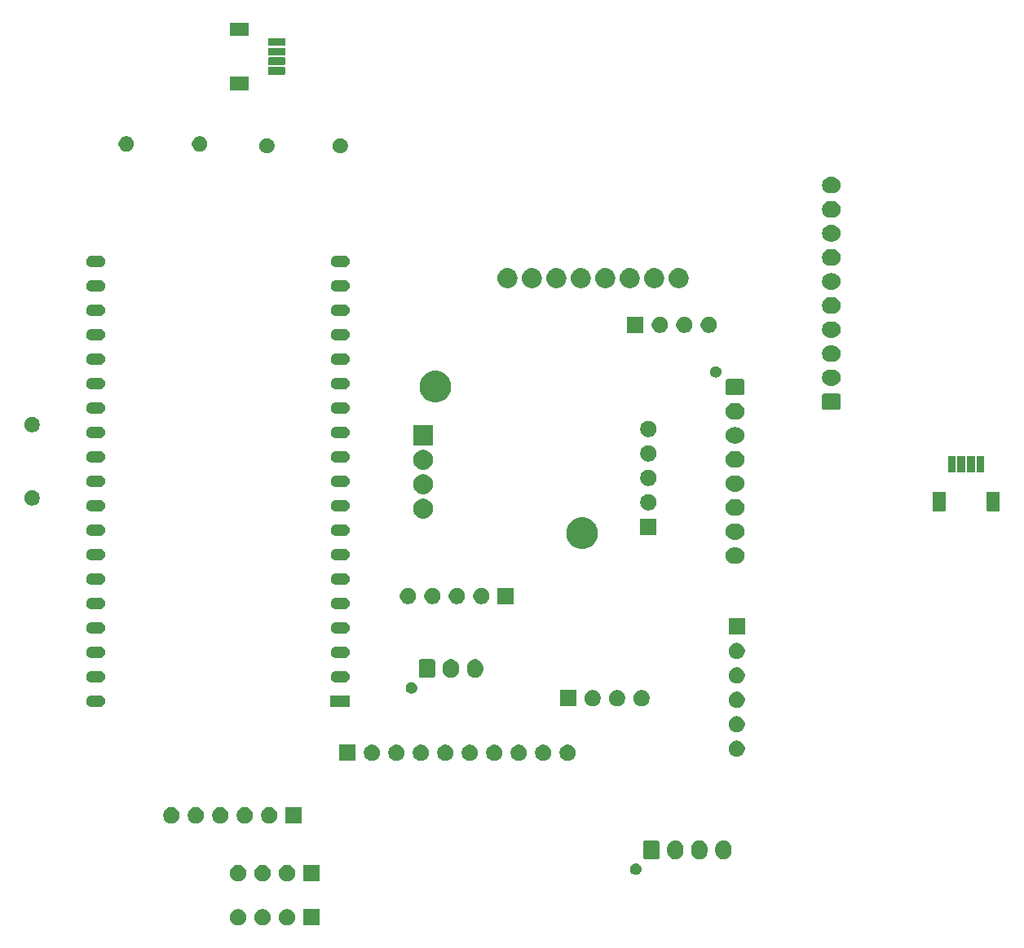
<source format=gts>
G04 #@! TF.GenerationSoftware,KiCad,Pcbnew,9.0.6-9.0.6~ubuntu24.04.1*
G04 #@! TF.CreationDate,2026-01-15T22:16:43+01:00*
G04 #@! TF.ProjectId,tuba-electronics,74756261-2d65-46c6-9563-74726f6e6963,0*
G04 #@! TF.SameCoordinates,Original*
G04 #@! TF.FileFunction,Soldermask,Top*
G04 #@! TF.FilePolarity,Negative*
%FSLAX46Y46*%
G04 Gerber Fmt 4.6, Leading zero omitted, Abs format (unit mm)*
G04 Created by KiCad (PCBNEW 9.0.6-9.0.6~ubuntu24.04.1) date 2026-01-15 22:16:43*
%MOMM*%
%LPD*%
G01*
G04 APERTURE LIST*
G04 APERTURE END LIST*
G36*
X131645000Y-139950000D02*
G01*
X129945000Y-139950000D01*
X129945000Y-138250000D01*
X131645000Y-138250000D01*
X131645000Y-139950000D01*
G37*
G36*
X123421742Y-138286601D02*
G01*
X123575687Y-138350367D01*
X123714234Y-138442941D01*
X123832059Y-138560766D01*
X123924633Y-138699313D01*
X123988399Y-138853258D01*
X124020907Y-139016685D01*
X124020907Y-139183315D01*
X123988399Y-139346742D01*
X123924633Y-139500687D01*
X123832059Y-139639234D01*
X123714234Y-139757059D01*
X123575687Y-139849633D01*
X123421742Y-139913399D01*
X123258315Y-139945907D01*
X123091685Y-139945907D01*
X122928258Y-139913399D01*
X122774313Y-139849633D01*
X122635766Y-139757059D01*
X122517941Y-139639234D01*
X122425367Y-139500687D01*
X122361601Y-139346742D01*
X122329093Y-139183315D01*
X122329093Y-139016685D01*
X122361601Y-138853258D01*
X122425367Y-138699313D01*
X122517941Y-138560766D01*
X122635766Y-138442941D01*
X122774313Y-138350367D01*
X122928258Y-138286601D01*
X123091685Y-138254093D01*
X123258315Y-138254093D01*
X123421742Y-138286601D01*
G37*
G36*
X125961742Y-138286601D02*
G01*
X126115687Y-138350367D01*
X126254234Y-138442941D01*
X126372059Y-138560766D01*
X126464633Y-138699313D01*
X126528399Y-138853258D01*
X126560907Y-139016685D01*
X126560907Y-139183315D01*
X126528399Y-139346742D01*
X126464633Y-139500687D01*
X126372059Y-139639234D01*
X126254234Y-139757059D01*
X126115687Y-139849633D01*
X125961742Y-139913399D01*
X125798315Y-139945907D01*
X125631685Y-139945907D01*
X125468258Y-139913399D01*
X125314313Y-139849633D01*
X125175766Y-139757059D01*
X125057941Y-139639234D01*
X124965367Y-139500687D01*
X124901601Y-139346742D01*
X124869093Y-139183315D01*
X124869093Y-139016685D01*
X124901601Y-138853258D01*
X124965367Y-138699313D01*
X125057941Y-138560766D01*
X125175766Y-138442941D01*
X125314313Y-138350367D01*
X125468258Y-138286601D01*
X125631685Y-138254093D01*
X125798315Y-138254093D01*
X125961742Y-138286601D01*
G37*
G36*
X128501742Y-138286601D02*
G01*
X128655687Y-138350367D01*
X128794234Y-138442941D01*
X128912059Y-138560766D01*
X129004633Y-138699313D01*
X129068399Y-138853258D01*
X129100907Y-139016685D01*
X129100907Y-139183315D01*
X129068399Y-139346742D01*
X129004633Y-139500687D01*
X128912059Y-139639234D01*
X128794234Y-139757059D01*
X128655687Y-139849633D01*
X128501742Y-139913399D01*
X128338315Y-139945907D01*
X128171685Y-139945907D01*
X128008258Y-139913399D01*
X127854313Y-139849633D01*
X127715766Y-139757059D01*
X127597941Y-139639234D01*
X127505367Y-139500687D01*
X127441601Y-139346742D01*
X127409093Y-139183315D01*
X127409093Y-139016685D01*
X127441601Y-138853258D01*
X127505367Y-138699313D01*
X127597941Y-138560766D01*
X127715766Y-138442941D01*
X127854313Y-138350367D01*
X128008258Y-138286601D01*
X128171685Y-138254093D01*
X128338315Y-138254093D01*
X128501742Y-138286601D01*
G37*
G36*
X131645000Y-135360000D02*
G01*
X129945000Y-135360000D01*
X129945000Y-133660000D01*
X131645000Y-133660000D01*
X131645000Y-135360000D01*
G37*
G36*
X123421742Y-133696601D02*
G01*
X123575687Y-133760367D01*
X123714234Y-133852941D01*
X123832059Y-133970766D01*
X123924633Y-134109313D01*
X123988399Y-134263258D01*
X124020907Y-134426685D01*
X124020907Y-134593315D01*
X123988399Y-134756742D01*
X123924633Y-134910687D01*
X123832059Y-135049234D01*
X123714234Y-135167059D01*
X123575687Y-135259633D01*
X123421742Y-135323399D01*
X123258315Y-135355907D01*
X123091685Y-135355907D01*
X122928258Y-135323399D01*
X122774313Y-135259633D01*
X122635766Y-135167059D01*
X122517941Y-135049234D01*
X122425367Y-134910687D01*
X122361601Y-134756742D01*
X122329093Y-134593315D01*
X122329093Y-134426685D01*
X122361601Y-134263258D01*
X122425367Y-134109313D01*
X122517941Y-133970766D01*
X122635766Y-133852941D01*
X122774313Y-133760367D01*
X122928258Y-133696601D01*
X123091685Y-133664093D01*
X123258315Y-133664093D01*
X123421742Y-133696601D01*
G37*
G36*
X125961742Y-133696601D02*
G01*
X126115687Y-133760367D01*
X126254234Y-133852941D01*
X126372059Y-133970766D01*
X126464633Y-134109313D01*
X126528399Y-134263258D01*
X126560907Y-134426685D01*
X126560907Y-134593315D01*
X126528399Y-134756742D01*
X126464633Y-134910687D01*
X126372059Y-135049234D01*
X126254234Y-135167059D01*
X126115687Y-135259633D01*
X125961742Y-135323399D01*
X125798315Y-135355907D01*
X125631685Y-135355907D01*
X125468258Y-135323399D01*
X125314313Y-135259633D01*
X125175766Y-135167059D01*
X125057941Y-135049234D01*
X124965367Y-134910687D01*
X124901601Y-134756742D01*
X124869093Y-134593315D01*
X124869093Y-134426685D01*
X124901601Y-134263258D01*
X124965367Y-134109313D01*
X125057941Y-133970766D01*
X125175766Y-133852941D01*
X125314313Y-133760367D01*
X125468258Y-133696601D01*
X125631685Y-133664093D01*
X125798315Y-133664093D01*
X125961742Y-133696601D01*
G37*
G36*
X128501742Y-133696601D02*
G01*
X128655687Y-133760367D01*
X128794234Y-133852941D01*
X128912059Y-133970766D01*
X129004633Y-134109313D01*
X129068399Y-134263258D01*
X129100907Y-134426685D01*
X129100907Y-134593315D01*
X129068399Y-134756742D01*
X129004633Y-134910687D01*
X128912059Y-135049234D01*
X128794234Y-135167059D01*
X128655687Y-135259633D01*
X128501742Y-135323399D01*
X128338315Y-135355907D01*
X128171685Y-135355907D01*
X128008258Y-135323399D01*
X127854313Y-135259633D01*
X127715766Y-135167059D01*
X127597941Y-135049234D01*
X127505367Y-134910687D01*
X127441601Y-134756742D01*
X127409093Y-134593315D01*
X127409093Y-134426685D01*
X127441601Y-134263258D01*
X127505367Y-134109313D01*
X127597941Y-133970766D01*
X127715766Y-133852941D01*
X127854313Y-133760367D01*
X128008258Y-133696601D01*
X128171685Y-133664093D01*
X128338315Y-133664093D01*
X128501742Y-133696601D01*
G37*
G36*
X164543612Y-133505133D02*
G01*
X164553316Y-133505133D01*
X164581272Y-133512623D01*
X164649084Y-133526112D01*
X164681091Y-133539370D01*
X164704610Y-133545672D01*
X164725698Y-133557847D01*
X164757702Y-133571104D01*
X164815184Y-133609512D01*
X164840257Y-133623988D01*
X164847119Y-133630850D01*
X164855449Y-133636416D01*
X164938583Y-133719550D01*
X164944148Y-133727879D01*
X164951012Y-133734743D01*
X164965489Y-133759818D01*
X165003895Y-133817297D01*
X165017150Y-133849298D01*
X165029328Y-133870390D01*
X165035630Y-133893912D01*
X165048887Y-133925915D01*
X165062374Y-133993722D01*
X165069867Y-134021684D01*
X165069867Y-134031388D01*
X165071822Y-134041217D01*
X165071822Y-134158782D01*
X165069867Y-134168610D01*
X165069867Y-134178316D01*
X165062373Y-134206280D01*
X165048887Y-134274084D01*
X165035631Y-134306084D01*
X165029328Y-134329610D01*
X165017149Y-134350704D01*
X165003895Y-134382702D01*
X164965493Y-134440173D01*
X164951012Y-134465257D01*
X164944146Y-134472122D01*
X164938583Y-134480449D01*
X164855449Y-134563583D01*
X164847122Y-134569146D01*
X164840257Y-134576012D01*
X164815173Y-134590493D01*
X164757702Y-134628895D01*
X164725704Y-134642149D01*
X164704610Y-134654328D01*
X164681084Y-134660631D01*
X164649084Y-134673887D01*
X164581278Y-134687374D01*
X164553316Y-134694867D01*
X164543611Y-134694867D01*
X164533783Y-134696822D01*
X164416217Y-134696822D01*
X164406389Y-134694867D01*
X164396684Y-134694867D01*
X164368722Y-134687374D01*
X164300915Y-134673887D01*
X164268912Y-134660630D01*
X164245390Y-134654328D01*
X164224298Y-134642150D01*
X164192297Y-134628895D01*
X164134818Y-134590489D01*
X164109743Y-134576012D01*
X164102879Y-134569148D01*
X164094550Y-134563583D01*
X164011416Y-134480449D01*
X164005850Y-134472119D01*
X163998988Y-134465257D01*
X163984512Y-134440184D01*
X163946104Y-134382702D01*
X163932847Y-134350698D01*
X163920672Y-134329610D01*
X163914370Y-134306091D01*
X163901112Y-134274084D01*
X163887624Y-134206274D01*
X163880133Y-134178316D01*
X163880133Y-134168610D01*
X163878178Y-134158782D01*
X163878178Y-134041217D01*
X163880133Y-134031388D01*
X163880133Y-134021684D01*
X163887623Y-133993728D01*
X163901112Y-133925915D01*
X163914371Y-133893905D01*
X163920672Y-133870390D01*
X163932845Y-133849304D01*
X163946104Y-133817297D01*
X163984516Y-133759807D01*
X163998988Y-133734743D01*
X164005848Y-133727882D01*
X164011416Y-133719550D01*
X164094550Y-133636416D01*
X164102882Y-133630848D01*
X164109743Y-133623988D01*
X164134807Y-133609516D01*
X164192297Y-133571104D01*
X164224304Y-133557845D01*
X164245390Y-133545672D01*
X164268905Y-133539371D01*
X164300915Y-133526112D01*
X164368728Y-133512623D01*
X164396684Y-133505133D01*
X164406388Y-133505133D01*
X164416217Y-133503178D01*
X164533783Y-133503178D01*
X164543612Y-133505133D01*
G37*
G36*
X166679850Y-131125964D02*
G01*
X166730040Y-131131787D01*
X166747189Y-131139359D01*
X166770671Y-131144030D01*
X166795810Y-131160827D01*
X166815696Y-131169608D01*
X166829277Y-131183189D01*
X166851777Y-131198223D01*
X166866810Y-131220722D01*
X166880391Y-131234303D01*
X166889170Y-131254186D01*
X166905970Y-131279329D01*
X166910641Y-131302812D01*
X166918212Y-131319959D01*
X166924033Y-131370139D01*
X166925000Y-131375000D01*
X166925000Y-132825000D01*
X166924032Y-132829863D01*
X166918212Y-132880040D01*
X166910641Y-132897185D01*
X166905970Y-132920671D01*
X166889169Y-132945815D01*
X166880391Y-132965696D01*
X166866812Y-132979274D01*
X166851777Y-133001777D01*
X166829274Y-133016812D01*
X166815696Y-133030391D01*
X166795815Y-133039169D01*
X166770671Y-133055970D01*
X166747185Y-133060641D01*
X166730040Y-133068212D01*
X166679861Y-133074032D01*
X166675000Y-133075000D01*
X165475000Y-133075000D01*
X165470138Y-133074032D01*
X165419959Y-133068212D01*
X165402812Y-133060641D01*
X165379329Y-133055970D01*
X165354186Y-133039170D01*
X165334303Y-133030391D01*
X165320722Y-133016810D01*
X165298223Y-133001777D01*
X165283189Y-132979277D01*
X165269608Y-132965696D01*
X165260827Y-132945810D01*
X165244030Y-132920671D01*
X165239359Y-132897189D01*
X165231787Y-132880040D01*
X165225964Y-132829849D01*
X165225000Y-132825000D01*
X165225000Y-131375000D01*
X165225964Y-131370150D01*
X165231787Y-131319959D01*
X165239359Y-131302808D01*
X165244030Y-131279329D01*
X165260826Y-131254191D01*
X165269608Y-131234303D01*
X165283191Y-131220719D01*
X165298223Y-131198223D01*
X165320719Y-131183191D01*
X165334303Y-131169608D01*
X165354191Y-131160826D01*
X165379329Y-131144030D01*
X165402808Y-131139359D01*
X165419959Y-131131787D01*
X165470151Y-131125964D01*
X165475000Y-131125000D01*
X166675000Y-131125000D01*
X166679850Y-131125964D01*
G37*
G36*
X168821742Y-131161601D02*
G01*
X168975687Y-131225367D01*
X169114234Y-131317941D01*
X169232059Y-131435766D01*
X169324633Y-131574313D01*
X169388399Y-131728258D01*
X169420907Y-131891685D01*
X169425000Y-131975000D01*
X169425000Y-132225000D01*
X169420907Y-132308315D01*
X169388399Y-132471742D01*
X169324633Y-132625687D01*
X169232059Y-132764234D01*
X169114234Y-132882059D01*
X168975687Y-132974633D01*
X168821742Y-133038399D01*
X168658315Y-133070907D01*
X168491685Y-133070907D01*
X168328258Y-133038399D01*
X168174313Y-132974633D01*
X168035766Y-132882059D01*
X167917941Y-132764234D01*
X167825367Y-132625687D01*
X167761601Y-132471742D01*
X167729093Y-132308315D01*
X167725000Y-132225000D01*
X167725000Y-131975000D01*
X167729093Y-131891685D01*
X167761601Y-131728258D01*
X167825367Y-131574313D01*
X167917941Y-131435766D01*
X168035766Y-131317941D01*
X168174313Y-131225367D01*
X168328258Y-131161601D01*
X168491685Y-131129093D01*
X168658315Y-131129093D01*
X168821742Y-131161601D01*
G37*
G36*
X171321742Y-131161601D02*
G01*
X171475687Y-131225367D01*
X171614234Y-131317941D01*
X171732059Y-131435766D01*
X171824633Y-131574313D01*
X171888399Y-131728258D01*
X171920907Y-131891685D01*
X171925000Y-131975000D01*
X171925000Y-132225000D01*
X171920907Y-132308315D01*
X171888399Y-132471742D01*
X171824633Y-132625687D01*
X171732059Y-132764234D01*
X171614234Y-132882059D01*
X171475687Y-132974633D01*
X171321742Y-133038399D01*
X171158315Y-133070907D01*
X170991685Y-133070907D01*
X170828258Y-133038399D01*
X170674313Y-132974633D01*
X170535766Y-132882059D01*
X170417941Y-132764234D01*
X170325367Y-132625687D01*
X170261601Y-132471742D01*
X170229093Y-132308315D01*
X170225000Y-132225000D01*
X170225000Y-131975000D01*
X170229093Y-131891685D01*
X170261601Y-131728258D01*
X170325367Y-131574313D01*
X170417941Y-131435766D01*
X170535766Y-131317941D01*
X170674313Y-131225367D01*
X170828258Y-131161601D01*
X170991685Y-131129093D01*
X171158315Y-131129093D01*
X171321742Y-131161601D01*
G37*
G36*
X173821742Y-131161601D02*
G01*
X173975687Y-131225367D01*
X174114234Y-131317941D01*
X174232059Y-131435766D01*
X174324633Y-131574313D01*
X174388399Y-131728258D01*
X174420907Y-131891685D01*
X174425000Y-131975000D01*
X174425000Y-132225000D01*
X174420907Y-132308315D01*
X174388399Y-132471742D01*
X174324633Y-132625687D01*
X174232059Y-132764234D01*
X174114234Y-132882059D01*
X173975687Y-132974633D01*
X173821742Y-133038399D01*
X173658315Y-133070907D01*
X173491685Y-133070907D01*
X173328258Y-133038399D01*
X173174313Y-132974633D01*
X173035766Y-132882059D01*
X172917941Y-132764234D01*
X172825367Y-132625687D01*
X172761601Y-132471742D01*
X172729093Y-132308315D01*
X172725000Y-132225000D01*
X172725000Y-131975000D01*
X172729093Y-131891685D01*
X172761601Y-131728258D01*
X172825367Y-131574313D01*
X172917941Y-131435766D01*
X173035766Y-131317941D01*
X173174313Y-131225367D01*
X173328258Y-131161601D01*
X173491685Y-131129093D01*
X173658315Y-131129093D01*
X173821742Y-131161601D01*
G37*
G36*
X129785000Y-129350000D02*
G01*
X128085000Y-129350000D01*
X128085000Y-127650000D01*
X129785000Y-127650000D01*
X129785000Y-129350000D01*
G37*
G36*
X116481742Y-127686601D02*
G01*
X116635687Y-127750367D01*
X116774234Y-127842941D01*
X116892059Y-127960766D01*
X116984633Y-128099313D01*
X117048399Y-128253258D01*
X117080907Y-128416685D01*
X117080907Y-128583315D01*
X117048399Y-128746742D01*
X116984633Y-128900687D01*
X116892059Y-129039234D01*
X116774234Y-129157059D01*
X116635687Y-129249633D01*
X116481742Y-129313399D01*
X116318315Y-129345907D01*
X116151685Y-129345907D01*
X115988258Y-129313399D01*
X115834313Y-129249633D01*
X115695766Y-129157059D01*
X115577941Y-129039234D01*
X115485367Y-128900687D01*
X115421601Y-128746742D01*
X115389093Y-128583315D01*
X115389093Y-128416685D01*
X115421601Y-128253258D01*
X115485367Y-128099313D01*
X115577941Y-127960766D01*
X115695766Y-127842941D01*
X115834313Y-127750367D01*
X115988258Y-127686601D01*
X116151685Y-127654093D01*
X116318315Y-127654093D01*
X116481742Y-127686601D01*
G37*
G36*
X119021742Y-127686601D02*
G01*
X119175687Y-127750367D01*
X119314234Y-127842941D01*
X119432059Y-127960766D01*
X119524633Y-128099313D01*
X119588399Y-128253258D01*
X119620907Y-128416685D01*
X119620907Y-128583315D01*
X119588399Y-128746742D01*
X119524633Y-128900687D01*
X119432059Y-129039234D01*
X119314234Y-129157059D01*
X119175687Y-129249633D01*
X119021742Y-129313399D01*
X118858315Y-129345907D01*
X118691685Y-129345907D01*
X118528258Y-129313399D01*
X118374313Y-129249633D01*
X118235766Y-129157059D01*
X118117941Y-129039234D01*
X118025367Y-128900687D01*
X117961601Y-128746742D01*
X117929093Y-128583315D01*
X117929093Y-128416685D01*
X117961601Y-128253258D01*
X118025367Y-128099313D01*
X118117941Y-127960766D01*
X118235766Y-127842941D01*
X118374313Y-127750367D01*
X118528258Y-127686601D01*
X118691685Y-127654093D01*
X118858315Y-127654093D01*
X119021742Y-127686601D01*
G37*
G36*
X121561742Y-127686601D02*
G01*
X121715687Y-127750367D01*
X121854234Y-127842941D01*
X121972059Y-127960766D01*
X122064633Y-128099313D01*
X122128399Y-128253258D01*
X122160907Y-128416685D01*
X122160907Y-128583315D01*
X122128399Y-128746742D01*
X122064633Y-128900687D01*
X121972059Y-129039234D01*
X121854234Y-129157059D01*
X121715687Y-129249633D01*
X121561742Y-129313399D01*
X121398315Y-129345907D01*
X121231685Y-129345907D01*
X121068258Y-129313399D01*
X120914313Y-129249633D01*
X120775766Y-129157059D01*
X120657941Y-129039234D01*
X120565367Y-128900687D01*
X120501601Y-128746742D01*
X120469093Y-128583315D01*
X120469093Y-128416685D01*
X120501601Y-128253258D01*
X120565367Y-128099313D01*
X120657941Y-127960766D01*
X120775766Y-127842941D01*
X120914313Y-127750367D01*
X121068258Y-127686601D01*
X121231685Y-127654093D01*
X121398315Y-127654093D01*
X121561742Y-127686601D01*
G37*
G36*
X124101742Y-127686601D02*
G01*
X124255687Y-127750367D01*
X124394234Y-127842941D01*
X124512059Y-127960766D01*
X124604633Y-128099313D01*
X124668399Y-128253258D01*
X124700907Y-128416685D01*
X124700907Y-128583315D01*
X124668399Y-128746742D01*
X124604633Y-128900687D01*
X124512059Y-129039234D01*
X124394234Y-129157059D01*
X124255687Y-129249633D01*
X124101742Y-129313399D01*
X123938315Y-129345907D01*
X123771685Y-129345907D01*
X123608258Y-129313399D01*
X123454313Y-129249633D01*
X123315766Y-129157059D01*
X123197941Y-129039234D01*
X123105367Y-128900687D01*
X123041601Y-128746742D01*
X123009093Y-128583315D01*
X123009093Y-128416685D01*
X123041601Y-128253258D01*
X123105367Y-128099313D01*
X123197941Y-127960766D01*
X123315766Y-127842941D01*
X123454313Y-127750367D01*
X123608258Y-127686601D01*
X123771685Y-127654093D01*
X123938315Y-127654093D01*
X124101742Y-127686601D01*
G37*
G36*
X126641742Y-127686601D02*
G01*
X126795687Y-127750367D01*
X126934234Y-127842941D01*
X127052059Y-127960766D01*
X127144633Y-128099313D01*
X127208399Y-128253258D01*
X127240907Y-128416685D01*
X127240907Y-128583315D01*
X127208399Y-128746742D01*
X127144633Y-128900687D01*
X127052059Y-129039234D01*
X126934234Y-129157059D01*
X126795687Y-129249633D01*
X126641742Y-129313399D01*
X126478315Y-129345907D01*
X126311685Y-129345907D01*
X126148258Y-129313399D01*
X125994313Y-129249633D01*
X125855766Y-129157059D01*
X125737941Y-129039234D01*
X125645367Y-128900687D01*
X125581601Y-128746742D01*
X125549093Y-128583315D01*
X125549093Y-128416685D01*
X125581601Y-128253258D01*
X125645367Y-128099313D01*
X125737941Y-127960766D01*
X125855766Y-127842941D01*
X125994313Y-127750367D01*
X126148258Y-127686601D01*
X126311685Y-127654093D01*
X126478315Y-127654093D01*
X126641742Y-127686601D01*
G37*
G36*
X135385000Y-122850000D02*
G01*
X133685000Y-122850000D01*
X133685000Y-121150000D01*
X135385000Y-121150000D01*
X135385000Y-122850000D01*
G37*
G36*
X137321742Y-121186601D02*
G01*
X137475687Y-121250367D01*
X137614234Y-121342941D01*
X137732059Y-121460766D01*
X137824633Y-121599313D01*
X137888399Y-121753258D01*
X137920907Y-121916685D01*
X137920907Y-122083315D01*
X137888399Y-122246742D01*
X137824633Y-122400687D01*
X137732059Y-122539234D01*
X137614234Y-122657059D01*
X137475687Y-122749633D01*
X137321742Y-122813399D01*
X137158315Y-122845907D01*
X136991685Y-122845907D01*
X136828258Y-122813399D01*
X136674313Y-122749633D01*
X136535766Y-122657059D01*
X136417941Y-122539234D01*
X136325367Y-122400687D01*
X136261601Y-122246742D01*
X136229093Y-122083315D01*
X136229093Y-121916685D01*
X136261601Y-121753258D01*
X136325367Y-121599313D01*
X136417941Y-121460766D01*
X136535766Y-121342941D01*
X136674313Y-121250367D01*
X136828258Y-121186601D01*
X136991685Y-121154093D01*
X137158315Y-121154093D01*
X137321742Y-121186601D01*
G37*
G36*
X139861742Y-121186601D02*
G01*
X140015687Y-121250367D01*
X140154234Y-121342941D01*
X140272059Y-121460766D01*
X140364633Y-121599313D01*
X140428399Y-121753258D01*
X140460907Y-121916685D01*
X140460907Y-122083315D01*
X140428399Y-122246742D01*
X140364633Y-122400687D01*
X140272059Y-122539234D01*
X140154234Y-122657059D01*
X140015687Y-122749633D01*
X139861742Y-122813399D01*
X139698315Y-122845907D01*
X139531685Y-122845907D01*
X139368258Y-122813399D01*
X139214313Y-122749633D01*
X139075766Y-122657059D01*
X138957941Y-122539234D01*
X138865367Y-122400687D01*
X138801601Y-122246742D01*
X138769093Y-122083315D01*
X138769093Y-121916685D01*
X138801601Y-121753258D01*
X138865367Y-121599313D01*
X138957941Y-121460766D01*
X139075766Y-121342941D01*
X139214313Y-121250367D01*
X139368258Y-121186601D01*
X139531685Y-121154093D01*
X139698315Y-121154093D01*
X139861742Y-121186601D01*
G37*
G36*
X142401742Y-121186601D02*
G01*
X142555687Y-121250367D01*
X142694234Y-121342941D01*
X142812059Y-121460766D01*
X142904633Y-121599313D01*
X142968399Y-121753258D01*
X143000907Y-121916685D01*
X143000907Y-122083315D01*
X142968399Y-122246742D01*
X142904633Y-122400687D01*
X142812059Y-122539234D01*
X142694234Y-122657059D01*
X142555687Y-122749633D01*
X142401742Y-122813399D01*
X142238315Y-122845907D01*
X142071685Y-122845907D01*
X141908258Y-122813399D01*
X141754313Y-122749633D01*
X141615766Y-122657059D01*
X141497941Y-122539234D01*
X141405367Y-122400687D01*
X141341601Y-122246742D01*
X141309093Y-122083315D01*
X141309093Y-121916685D01*
X141341601Y-121753258D01*
X141405367Y-121599313D01*
X141497941Y-121460766D01*
X141615766Y-121342941D01*
X141754313Y-121250367D01*
X141908258Y-121186601D01*
X142071685Y-121154093D01*
X142238315Y-121154093D01*
X142401742Y-121186601D01*
G37*
G36*
X144941742Y-121186601D02*
G01*
X145095687Y-121250367D01*
X145234234Y-121342941D01*
X145352059Y-121460766D01*
X145444633Y-121599313D01*
X145508399Y-121753258D01*
X145540907Y-121916685D01*
X145540907Y-122083315D01*
X145508399Y-122246742D01*
X145444633Y-122400687D01*
X145352059Y-122539234D01*
X145234234Y-122657059D01*
X145095687Y-122749633D01*
X144941742Y-122813399D01*
X144778315Y-122845907D01*
X144611685Y-122845907D01*
X144448258Y-122813399D01*
X144294313Y-122749633D01*
X144155766Y-122657059D01*
X144037941Y-122539234D01*
X143945367Y-122400687D01*
X143881601Y-122246742D01*
X143849093Y-122083315D01*
X143849093Y-121916685D01*
X143881601Y-121753258D01*
X143945367Y-121599313D01*
X144037941Y-121460766D01*
X144155766Y-121342941D01*
X144294313Y-121250367D01*
X144448258Y-121186601D01*
X144611685Y-121154093D01*
X144778315Y-121154093D01*
X144941742Y-121186601D01*
G37*
G36*
X147481742Y-121186601D02*
G01*
X147635687Y-121250367D01*
X147774234Y-121342941D01*
X147892059Y-121460766D01*
X147984633Y-121599313D01*
X148048399Y-121753258D01*
X148080907Y-121916685D01*
X148080907Y-122083315D01*
X148048399Y-122246742D01*
X147984633Y-122400687D01*
X147892059Y-122539234D01*
X147774234Y-122657059D01*
X147635687Y-122749633D01*
X147481742Y-122813399D01*
X147318315Y-122845907D01*
X147151685Y-122845907D01*
X146988258Y-122813399D01*
X146834313Y-122749633D01*
X146695766Y-122657059D01*
X146577941Y-122539234D01*
X146485367Y-122400687D01*
X146421601Y-122246742D01*
X146389093Y-122083315D01*
X146389093Y-121916685D01*
X146421601Y-121753258D01*
X146485367Y-121599313D01*
X146577941Y-121460766D01*
X146695766Y-121342941D01*
X146834313Y-121250367D01*
X146988258Y-121186601D01*
X147151685Y-121154093D01*
X147318315Y-121154093D01*
X147481742Y-121186601D01*
G37*
G36*
X150021742Y-121186601D02*
G01*
X150175687Y-121250367D01*
X150314234Y-121342941D01*
X150432059Y-121460766D01*
X150524633Y-121599313D01*
X150588399Y-121753258D01*
X150620907Y-121916685D01*
X150620907Y-122083315D01*
X150588399Y-122246742D01*
X150524633Y-122400687D01*
X150432059Y-122539234D01*
X150314234Y-122657059D01*
X150175687Y-122749633D01*
X150021742Y-122813399D01*
X149858315Y-122845907D01*
X149691685Y-122845907D01*
X149528258Y-122813399D01*
X149374313Y-122749633D01*
X149235766Y-122657059D01*
X149117941Y-122539234D01*
X149025367Y-122400687D01*
X148961601Y-122246742D01*
X148929093Y-122083315D01*
X148929093Y-121916685D01*
X148961601Y-121753258D01*
X149025367Y-121599313D01*
X149117941Y-121460766D01*
X149235766Y-121342941D01*
X149374313Y-121250367D01*
X149528258Y-121186601D01*
X149691685Y-121154093D01*
X149858315Y-121154093D01*
X150021742Y-121186601D01*
G37*
G36*
X152561742Y-121186601D02*
G01*
X152715687Y-121250367D01*
X152854234Y-121342941D01*
X152972059Y-121460766D01*
X153064633Y-121599313D01*
X153128399Y-121753258D01*
X153160907Y-121916685D01*
X153160907Y-122083315D01*
X153128399Y-122246742D01*
X153064633Y-122400687D01*
X152972059Y-122539234D01*
X152854234Y-122657059D01*
X152715687Y-122749633D01*
X152561742Y-122813399D01*
X152398315Y-122845907D01*
X152231685Y-122845907D01*
X152068258Y-122813399D01*
X151914313Y-122749633D01*
X151775766Y-122657059D01*
X151657941Y-122539234D01*
X151565367Y-122400687D01*
X151501601Y-122246742D01*
X151469093Y-122083315D01*
X151469093Y-121916685D01*
X151501601Y-121753258D01*
X151565367Y-121599313D01*
X151657941Y-121460766D01*
X151775766Y-121342941D01*
X151914313Y-121250367D01*
X152068258Y-121186601D01*
X152231685Y-121154093D01*
X152398315Y-121154093D01*
X152561742Y-121186601D01*
G37*
G36*
X155101742Y-121186601D02*
G01*
X155255687Y-121250367D01*
X155394234Y-121342941D01*
X155512059Y-121460766D01*
X155604633Y-121599313D01*
X155668399Y-121753258D01*
X155700907Y-121916685D01*
X155700907Y-122083315D01*
X155668399Y-122246742D01*
X155604633Y-122400687D01*
X155512059Y-122539234D01*
X155394234Y-122657059D01*
X155255687Y-122749633D01*
X155101742Y-122813399D01*
X154938315Y-122845907D01*
X154771685Y-122845907D01*
X154608258Y-122813399D01*
X154454313Y-122749633D01*
X154315766Y-122657059D01*
X154197941Y-122539234D01*
X154105367Y-122400687D01*
X154041601Y-122246742D01*
X154009093Y-122083315D01*
X154009093Y-121916685D01*
X154041601Y-121753258D01*
X154105367Y-121599313D01*
X154197941Y-121460766D01*
X154315766Y-121342941D01*
X154454313Y-121250367D01*
X154608258Y-121186601D01*
X154771685Y-121154093D01*
X154938315Y-121154093D01*
X155101742Y-121186601D01*
G37*
G36*
X157641742Y-121186601D02*
G01*
X157795687Y-121250367D01*
X157934234Y-121342941D01*
X158052059Y-121460766D01*
X158144633Y-121599313D01*
X158208399Y-121753258D01*
X158240907Y-121916685D01*
X158240907Y-122083315D01*
X158208399Y-122246742D01*
X158144633Y-122400687D01*
X158052059Y-122539234D01*
X157934234Y-122657059D01*
X157795687Y-122749633D01*
X157641742Y-122813399D01*
X157478315Y-122845907D01*
X157311685Y-122845907D01*
X157148258Y-122813399D01*
X156994313Y-122749633D01*
X156855766Y-122657059D01*
X156737941Y-122539234D01*
X156645367Y-122400687D01*
X156581601Y-122246742D01*
X156549093Y-122083315D01*
X156549093Y-121916685D01*
X156581601Y-121753258D01*
X156645367Y-121599313D01*
X156737941Y-121460766D01*
X156855766Y-121342941D01*
X156994313Y-121250367D01*
X157148258Y-121186601D01*
X157311685Y-121154093D01*
X157478315Y-121154093D01*
X157641742Y-121186601D01*
G37*
G36*
X175193742Y-120764601D02*
G01*
X175347687Y-120828367D01*
X175486234Y-120920941D01*
X175604059Y-121038766D01*
X175696633Y-121177313D01*
X175760399Y-121331258D01*
X175792907Y-121494685D01*
X175792907Y-121661315D01*
X175760399Y-121824742D01*
X175696633Y-121978687D01*
X175604059Y-122117234D01*
X175486234Y-122235059D01*
X175347687Y-122327633D01*
X175193742Y-122391399D01*
X175030315Y-122423907D01*
X174863685Y-122423907D01*
X174700258Y-122391399D01*
X174546313Y-122327633D01*
X174407766Y-122235059D01*
X174289941Y-122117234D01*
X174197367Y-121978687D01*
X174133601Y-121824742D01*
X174101093Y-121661315D01*
X174101093Y-121494685D01*
X174133601Y-121331258D01*
X174197367Y-121177313D01*
X174289941Y-121038766D01*
X174407766Y-120920941D01*
X174546313Y-120828367D01*
X174700258Y-120764601D01*
X174863685Y-120732093D01*
X175030315Y-120732093D01*
X175193742Y-120764601D01*
G37*
G36*
X175193742Y-118224601D02*
G01*
X175347687Y-118288367D01*
X175486234Y-118380941D01*
X175604059Y-118498766D01*
X175696633Y-118637313D01*
X175760399Y-118791258D01*
X175792907Y-118954685D01*
X175792907Y-119121315D01*
X175760399Y-119284742D01*
X175696633Y-119438687D01*
X175604059Y-119577234D01*
X175486234Y-119695059D01*
X175347687Y-119787633D01*
X175193742Y-119851399D01*
X175030315Y-119883907D01*
X174863685Y-119883907D01*
X174700258Y-119851399D01*
X174546313Y-119787633D01*
X174407766Y-119695059D01*
X174289941Y-119577234D01*
X174197367Y-119438687D01*
X174133601Y-119284742D01*
X174101093Y-119121315D01*
X174101093Y-118954685D01*
X174133601Y-118791258D01*
X174197367Y-118637313D01*
X174289941Y-118498766D01*
X174407766Y-118380941D01*
X174546313Y-118288367D01*
X174700258Y-118224601D01*
X174863685Y-118192093D01*
X175030315Y-118192093D01*
X175193742Y-118224601D01*
G37*
G36*
X175196742Y-115684601D02*
G01*
X175350687Y-115748367D01*
X175489234Y-115840941D01*
X175607059Y-115958766D01*
X175699633Y-116097313D01*
X175763399Y-116251258D01*
X175795907Y-116414685D01*
X175795907Y-116581315D01*
X175763399Y-116744742D01*
X175699633Y-116898687D01*
X175607059Y-117037234D01*
X175489234Y-117155059D01*
X175350687Y-117247633D01*
X175196742Y-117311399D01*
X175033315Y-117343907D01*
X174866685Y-117343907D01*
X174703258Y-117311399D01*
X174549313Y-117247633D01*
X174410766Y-117155059D01*
X174292941Y-117037234D01*
X174200367Y-116898687D01*
X174136601Y-116744742D01*
X174104093Y-116581315D01*
X174104093Y-116414685D01*
X174136601Y-116251258D01*
X174200367Y-116097313D01*
X174292941Y-115958766D01*
X174410766Y-115840941D01*
X174549313Y-115748367D01*
X174703258Y-115684601D01*
X174866685Y-115652093D01*
X175033315Y-115652093D01*
X175196742Y-115684601D01*
G37*
G36*
X108779417Y-116040289D02*
G01*
X108832329Y-116042888D01*
X108838848Y-116044184D01*
X108853316Y-116045133D01*
X108881266Y-116052622D01*
X108949084Y-116066112D01*
X108981091Y-116079370D01*
X109004610Y-116085672D01*
X109025698Y-116097847D01*
X109057702Y-116111104D01*
X109115184Y-116149512D01*
X109140257Y-116163988D01*
X109147119Y-116170850D01*
X109155449Y-116176416D01*
X109238583Y-116259550D01*
X109244148Y-116267879D01*
X109251012Y-116274743D01*
X109265489Y-116299818D01*
X109303895Y-116357297D01*
X109317150Y-116389298D01*
X109329328Y-116410390D01*
X109335630Y-116433912D01*
X109348887Y-116465915D01*
X109362374Y-116533722D01*
X109369867Y-116561684D01*
X109369867Y-116571388D01*
X109371822Y-116581217D01*
X109371822Y-116698782D01*
X109369867Y-116708610D01*
X109369867Y-116718316D01*
X109362373Y-116746280D01*
X109348887Y-116814084D01*
X109335631Y-116846084D01*
X109329328Y-116869610D01*
X109317149Y-116890704D01*
X109303895Y-116922702D01*
X109265493Y-116980173D01*
X109251012Y-117005257D01*
X109244146Y-117012122D01*
X109238583Y-117020449D01*
X109155449Y-117103583D01*
X109147122Y-117109146D01*
X109140257Y-117116012D01*
X109115173Y-117130493D01*
X109057702Y-117168895D01*
X109025704Y-117182149D01*
X109004610Y-117194328D01*
X108981084Y-117200631D01*
X108949084Y-117213887D01*
X108881280Y-117227373D01*
X108853316Y-117234867D01*
X108838840Y-117235815D01*
X108832329Y-117237111D01*
X108779423Y-117239710D01*
X108775000Y-117240000D01*
X108773522Y-117240000D01*
X107976478Y-117240000D01*
X107975000Y-117240000D01*
X107970577Y-117239710D01*
X107917670Y-117237111D01*
X107911157Y-117235815D01*
X107896684Y-117234867D01*
X107868722Y-117227374D01*
X107800915Y-117213887D01*
X107768912Y-117200630D01*
X107745390Y-117194328D01*
X107724298Y-117182150D01*
X107692297Y-117168895D01*
X107634818Y-117130489D01*
X107609743Y-117116012D01*
X107602879Y-117109148D01*
X107594550Y-117103583D01*
X107511416Y-117020449D01*
X107505850Y-117012119D01*
X107498988Y-117005257D01*
X107484512Y-116980184D01*
X107446104Y-116922702D01*
X107432847Y-116890698D01*
X107420672Y-116869610D01*
X107414370Y-116846091D01*
X107401112Y-116814084D01*
X107387624Y-116746274D01*
X107380133Y-116718316D01*
X107380133Y-116708610D01*
X107378178Y-116698782D01*
X107378178Y-116581217D01*
X107380133Y-116571388D01*
X107380133Y-116561684D01*
X107387623Y-116533728D01*
X107401112Y-116465915D01*
X107414371Y-116433905D01*
X107420672Y-116410390D01*
X107432845Y-116389304D01*
X107446104Y-116357297D01*
X107484516Y-116299807D01*
X107498988Y-116274743D01*
X107505848Y-116267882D01*
X107511416Y-116259550D01*
X107594550Y-116176416D01*
X107602882Y-116170848D01*
X107609743Y-116163988D01*
X107634807Y-116149516D01*
X107692297Y-116111104D01*
X107724304Y-116097845D01*
X107745390Y-116085672D01*
X107768905Y-116079371D01*
X107800915Y-116066112D01*
X107868736Y-116052621D01*
X107896684Y-116045133D01*
X107911150Y-116044184D01*
X107917670Y-116042888D01*
X107970583Y-116040289D01*
X107975000Y-116040000D01*
X108775000Y-116040000D01*
X108779417Y-116040289D01*
G37*
G36*
X134775000Y-117240000D02*
G01*
X132775000Y-117240000D01*
X132775000Y-116040000D01*
X134775000Y-116040000D01*
X134775000Y-117240000D01*
G37*
G36*
X158295000Y-117180000D02*
G01*
X156595000Y-117180000D01*
X156595000Y-115480000D01*
X158295000Y-115480000D01*
X158295000Y-117180000D01*
G37*
G36*
X160231742Y-115516601D02*
G01*
X160385687Y-115580367D01*
X160524234Y-115672941D01*
X160642059Y-115790766D01*
X160734633Y-115929313D01*
X160798399Y-116083258D01*
X160830907Y-116246685D01*
X160830907Y-116413315D01*
X160798399Y-116576742D01*
X160734633Y-116730687D01*
X160642059Y-116869234D01*
X160524234Y-116987059D01*
X160385687Y-117079633D01*
X160231742Y-117143399D01*
X160068315Y-117175907D01*
X159901685Y-117175907D01*
X159738258Y-117143399D01*
X159584313Y-117079633D01*
X159445766Y-116987059D01*
X159327941Y-116869234D01*
X159235367Y-116730687D01*
X159171601Y-116576742D01*
X159139093Y-116413315D01*
X159139093Y-116246685D01*
X159171601Y-116083258D01*
X159235367Y-115929313D01*
X159327941Y-115790766D01*
X159445766Y-115672941D01*
X159584313Y-115580367D01*
X159738258Y-115516601D01*
X159901685Y-115484093D01*
X160068315Y-115484093D01*
X160231742Y-115516601D01*
G37*
G36*
X162771742Y-115516601D02*
G01*
X162925687Y-115580367D01*
X163064234Y-115672941D01*
X163182059Y-115790766D01*
X163274633Y-115929313D01*
X163338399Y-116083258D01*
X163370907Y-116246685D01*
X163370907Y-116413315D01*
X163338399Y-116576742D01*
X163274633Y-116730687D01*
X163182059Y-116869234D01*
X163064234Y-116987059D01*
X162925687Y-117079633D01*
X162771742Y-117143399D01*
X162608315Y-117175907D01*
X162441685Y-117175907D01*
X162278258Y-117143399D01*
X162124313Y-117079633D01*
X161985766Y-116987059D01*
X161867941Y-116869234D01*
X161775367Y-116730687D01*
X161711601Y-116576742D01*
X161679093Y-116413315D01*
X161679093Y-116246685D01*
X161711601Y-116083258D01*
X161775367Y-115929313D01*
X161867941Y-115790766D01*
X161985766Y-115672941D01*
X162124313Y-115580367D01*
X162278258Y-115516601D01*
X162441685Y-115484093D01*
X162608315Y-115484093D01*
X162771742Y-115516601D01*
G37*
G36*
X165311742Y-115516601D02*
G01*
X165465687Y-115580367D01*
X165604234Y-115672941D01*
X165722059Y-115790766D01*
X165814633Y-115929313D01*
X165878399Y-116083258D01*
X165910907Y-116246685D01*
X165910907Y-116413315D01*
X165878399Y-116576742D01*
X165814633Y-116730687D01*
X165722059Y-116869234D01*
X165604234Y-116987059D01*
X165465687Y-117079633D01*
X165311742Y-117143399D01*
X165148315Y-117175907D01*
X164981685Y-117175907D01*
X164818258Y-117143399D01*
X164664313Y-117079633D01*
X164525766Y-116987059D01*
X164407941Y-116869234D01*
X164315367Y-116730687D01*
X164251601Y-116576742D01*
X164219093Y-116413315D01*
X164219093Y-116246685D01*
X164251601Y-116083258D01*
X164315367Y-115929313D01*
X164407941Y-115790766D01*
X164525766Y-115672941D01*
X164664313Y-115580367D01*
X164818258Y-115516601D01*
X164981685Y-115484093D01*
X165148315Y-115484093D01*
X165311742Y-115516601D01*
G37*
G36*
X141243612Y-114655133D02*
G01*
X141253316Y-114655133D01*
X141281272Y-114662623D01*
X141349084Y-114676112D01*
X141381091Y-114689370D01*
X141404610Y-114695672D01*
X141425698Y-114707847D01*
X141457702Y-114721104D01*
X141515184Y-114759512D01*
X141540257Y-114773988D01*
X141547119Y-114780850D01*
X141555449Y-114786416D01*
X141638583Y-114869550D01*
X141644148Y-114877879D01*
X141651012Y-114884743D01*
X141665489Y-114909818D01*
X141703895Y-114967297D01*
X141717150Y-114999298D01*
X141729328Y-115020390D01*
X141735630Y-115043912D01*
X141748887Y-115075915D01*
X141762374Y-115143722D01*
X141769867Y-115171684D01*
X141769867Y-115181388D01*
X141771822Y-115191217D01*
X141771822Y-115308782D01*
X141769867Y-115318610D01*
X141769867Y-115328316D01*
X141762373Y-115356280D01*
X141748887Y-115424084D01*
X141735631Y-115456084D01*
X141729328Y-115479610D01*
X141717149Y-115500704D01*
X141703895Y-115532702D01*
X141665493Y-115590173D01*
X141651012Y-115615257D01*
X141644146Y-115622122D01*
X141638583Y-115630449D01*
X141555449Y-115713583D01*
X141547122Y-115719146D01*
X141540257Y-115726012D01*
X141515173Y-115740493D01*
X141457702Y-115778895D01*
X141425704Y-115792149D01*
X141404610Y-115804328D01*
X141381084Y-115810631D01*
X141349084Y-115823887D01*
X141281278Y-115837374D01*
X141253316Y-115844867D01*
X141243611Y-115844867D01*
X141233783Y-115846822D01*
X141116217Y-115846822D01*
X141106389Y-115844867D01*
X141096684Y-115844867D01*
X141068722Y-115837374D01*
X141000915Y-115823887D01*
X140968912Y-115810630D01*
X140945390Y-115804328D01*
X140924298Y-115792150D01*
X140892297Y-115778895D01*
X140834818Y-115740489D01*
X140809743Y-115726012D01*
X140802879Y-115719148D01*
X140794550Y-115713583D01*
X140711416Y-115630449D01*
X140705850Y-115622119D01*
X140698988Y-115615257D01*
X140684512Y-115590184D01*
X140646104Y-115532702D01*
X140632847Y-115500698D01*
X140620672Y-115479610D01*
X140614370Y-115456091D01*
X140601112Y-115424084D01*
X140587624Y-115356274D01*
X140580133Y-115328316D01*
X140580133Y-115318610D01*
X140578178Y-115308782D01*
X140578178Y-115191217D01*
X140580133Y-115181388D01*
X140580133Y-115171684D01*
X140587623Y-115143728D01*
X140601112Y-115075915D01*
X140614371Y-115043905D01*
X140620672Y-115020390D01*
X140632845Y-114999304D01*
X140646104Y-114967297D01*
X140684516Y-114909807D01*
X140698988Y-114884743D01*
X140705848Y-114877882D01*
X140711416Y-114869550D01*
X140794550Y-114786416D01*
X140802882Y-114780848D01*
X140809743Y-114773988D01*
X140834807Y-114759516D01*
X140892297Y-114721104D01*
X140924304Y-114707845D01*
X140945390Y-114695672D01*
X140968905Y-114689371D01*
X141000915Y-114676112D01*
X141068728Y-114662623D01*
X141096684Y-114655133D01*
X141106388Y-114655133D01*
X141116217Y-114653178D01*
X141233783Y-114653178D01*
X141243612Y-114655133D01*
G37*
G36*
X175196742Y-113144601D02*
G01*
X175350687Y-113208367D01*
X175489234Y-113300941D01*
X175607059Y-113418766D01*
X175699633Y-113557313D01*
X175763399Y-113711258D01*
X175795907Y-113874685D01*
X175795907Y-114041315D01*
X175763399Y-114204742D01*
X175699633Y-114358687D01*
X175607059Y-114497234D01*
X175489234Y-114615059D01*
X175350687Y-114707633D01*
X175196742Y-114771399D01*
X175033315Y-114803907D01*
X174866685Y-114803907D01*
X174703258Y-114771399D01*
X174549313Y-114707633D01*
X174410766Y-114615059D01*
X174292941Y-114497234D01*
X174200367Y-114358687D01*
X174136601Y-114204742D01*
X174104093Y-114041315D01*
X174104093Y-113874685D01*
X174136601Y-113711258D01*
X174200367Y-113557313D01*
X174292941Y-113418766D01*
X174410766Y-113300941D01*
X174549313Y-113208367D01*
X174703258Y-113144601D01*
X174866685Y-113112093D01*
X175033315Y-113112093D01*
X175196742Y-113144601D01*
G37*
G36*
X108779417Y-113500289D02*
G01*
X108832329Y-113502888D01*
X108838848Y-113504184D01*
X108853316Y-113505133D01*
X108881266Y-113512622D01*
X108949084Y-113526112D01*
X108981091Y-113539370D01*
X109004610Y-113545672D01*
X109025698Y-113557847D01*
X109057702Y-113571104D01*
X109115184Y-113609512D01*
X109140257Y-113623988D01*
X109147119Y-113630850D01*
X109155449Y-113636416D01*
X109238583Y-113719550D01*
X109244148Y-113727879D01*
X109251012Y-113734743D01*
X109265489Y-113759818D01*
X109303895Y-113817297D01*
X109317150Y-113849298D01*
X109329328Y-113870390D01*
X109335630Y-113893912D01*
X109348887Y-113925915D01*
X109362374Y-113993722D01*
X109369867Y-114021684D01*
X109369867Y-114031388D01*
X109371822Y-114041217D01*
X109371822Y-114158782D01*
X109369867Y-114168610D01*
X109369867Y-114178316D01*
X109362373Y-114206280D01*
X109348887Y-114274084D01*
X109335631Y-114306084D01*
X109329328Y-114329610D01*
X109317149Y-114350704D01*
X109303895Y-114382702D01*
X109265493Y-114440173D01*
X109251012Y-114465257D01*
X109244146Y-114472122D01*
X109238583Y-114480449D01*
X109155449Y-114563583D01*
X109147122Y-114569146D01*
X109140257Y-114576012D01*
X109115173Y-114590493D01*
X109057702Y-114628895D01*
X109025704Y-114642149D01*
X109004610Y-114654328D01*
X108981084Y-114660631D01*
X108949084Y-114673887D01*
X108881280Y-114687373D01*
X108853316Y-114694867D01*
X108838840Y-114695815D01*
X108832329Y-114697111D01*
X108779423Y-114699710D01*
X108775000Y-114700000D01*
X108773522Y-114700000D01*
X107976478Y-114700000D01*
X107975000Y-114700000D01*
X107970577Y-114699710D01*
X107917670Y-114697111D01*
X107911157Y-114695815D01*
X107896684Y-114694867D01*
X107868722Y-114687374D01*
X107800915Y-114673887D01*
X107768912Y-114660630D01*
X107745390Y-114654328D01*
X107724298Y-114642150D01*
X107692297Y-114628895D01*
X107634818Y-114590489D01*
X107609743Y-114576012D01*
X107602879Y-114569148D01*
X107594550Y-114563583D01*
X107511416Y-114480449D01*
X107505850Y-114472119D01*
X107498988Y-114465257D01*
X107484512Y-114440184D01*
X107446104Y-114382702D01*
X107432847Y-114350698D01*
X107420672Y-114329610D01*
X107414370Y-114306091D01*
X107401112Y-114274084D01*
X107387624Y-114206274D01*
X107380133Y-114178316D01*
X107380133Y-114168610D01*
X107378178Y-114158782D01*
X107378178Y-114041217D01*
X107380133Y-114031388D01*
X107380133Y-114021684D01*
X107387623Y-113993728D01*
X107401112Y-113925915D01*
X107414371Y-113893905D01*
X107420672Y-113870390D01*
X107432845Y-113849304D01*
X107446104Y-113817297D01*
X107484516Y-113759807D01*
X107498988Y-113734743D01*
X107505848Y-113727882D01*
X107511416Y-113719550D01*
X107594550Y-113636416D01*
X107602882Y-113630848D01*
X107609743Y-113623988D01*
X107634807Y-113609516D01*
X107692297Y-113571104D01*
X107724304Y-113557845D01*
X107745390Y-113545672D01*
X107768905Y-113539371D01*
X107800915Y-113526112D01*
X107868736Y-113512621D01*
X107896684Y-113505133D01*
X107911150Y-113504184D01*
X107917670Y-113502888D01*
X107970583Y-113500289D01*
X107975000Y-113500000D01*
X108775000Y-113500000D01*
X108779417Y-113500289D01*
G37*
G36*
X134179417Y-113500289D02*
G01*
X134232329Y-113502888D01*
X134238848Y-113504184D01*
X134253316Y-113505133D01*
X134281266Y-113512622D01*
X134349084Y-113526112D01*
X134381091Y-113539370D01*
X134404610Y-113545672D01*
X134425698Y-113557847D01*
X134457702Y-113571104D01*
X134515184Y-113609512D01*
X134540257Y-113623988D01*
X134547119Y-113630850D01*
X134555449Y-113636416D01*
X134638583Y-113719550D01*
X134644148Y-113727879D01*
X134651012Y-113734743D01*
X134665489Y-113759818D01*
X134703895Y-113817297D01*
X134717150Y-113849298D01*
X134729328Y-113870390D01*
X134735630Y-113893912D01*
X134748887Y-113925915D01*
X134762374Y-113993722D01*
X134769867Y-114021684D01*
X134769867Y-114031388D01*
X134771822Y-114041217D01*
X134771822Y-114158782D01*
X134769867Y-114168610D01*
X134769867Y-114178316D01*
X134762373Y-114206280D01*
X134748887Y-114274084D01*
X134735631Y-114306084D01*
X134729328Y-114329610D01*
X134717149Y-114350704D01*
X134703895Y-114382702D01*
X134665493Y-114440173D01*
X134651012Y-114465257D01*
X134644146Y-114472122D01*
X134638583Y-114480449D01*
X134555449Y-114563583D01*
X134547122Y-114569146D01*
X134540257Y-114576012D01*
X134515173Y-114590493D01*
X134457702Y-114628895D01*
X134425704Y-114642149D01*
X134404610Y-114654328D01*
X134381084Y-114660631D01*
X134349084Y-114673887D01*
X134281280Y-114687373D01*
X134253316Y-114694867D01*
X134238840Y-114695815D01*
X134232329Y-114697111D01*
X134179423Y-114699710D01*
X134175000Y-114700000D01*
X134173522Y-114700000D01*
X133376478Y-114700000D01*
X133375000Y-114700000D01*
X133370577Y-114699710D01*
X133317670Y-114697111D01*
X133311157Y-114695815D01*
X133296684Y-114694867D01*
X133268722Y-114687374D01*
X133200915Y-114673887D01*
X133168912Y-114660630D01*
X133145390Y-114654328D01*
X133124298Y-114642150D01*
X133092297Y-114628895D01*
X133034818Y-114590489D01*
X133009743Y-114576012D01*
X133002879Y-114569148D01*
X132994550Y-114563583D01*
X132911416Y-114480449D01*
X132905850Y-114472119D01*
X132898988Y-114465257D01*
X132884512Y-114440184D01*
X132846104Y-114382702D01*
X132832847Y-114350698D01*
X132820672Y-114329610D01*
X132814370Y-114306091D01*
X132801112Y-114274084D01*
X132787624Y-114206274D01*
X132780133Y-114178316D01*
X132780133Y-114168610D01*
X132778178Y-114158782D01*
X132778178Y-114041217D01*
X132780133Y-114031388D01*
X132780133Y-114021684D01*
X132787623Y-113993728D01*
X132801112Y-113925915D01*
X132814371Y-113893905D01*
X132820672Y-113870390D01*
X132832845Y-113849304D01*
X132846104Y-113817297D01*
X132884516Y-113759807D01*
X132898988Y-113734743D01*
X132905848Y-113727882D01*
X132911416Y-113719550D01*
X132994550Y-113636416D01*
X133002882Y-113630848D01*
X133009743Y-113623988D01*
X133034807Y-113609516D01*
X133092297Y-113571104D01*
X133124304Y-113557845D01*
X133145390Y-113545672D01*
X133168905Y-113539371D01*
X133200915Y-113526112D01*
X133268736Y-113512621D01*
X133296684Y-113505133D01*
X133311150Y-113504184D01*
X133317670Y-113502888D01*
X133370583Y-113500289D01*
X133375000Y-113500000D01*
X134175000Y-113500000D01*
X134179417Y-113500289D01*
G37*
G36*
X143379850Y-112275964D02*
G01*
X143430040Y-112281787D01*
X143447189Y-112289359D01*
X143470671Y-112294030D01*
X143495810Y-112310827D01*
X143515696Y-112319608D01*
X143529277Y-112333189D01*
X143551777Y-112348223D01*
X143566810Y-112370722D01*
X143580391Y-112384303D01*
X143589170Y-112404186D01*
X143605970Y-112429329D01*
X143610641Y-112452812D01*
X143618212Y-112469959D01*
X143624033Y-112520139D01*
X143625000Y-112525000D01*
X143625000Y-113975000D01*
X143624032Y-113979863D01*
X143618212Y-114030040D01*
X143610641Y-114047185D01*
X143605970Y-114070671D01*
X143589169Y-114095815D01*
X143580391Y-114115696D01*
X143566812Y-114129274D01*
X143551777Y-114151777D01*
X143529274Y-114166812D01*
X143515696Y-114180391D01*
X143495815Y-114189169D01*
X143470671Y-114205970D01*
X143447185Y-114210641D01*
X143430040Y-114218212D01*
X143379861Y-114224032D01*
X143375000Y-114225000D01*
X142175000Y-114225000D01*
X142170138Y-114224032D01*
X142119959Y-114218212D01*
X142102812Y-114210641D01*
X142079329Y-114205970D01*
X142054186Y-114189170D01*
X142034303Y-114180391D01*
X142020722Y-114166810D01*
X141998223Y-114151777D01*
X141983189Y-114129277D01*
X141969608Y-114115696D01*
X141960827Y-114095810D01*
X141944030Y-114070671D01*
X141939359Y-114047189D01*
X141931787Y-114030040D01*
X141925964Y-113979849D01*
X141925000Y-113975000D01*
X141925000Y-112525000D01*
X141925964Y-112520150D01*
X141931787Y-112469959D01*
X141939359Y-112452808D01*
X141944030Y-112429329D01*
X141960826Y-112404191D01*
X141969608Y-112384303D01*
X141983191Y-112370719D01*
X141998223Y-112348223D01*
X142020719Y-112333191D01*
X142034303Y-112319608D01*
X142054191Y-112310826D01*
X142079329Y-112294030D01*
X142102808Y-112289359D01*
X142119959Y-112281787D01*
X142170151Y-112275964D01*
X142175000Y-112275000D01*
X143375000Y-112275000D01*
X143379850Y-112275964D01*
G37*
G36*
X145521742Y-112311601D02*
G01*
X145675687Y-112375367D01*
X145814234Y-112467941D01*
X145932059Y-112585766D01*
X146024633Y-112724313D01*
X146088399Y-112878258D01*
X146120907Y-113041685D01*
X146125000Y-113125000D01*
X146125000Y-113375000D01*
X146120907Y-113458315D01*
X146088399Y-113621742D01*
X146024633Y-113775687D01*
X145932059Y-113914234D01*
X145814234Y-114032059D01*
X145675687Y-114124633D01*
X145521742Y-114188399D01*
X145358315Y-114220907D01*
X145191685Y-114220907D01*
X145028258Y-114188399D01*
X144874313Y-114124633D01*
X144735766Y-114032059D01*
X144617941Y-113914234D01*
X144525367Y-113775687D01*
X144461601Y-113621742D01*
X144429093Y-113458315D01*
X144425000Y-113375000D01*
X144425000Y-113125000D01*
X144429093Y-113041685D01*
X144461601Y-112878258D01*
X144525367Y-112724313D01*
X144617941Y-112585766D01*
X144735766Y-112467941D01*
X144874313Y-112375367D01*
X145028258Y-112311601D01*
X145191685Y-112279093D01*
X145358315Y-112279093D01*
X145521742Y-112311601D01*
G37*
G36*
X148021742Y-112311601D02*
G01*
X148175687Y-112375367D01*
X148314234Y-112467941D01*
X148432059Y-112585766D01*
X148524633Y-112724313D01*
X148588399Y-112878258D01*
X148620907Y-113041685D01*
X148625000Y-113125000D01*
X148625000Y-113375000D01*
X148620907Y-113458315D01*
X148588399Y-113621742D01*
X148524633Y-113775687D01*
X148432059Y-113914234D01*
X148314234Y-114032059D01*
X148175687Y-114124633D01*
X148021742Y-114188399D01*
X147858315Y-114220907D01*
X147691685Y-114220907D01*
X147528258Y-114188399D01*
X147374313Y-114124633D01*
X147235766Y-114032059D01*
X147117941Y-113914234D01*
X147025367Y-113775687D01*
X146961601Y-113621742D01*
X146929093Y-113458315D01*
X146925000Y-113375000D01*
X146925000Y-113125000D01*
X146929093Y-113041685D01*
X146961601Y-112878258D01*
X147025367Y-112724313D01*
X147117941Y-112585766D01*
X147235766Y-112467941D01*
X147374313Y-112375367D01*
X147528258Y-112311601D01*
X147691685Y-112279093D01*
X147858315Y-112279093D01*
X148021742Y-112311601D01*
G37*
G36*
X175193742Y-110604601D02*
G01*
X175347687Y-110668367D01*
X175486234Y-110760941D01*
X175604059Y-110878766D01*
X175696633Y-111017313D01*
X175760399Y-111171258D01*
X175792907Y-111334685D01*
X175792907Y-111501315D01*
X175760399Y-111664742D01*
X175696633Y-111818687D01*
X175604059Y-111957234D01*
X175486234Y-112075059D01*
X175347687Y-112167633D01*
X175193742Y-112231399D01*
X175030315Y-112263907D01*
X174863685Y-112263907D01*
X174700258Y-112231399D01*
X174546313Y-112167633D01*
X174407766Y-112075059D01*
X174289941Y-111957234D01*
X174197367Y-111818687D01*
X174133601Y-111664742D01*
X174101093Y-111501315D01*
X174101093Y-111334685D01*
X174133601Y-111171258D01*
X174197367Y-111017313D01*
X174289941Y-110878766D01*
X174407766Y-110760941D01*
X174546313Y-110668367D01*
X174700258Y-110604601D01*
X174863685Y-110572093D01*
X175030315Y-110572093D01*
X175193742Y-110604601D01*
G37*
G36*
X108779417Y-110960289D02*
G01*
X108832329Y-110962888D01*
X108838848Y-110964184D01*
X108853316Y-110965133D01*
X108881266Y-110972622D01*
X108949084Y-110986112D01*
X108981091Y-110999370D01*
X109004610Y-111005672D01*
X109025698Y-111017847D01*
X109057702Y-111031104D01*
X109115184Y-111069512D01*
X109140257Y-111083988D01*
X109147119Y-111090850D01*
X109155449Y-111096416D01*
X109238583Y-111179550D01*
X109244148Y-111187879D01*
X109251012Y-111194743D01*
X109265489Y-111219818D01*
X109303895Y-111277297D01*
X109317150Y-111309298D01*
X109329328Y-111330390D01*
X109335630Y-111353912D01*
X109348887Y-111385915D01*
X109362374Y-111453722D01*
X109369867Y-111481684D01*
X109369867Y-111491388D01*
X109371822Y-111501217D01*
X109371822Y-111618782D01*
X109369867Y-111628610D01*
X109369867Y-111638316D01*
X109362373Y-111666280D01*
X109348887Y-111734084D01*
X109335631Y-111766084D01*
X109329328Y-111789610D01*
X109317149Y-111810704D01*
X109303895Y-111842702D01*
X109265493Y-111900173D01*
X109251012Y-111925257D01*
X109244146Y-111932122D01*
X109238583Y-111940449D01*
X109155449Y-112023583D01*
X109147122Y-112029146D01*
X109140257Y-112036012D01*
X109115173Y-112050493D01*
X109057702Y-112088895D01*
X109025704Y-112102149D01*
X109004610Y-112114328D01*
X108981084Y-112120631D01*
X108949084Y-112133887D01*
X108881280Y-112147373D01*
X108853316Y-112154867D01*
X108838840Y-112155815D01*
X108832329Y-112157111D01*
X108779423Y-112159710D01*
X108775000Y-112160000D01*
X108773522Y-112160000D01*
X107976478Y-112160000D01*
X107975000Y-112160000D01*
X107970577Y-112159710D01*
X107917670Y-112157111D01*
X107911157Y-112155815D01*
X107896684Y-112154867D01*
X107868722Y-112147374D01*
X107800915Y-112133887D01*
X107768912Y-112120630D01*
X107745390Y-112114328D01*
X107724298Y-112102150D01*
X107692297Y-112088895D01*
X107634818Y-112050489D01*
X107609743Y-112036012D01*
X107602879Y-112029148D01*
X107594550Y-112023583D01*
X107511416Y-111940449D01*
X107505850Y-111932119D01*
X107498988Y-111925257D01*
X107484512Y-111900184D01*
X107446104Y-111842702D01*
X107432847Y-111810698D01*
X107420672Y-111789610D01*
X107414370Y-111766091D01*
X107401112Y-111734084D01*
X107387624Y-111666274D01*
X107380133Y-111638316D01*
X107380133Y-111628610D01*
X107378178Y-111618782D01*
X107378178Y-111501217D01*
X107380133Y-111491388D01*
X107380133Y-111481684D01*
X107387623Y-111453728D01*
X107401112Y-111385915D01*
X107414371Y-111353905D01*
X107420672Y-111330390D01*
X107432845Y-111309304D01*
X107446104Y-111277297D01*
X107484516Y-111219807D01*
X107498988Y-111194743D01*
X107505848Y-111187882D01*
X107511416Y-111179550D01*
X107594550Y-111096416D01*
X107602882Y-111090848D01*
X107609743Y-111083988D01*
X107634807Y-111069516D01*
X107692297Y-111031104D01*
X107724304Y-111017845D01*
X107745390Y-111005672D01*
X107768905Y-110999371D01*
X107800915Y-110986112D01*
X107868736Y-110972621D01*
X107896684Y-110965133D01*
X107911150Y-110964184D01*
X107917670Y-110962888D01*
X107970583Y-110960289D01*
X107975000Y-110960000D01*
X108775000Y-110960000D01*
X108779417Y-110960289D01*
G37*
G36*
X134179417Y-110960289D02*
G01*
X134232329Y-110962888D01*
X134238848Y-110964184D01*
X134253316Y-110965133D01*
X134281266Y-110972622D01*
X134349084Y-110986112D01*
X134381091Y-110999370D01*
X134404610Y-111005672D01*
X134425698Y-111017847D01*
X134457702Y-111031104D01*
X134515184Y-111069512D01*
X134540257Y-111083988D01*
X134547119Y-111090850D01*
X134555449Y-111096416D01*
X134638583Y-111179550D01*
X134644148Y-111187879D01*
X134651012Y-111194743D01*
X134665489Y-111219818D01*
X134703895Y-111277297D01*
X134717150Y-111309298D01*
X134729328Y-111330390D01*
X134735630Y-111353912D01*
X134748887Y-111385915D01*
X134762374Y-111453722D01*
X134769867Y-111481684D01*
X134769867Y-111491388D01*
X134771822Y-111501217D01*
X134771822Y-111618782D01*
X134769867Y-111628610D01*
X134769867Y-111638316D01*
X134762373Y-111666280D01*
X134748887Y-111734084D01*
X134735631Y-111766084D01*
X134729328Y-111789610D01*
X134717149Y-111810704D01*
X134703895Y-111842702D01*
X134665493Y-111900173D01*
X134651012Y-111925257D01*
X134644146Y-111932122D01*
X134638583Y-111940449D01*
X134555449Y-112023583D01*
X134547122Y-112029146D01*
X134540257Y-112036012D01*
X134515173Y-112050493D01*
X134457702Y-112088895D01*
X134425704Y-112102149D01*
X134404610Y-112114328D01*
X134381084Y-112120631D01*
X134349084Y-112133887D01*
X134281280Y-112147373D01*
X134253316Y-112154867D01*
X134238840Y-112155815D01*
X134232329Y-112157111D01*
X134179423Y-112159710D01*
X134175000Y-112160000D01*
X134173522Y-112160000D01*
X133376478Y-112160000D01*
X133375000Y-112160000D01*
X133370577Y-112159710D01*
X133317670Y-112157111D01*
X133311157Y-112155815D01*
X133296684Y-112154867D01*
X133268722Y-112147374D01*
X133200915Y-112133887D01*
X133168912Y-112120630D01*
X133145390Y-112114328D01*
X133124298Y-112102150D01*
X133092297Y-112088895D01*
X133034818Y-112050489D01*
X133009743Y-112036012D01*
X133002879Y-112029148D01*
X132994550Y-112023583D01*
X132911416Y-111940449D01*
X132905850Y-111932119D01*
X132898988Y-111925257D01*
X132884512Y-111900184D01*
X132846104Y-111842702D01*
X132832847Y-111810698D01*
X132820672Y-111789610D01*
X132814370Y-111766091D01*
X132801112Y-111734084D01*
X132787624Y-111666274D01*
X132780133Y-111638316D01*
X132780133Y-111628610D01*
X132778178Y-111618782D01*
X132778178Y-111501217D01*
X132780133Y-111491388D01*
X132780133Y-111481684D01*
X132787623Y-111453728D01*
X132801112Y-111385915D01*
X132814371Y-111353905D01*
X132820672Y-111330390D01*
X132832845Y-111309304D01*
X132846104Y-111277297D01*
X132884516Y-111219807D01*
X132898988Y-111194743D01*
X132905848Y-111187882D01*
X132911416Y-111179550D01*
X132994550Y-111096416D01*
X133002882Y-111090848D01*
X133009743Y-111083988D01*
X133034807Y-111069516D01*
X133092297Y-111031104D01*
X133124304Y-111017845D01*
X133145390Y-111005672D01*
X133168905Y-110999371D01*
X133200915Y-110986112D01*
X133268736Y-110972621D01*
X133296684Y-110965133D01*
X133311150Y-110964184D01*
X133317670Y-110962888D01*
X133370583Y-110960289D01*
X133375000Y-110960000D01*
X134175000Y-110960000D01*
X134179417Y-110960289D01*
G37*
G36*
X175797000Y-109728000D02*
G01*
X174097000Y-109728000D01*
X174097000Y-108028000D01*
X175797000Y-108028000D01*
X175797000Y-109728000D01*
G37*
G36*
X108779417Y-108420289D02*
G01*
X108832329Y-108422888D01*
X108838848Y-108424184D01*
X108853316Y-108425133D01*
X108881266Y-108432622D01*
X108949084Y-108446112D01*
X108981091Y-108459370D01*
X109004610Y-108465672D01*
X109025698Y-108477847D01*
X109057702Y-108491104D01*
X109115184Y-108529512D01*
X109140257Y-108543988D01*
X109147119Y-108550850D01*
X109155449Y-108556416D01*
X109238583Y-108639550D01*
X109244148Y-108647879D01*
X109251012Y-108654743D01*
X109265489Y-108679818D01*
X109303895Y-108737297D01*
X109317150Y-108769298D01*
X109329328Y-108790390D01*
X109335630Y-108813912D01*
X109348887Y-108845915D01*
X109362374Y-108913722D01*
X109369867Y-108941684D01*
X109369867Y-108951388D01*
X109371822Y-108961217D01*
X109371822Y-109078782D01*
X109369867Y-109088610D01*
X109369867Y-109098316D01*
X109362373Y-109126280D01*
X109348887Y-109194084D01*
X109335631Y-109226084D01*
X109329328Y-109249610D01*
X109317149Y-109270704D01*
X109303895Y-109302702D01*
X109265493Y-109360173D01*
X109251012Y-109385257D01*
X109244146Y-109392122D01*
X109238583Y-109400449D01*
X109155449Y-109483583D01*
X109147122Y-109489146D01*
X109140257Y-109496012D01*
X109115173Y-109510493D01*
X109057702Y-109548895D01*
X109025704Y-109562149D01*
X109004610Y-109574328D01*
X108981084Y-109580631D01*
X108949084Y-109593887D01*
X108881280Y-109607373D01*
X108853316Y-109614867D01*
X108838840Y-109615815D01*
X108832329Y-109617111D01*
X108779423Y-109619710D01*
X108775000Y-109620000D01*
X108773522Y-109620000D01*
X107976478Y-109620000D01*
X107975000Y-109620000D01*
X107970577Y-109619710D01*
X107917670Y-109617111D01*
X107911157Y-109615815D01*
X107896684Y-109614867D01*
X107868722Y-109607374D01*
X107800915Y-109593887D01*
X107768912Y-109580630D01*
X107745390Y-109574328D01*
X107724298Y-109562150D01*
X107692297Y-109548895D01*
X107634818Y-109510489D01*
X107609743Y-109496012D01*
X107602879Y-109489148D01*
X107594550Y-109483583D01*
X107511416Y-109400449D01*
X107505850Y-109392119D01*
X107498988Y-109385257D01*
X107484512Y-109360184D01*
X107446104Y-109302702D01*
X107432847Y-109270698D01*
X107420672Y-109249610D01*
X107414370Y-109226091D01*
X107401112Y-109194084D01*
X107387624Y-109126274D01*
X107380133Y-109098316D01*
X107380133Y-109088610D01*
X107378178Y-109078782D01*
X107378178Y-108961217D01*
X107380133Y-108951388D01*
X107380133Y-108941684D01*
X107387623Y-108913728D01*
X107401112Y-108845915D01*
X107414371Y-108813905D01*
X107420672Y-108790390D01*
X107432845Y-108769304D01*
X107446104Y-108737297D01*
X107484516Y-108679807D01*
X107498988Y-108654743D01*
X107505848Y-108647882D01*
X107511416Y-108639550D01*
X107594550Y-108556416D01*
X107602882Y-108550848D01*
X107609743Y-108543988D01*
X107634807Y-108529516D01*
X107692297Y-108491104D01*
X107724304Y-108477845D01*
X107745390Y-108465672D01*
X107768905Y-108459371D01*
X107800915Y-108446112D01*
X107868736Y-108432621D01*
X107896684Y-108425133D01*
X107911150Y-108424184D01*
X107917670Y-108422888D01*
X107970583Y-108420289D01*
X107975000Y-108420000D01*
X108775000Y-108420000D01*
X108779417Y-108420289D01*
G37*
G36*
X134179417Y-108420289D02*
G01*
X134232329Y-108422888D01*
X134238848Y-108424184D01*
X134253316Y-108425133D01*
X134281266Y-108432622D01*
X134349084Y-108446112D01*
X134381091Y-108459370D01*
X134404610Y-108465672D01*
X134425698Y-108477847D01*
X134457702Y-108491104D01*
X134515184Y-108529512D01*
X134540257Y-108543988D01*
X134547119Y-108550850D01*
X134555449Y-108556416D01*
X134638583Y-108639550D01*
X134644148Y-108647879D01*
X134651012Y-108654743D01*
X134665489Y-108679818D01*
X134703895Y-108737297D01*
X134717150Y-108769298D01*
X134729328Y-108790390D01*
X134735630Y-108813912D01*
X134748887Y-108845915D01*
X134762374Y-108913722D01*
X134769867Y-108941684D01*
X134769867Y-108951388D01*
X134771822Y-108961217D01*
X134771822Y-109078782D01*
X134769867Y-109088610D01*
X134769867Y-109098316D01*
X134762373Y-109126280D01*
X134748887Y-109194084D01*
X134735631Y-109226084D01*
X134729328Y-109249610D01*
X134717149Y-109270704D01*
X134703895Y-109302702D01*
X134665493Y-109360173D01*
X134651012Y-109385257D01*
X134644146Y-109392122D01*
X134638583Y-109400449D01*
X134555449Y-109483583D01*
X134547122Y-109489146D01*
X134540257Y-109496012D01*
X134515173Y-109510493D01*
X134457702Y-109548895D01*
X134425704Y-109562149D01*
X134404610Y-109574328D01*
X134381084Y-109580631D01*
X134349084Y-109593887D01*
X134281280Y-109607373D01*
X134253316Y-109614867D01*
X134238840Y-109615815D01*
X134232329Y-109617111D01*
X134179423Y-109619710D01*
X134175000Y-109620000D01*
X134173522Y-109620000D01*
X133376478Y-109620000D01*
X133375000Y-109620000D01*
X133370577Y-109619710D01*
X133317670Y-109617111D01*
X133311157Y-109615815D01*
X133296684Y-109614867D01*
X133268722Y-109607374D01*
X133200915Y-109593887D01*
X133168912Y-109580630D01*
X133145390Y-109574328D01*
X133124298Y-109562150D01*
X133092297Y-109548895D01*
X133034818Y-109510489D01*
X133009743Y-109496012D01*
X133002879Y-109489148D01*
X132994550Y-109483583D01*
X132911416Y-109400449D01*
X132905850Y-109392119D01*
X132898988Y-109385257D01*
X132884512Y-109360184D01*
X132846104Y-109302702D01*
X132832847Y-109270698D01*
X132820672Y-109249610D01*
X132814370Y-109226091D01*
X132801112Y-109194084D01*
X132787624Y-109126274D01*
X132780133Y-109098316D01*
X132780133Y-109088610D01*
X132778178Y-109078782D01*
X132778178Y-108961217D01*
X132780133Y-108951388D01*
X132780133Y-108941684D01*
X132787623Y-108913728D01*
X132801112Y-108845915D01*
X132814371Y-108813905D01*
X132820672Y-108790390D01*
X132832845Y-108769304D01*
X132846104Y-108737297D01*
X132884516Y-108679807D01*
X132898988Y-108654743D01*
X132905848Y-108647882D01*
X132911416Y-108639550D01*
X132994550Y-108556416D01*
X133002882Y-108550848D01*
X133009743Y-108543988D01*
X133034807Y-108529516D01*
X133092297Y-108491104D01*
X133124304Y-108477845D01*
X133145390Y-108465672D01*
X133168905Y-108459371D01*
X133200915Y-108446112D01*
X133268736Y-108432621D01*
X133296684Y-108425133D01*
X133311150Y-108424184D01*
X133317670Y-108422888D01*
X133370583Y-108420289D01*
X133375000Y-108420000D01*
X134175000Y-108420000D01*
X134179417Y-108420289D01*
G37*
G36*
X108779417Y-105880289D02*
G01*
X108832329Y-105882888D01*
X108838848Y-105884184D01*
X108853316Y-105885133D01*
X108881266Y-105892622D01*
X108949084Y-105906112D01*
X108981091Y-105919370D01*
X109004610Y-105925672D01*
X109025698Y-105937847D01*
X109057702Y-105951104D01*
X109115184Y-105989512D01*
X109140257Y-106003988D01*
X109147119Y-106010850D01*
X109155449Y-106016416D01*
X109238583Y-106099550D01*
X109244148Y-106107879D01*
X109251012Y-106114743D01*
X109265489Y-106139818D01*
X109303895Y-106197297D01*
X109317150Y-106229298D01*
X109329328Y-106250390D01*
X109335630Y-106273912D01*
X109348887Y-106305915D01*
X109362374Y-106373722D01*
X109369867Y-106401684D01*
X109369867Y-106411388D01*
X109371822Y-106421217D01*
X109371822Y-106538782D01*
X109369867Y-106548610D01*
X109369867Y-106558316D01*
X109362373Y-106586280D01*
X109348887Y-106654084D01*
X109335631Y-106686084D01*
X109329328Y-106709610D01*
X109317149Y-106730704D01*
X109303895Y-106762702D01*
X109265493Y-106820173D01*
X109251012Y-106845257D01*
X109244146Y-106852122D01*
X109238583Y-106860449D01*
X109155449Y-106943583D01*
X109147122Y-106949146D01*
X109140257Y-106956012D01*
X109115173Y-106970493D01*
X109057702Y-107008895D01*
X109025704Y-107022149D01*
X109004610Y-107034328D01*
X108981084Y-107040631D01*
X108949084Y-107053887D01*
X108881280Y-107067373D01*
X108853316Y-107074867D01*
X108838840Y-107075815D01*
X108832329Y-107077111D01*
X108779423Y-107079710D01*
X108775000Y-107080000D01*
X108773522Y-107080000D01*
X107976478Y-107080000D01*
X107975000Y-107080000D01*
X107970577Y-107079710D01*
X107917670Y-107077111D01*
X107911157Y-107075815D01*
X107896684Y-107074867D01*
X107868722Y-107067374D01*
X107800915Y-107053887D01*
X107768912Y-107040630D01*
X107745390Y-107034328D01*
X107724298Y-107022150D01*
X107692297Y-107008895D01*
X107634818Y-106970489D01*
X107609743Y-106956012D01*
X107602879Y-106949148D01*
X107594550Y-106943583D01*
X107511416Y-106860449D01*
X107505850Y-106852119D01*
X107498988Y-106845257D01*
X107484512Y-106820184D01*
X107446104Y-106762702D01*
X107432847Y-106730698D01*
X107420672Y-106709610D01*
X107414370Y-106686091D01*
X107401112Y-106654084D01*
X107387624Y-106586274D01*
X107380133Y-106558316D01*
X107380133Y-106548610D01*
X107378178Y-106538782D01*
X107378178Y-106421217D01*
X107380133Y-106411388D01*
X107380133Y-106401684D01*
X107387623Y-106373728D01*
X107401112Y-106305915D01*
X107414371Y-106273905D01*
X107420672Y-106250390D01*
X107432845Y-106229304D01*
X107446104Y-106197297D01*
X107484516Y-106139807D01*
X107498988Y-106114743D01*
X107505848Y-106107882D01*
X107511416Y-106099550D01*
X107594550Y-106016416D01*
X107602882Y-106010848D01*
X107609743Y-106003988D01*
X107634807Y-105989516D01*
X107692297Y-105951104D01*
X107724304Y-105937845D01*
X107745390Y-105925672D01*
X107768905Y-105919371D01*
X107800915Y-105906112D01*
X107868736Y-105892621D01*
X107896684Y-105885133D01*
X107911150Y-105884184D01*
X107917670Y-105882888D01*
X107970583Y-105880289D01*
X107975000Y-105880000D01*
X108775000Y-105880000D01*
X108779417Y-105880289D01*
G37*
G36*
X134179417Y-105880289D02*
G01*
X134232329Y-105882888D01*
X134238848Y-105884184D01*
X134253316Y-105885133D01*
X134281266Y-105892622D01*
X134349084Y-105906112D01*
X134381091Y-105919370D01*
X134404610Y-105925672D01*
X134425698Y-105937847D01*
X134457702Y-105951104D01*
X134515184Y-105989512D01*
X134540257Y-106003988D01*
X134547119Y-106010850D01*
X134555449Y-106016416D01*
X134638583Y-106099550D01*
X134644148Y-106107879D01*
X134651012Y-106114743D01*
X134665489Y-106139818D01*
X134703895Y-106197297D01*
X134717150Y-106229298D01*
X134729328Y-106250390D01*
X134735630Y-106273912D01*
X134748887Y-106305915D01*
X134762374Y-106373722D01*
X134769867Y-106401684D01*
X134769867Y-106411388D01*
X134771822Y-106421217D01*
X134771822Y-106538782D01*
X134769867Y-106548610D01*
X134769867Y-106558316D01*
X134762373Y-106586280D01*
X134748887Y-106654084D01*
X134735631Y-106686084D01*
X134729328Y-106709610D01*
X134717149Y-106730704D01*
X134703895Y-106762702D01*
X134665493Y-106820173D01*
X134651012Y-106845257D01*
X134644146Y-106852122D01*
X134638583Y-106860449D01*
X134555449Y-106943583D01*
X134547122Y-106949146D01*
X134540257Y-106956012D01*
X134515173Y-106970493D01*
X134457702Y-107008895D01*
X134425704Y-107022149D01*
X134404610Y-107034328D01*
X134381084Y-107040631D01*
X134349084Y-107053887D01*
X134281280Y-107067373D01*
X134253316Y-107074867D01*
X134238840Y-107075815D01*
X134232329Y-107077111D01*
X134179423Y-107079710D01*
X134175000Y-107080000D01*
X134173522Y-107080000D01*
X133376478Y-107080000D01*
X133375000Y-107080000D01*
X133370577Y-107079710D01*
X133317670Y-107077111D01*
X133311157Y-107075815D01*
X133296684Y-107074867D01*
X133268722Y-107067374D01*
X133200915Y-107053887D01*
X133168912Y-107040630D01*
X133145390Y-107034328D01*
X133124298Y-107022150D01*
X133092297Y-107008895D01*
X133034818Y-106970489D01*
X133009743Y-106956012D01*
X133002879Y-106949148D01*
X132994550Y-106943583D01*
X132911416Y-106860449D01*
X132905850Y-106852119D01*
X132898988Y-106845257D01*
X132884512Y-106820184D01*
X132846104Y-106762702D01*
X132832847Y-106730698D01*
X132820672Y-106709610D01*
X132814370Y-106686091D01*
X132801112Y-106654084D01*
X132787624Y-106586274D01*
X132780133Y-106558316D01*
X132780133Y-106548610D01*
X132778178Y-106538782D01*
X132778178Y-106421217D01*
X132780133Y-106411388D01*
X132780133Y-106401684D01*
X132787623Y-106373728D01*
X132801112Y-106305915D01*
X132814371Y-106273905D01*
X132820672Y-106250390D01*
X132832845Y-106229304D01*
X132846104Y-106197297D01*
X132884516Y-106139807D01*
X132898988Y-106114743D01*
X132905848Y-106107882D01*
X132911416Y-106099550D01*
X132994550Y-106016416D01*
X133002882Y-106010848D01*
X133009743Y-106003988D01*
X133034807Y-105989516D01*
X133092297Y-105951104D01*
X133124304Y-105937845D01*
X133145390Y-105925672D01*
X133168905Y-105919371D01*
X133200915Y-105906112D01*
X133268736Y-105892621D01*
X133296684Y-105885133D01*
X133311150Y-105884184D01*
X133317670Y-105882888D01*
X133370583Y-105880289D01*
X133375000Y-105880000D01*
X134175000Y-105880000D01*
X134179417Y-105880289D01*
G37*
G36*
X151825000Y-106550000D02*
G01*
X150125000Y-106550000D01*
X150125000Y-104850000D01*
X151825000Y-104850000D01*
X151825000Y-106550000D01*
G37*
G36*
X141061742Y-104886601D02*
G01*
X141215687Y-104950367D01*
X141354234Y-105042941D01*
X141472059Y-105160766D01*
X141564633Y-105299313D01*
X141628399Y-105453258D01*
X141660907Y-105616685D01*
X141660907Y-105783315D01*
X141628399Y-105946742D01*
X141564633Y-106100687D01*
X141472059Y-106239234D01*
X141354234Y-106357059D01*
X141215687Y-106449633D01*
X141061742Y-106513399D01*
X140898315Y-106545907D01*
X140731685Y-106545907D01*
X140568258Y-106513399D01*
X140414313Y-106449633D01*
X140275766Y-106357059D01*
X140157941Y-106239234D01*
X140065367Y-106100687D01*
X140001601Y-105946742D01*
X139969093Y-105783315D01*
X139969093Y-105616685D01*
X140001601Y-105453258D01*
X140065367Y-105299313D01*
X140157941Y-105160766D01*
X140275766Y-105042941D01*
X140414313Y-104950367D01*
X140568258Y-104886601D01*
X140731685Y-104854093D01*
X140898315Y-104854093D01*
X141061742Y-104886601D01*
G37*
G36*
X143601742Y-104886601D02*
G01*
X143755687Y-104950367D01*
X143894234Y-105042941D01*
X144012059Y-105160766D01*
X144104633Y-105299313D01*
X144168399Y-105453258D01*
X144200907Y-105616685D01*
X144200907Y-105783315D01*
X144168399Y-105946742D01*
X144104633Y-106100687D01*
X144012059Y-106239234D01*
X143894234Y-106357059D01*
X143755687Y-106449633D01*
X143601742Y-106513399D01*
X143438315Y-106545907D01*
X143271685Y-106545907D01*
X143108258Y-106513399D01*
X142954313Y-106449633D01*
X142815766Y-106357059D01*
X142697941Y-106239234D01*
X142605367Y-106100687D01*
X142541601Y-105946742D01*
X142509093Y-105783315D01*
X142509093Y-105616685D01*
X142541601Y-105453258D01*
X142605367Y-105299313D01*
X142697941Y-105160766D01*
X142815766Y-105042941D01*
X142954313Y-104950367D01*
X143108258Y-104886601D01*
X143271685Y-104854093D01*
X143438315Y-104854093D01*
X143601742Y-104886601D01*
G37*
G36*
X146141742Y-104886601D02*
G01*
X146295687Y-104950367D01*
X146434234Y-105042941D01*
X146552059Y-105160766D01*
X146644633Y-105299313D01*
X146708399Y-105453258D01*
X146740907Y-105616685D01*
X146740907Y-105783315D01*
X146708399Y-105946742D01*
X146644633Y-106100687D01*
X146552059Y-106239234D01*
X146434234Y-106357059D01*
X146295687Y-106449633D01*
X146141742Y-106513399D01*
X145978315Y-106545907D01*
X145811685Y-106545907D01*
X145648258Y-106513399D01*
X145494313Y-106449633D01*
X145355766Y-106357059D01*
X145237941Y-106239234D01*
X145145367Y-106100687D01*
X145081601Y-105946742D01*
X145049093Y-105783315D01*
X145049093Y-105616685D01*
X145081601Y-105453258D01*
X145145367Y-105299313D01*
X145237941Y-105160766D01*
X145355766Y-105042941D01*
X145494313Y-104950367D01*
X145648258Y-104886601D01*
X145811685Y-104854093D01*
X145978315Y-104854093D01*
X146141742Y-104886601D01*
G37*
G36*
X148681742Y-104886601D02*
G01*
X148835687Y-104950367D01*
X148974234Y-105042941D01*
X149092059Y-105160766D01*
X149184633Y-105299313D01*
X149248399Y-105453258D01*
X149280907Y-105616685D01*
X149280907Y-105783315D01*
X149248399Y-105946742D01*
X149184633Y-106100687D01*
X149092059Y-106239234D01*
X148974234Y-106357059D01*
X148835687Y-106449633D01*
X148681742Y-106513399D01*
X148518315Y-106545907D01*
X148351685Y-106545907D01*
X148188258Y-106513399D01*
X148034313Y-106449633D01*
X147895766Y-106357059D01*
X147777941Y-106239234D01*
X147685367Y-106100687D01*
X147621601Y-105946742D01*
X147589093Y-105783315D01*
X147589093Y-105616685D01*
X147621601Y-105453258D01*
X147685367Y-105299313D01*
X147777941Y-105160766D01*
X147895766Y-105042941D01*
X148034313Y-104950367D01*
X148188258Y-104886601D01*
X148351685Y-104854093D01*
X148518315Y-104854093D01*
X148681742Y-104886601D01*
G37*
G36*
X108779417Y-103340289D02*
G01*
X108832329Y-103342888D01*
X108838848Y-103344184D01*
X108853316Y-103345133D01*
X108881266Y-103352622D01*
X108949084Y-103366112D01*
X108981091Y-103379370D01*
X109004610Y-103385672D01*
X109025698Y-103397847D01*
X109057702Y-103411104D01*
X109115184Y-103449512D01*
X109140257Y-103463988D01*
X109147119Y-103470850D01*
X109155449Y-103476416D01*
X109238583Y-103559550D01*
X109244148Y-103567879D01*
X109251012Y-103574743D01*
X109265489Y-103599818D01*
X109303895Y-103657297D01*
X109317150Y-103689298D01*
X109329328Y-103710390D01*
X109335630Y-103733912D01*
X109348887Y-103765915D01*
X109362374Y-103833722D01*
X109369867Y-103861684D01*
X109369867Y-103871388D01*
X109371822Y-103881217D01*
X109371822Y-103998782D01*
X109369867Y-104008610D01*
X109369867Y-104018316D01*
X109362373Y-104046280D01*
X109348887Y-104114084D01*
X109335631Y-104146084D01*
X109329328Y-104169610D01*
X109317149Y-104190704D01*
X109303895Y-104222702D01*
X109265493Y-104280173D01*
X109251012Y-104305257D01*
X109244146Y-104312122D01*
X109238583Y-104320449D01*
X109155449Y-104403583D01*
X109147122Y-104409146D01*
X109140257Y-104416012D01*
X109115173Y-104430493D01*
X109057702Y-104468895D01*
X109025704Y-104482149D01*
X109004610Y-104494328D01*
X108981084Y-104500631D01*
X108949084Y-104513887D01*
X108881280Y-104527373D01*
X108853316Y-104534867D01*
X108838840Y-104535815D01*
X108832329Y-104537111D01*
X108779423Y-104539710D01*
X108775000Y-104540000D01*
X108773522Y-104540000D01*
X107976478Y-104540000D01*
X107975000Y-104540000D01*
X107970577Y-104539710D01*
X107917670Y-104537111D01*
X107911157Y-104535815D01*
X107896684Y-104534867D01*
X107868722Y-104527374D01*
X107800915Y-104513887D01*
X107768912Y-104500630D01*
X107745390Y-104494328D01*
X107724298Y-104482150D01*
X107692297Y-104468895D01*
X107634818Y-104430489D01*
X107609743Y-104416012D01*
X107602879Y-104409148D01*
X107594550Y-104403583D01*
X107511416Y-104320449D01*
X107505850Y-104312119D01*
X107498988Y-104305257D01*
X107484512Y-104280184D01*
X107446104Y-104222702D01*
X107432847Y-104190698D01*
X107420672Y-104169610D01*
X107414370Y-104146091D01*
X107401112Y-104114084D01*
X107387624Y-104046274D01*
X107380133Y-104018316D01*
X107380133Y-104008610D01*
X107378178Y-103998782D01*
X107378178Y-103881217D01*
X107380133Y-103871388D01*
X107380133Y-103861684D01*
X107387623Y-103833728D01*
X107401112Y-103765915D01*
X107414371Y-103733905D01*
X107420672Y-103710390D01*
X107432845Y-103689304D01*
X107446104Y-103657297D01*
X107484516Y-103599807D01*
X107498988Y-103574743D01*
X107505848Y-103567882D01*
X107511416Y-103559550D01*
X107594550Y-103476416D01*
X107602882Y-103470848D01*
X107609743Y-103463988D01*
X107634807Y-103449516D01*
X107692297Y-103411104D01*
X107724304Y-103397845D01*
X107745390Y-103385672D01*
X107768905Y-103379371D01*
X107800915Y-103366112D01*
X107868736Y-103352621D01*
X107896684Y-103345133D01*
X107911150Y-103344184D01*
X107917670Y-103342888D01*
X107970583Y-103340289D01*
X107975000Y-103340000D01*
X108775000Y-103340000D01*
X108779417Y-103340289D01*
G37*
G36*
X134179417Y-103340289D02*
G01*
X134232329Y-103342888D01*
X134238848Y-103344184D01*
X134253316Y-103345133D01*
X134281266Y-103352622D01*
X134349084Y-103366112D01*
X134381091Y-103379370D01*
X134404610Y-103385672D01*
X134425698Y-103397847D01*
X134457702Y-103411104D01*
X134515184Y-103449512D01*
X134540257Y-103463988D01*
X134547119Y-103470850D01*
X134555449Y-103476416D01*
X134638583Y-103559550D01*
X134644148Y-103567879D01*
X134651012Y-103574743D01*
X134665489Y-103599818D01*
X134703895Y-103657297D01*
X134717150Y-103689298D01*
X134729328Y-103710390D01*
X134735630Y-103733912D01*
X134748887Y-103765915D01*
X134762374Y-103833722D01*
X134769867Y-103861684D01*
X134769867Y-103871388D01*
X134771822Y-103881217D01*
X134771822Y-103998782D01*
X134769867Y-104008610D01*
X134769867Y-104018316D01*
X134762373Y-104046280D01*
X134748887Y-104114084D01*
X134735631Y-104146084D01*
X134729328Y-104169610D01*
X134717149Y-104190704D01*
X134703895Y-104222702D01*
X134665493Y-104280173D01*
X134651012Y-104305257D01*
X134644146Y-104312122D01*
X134638583Y-104320449D01*
X134555449Y-104403583D01*
X134547122Y-104409146D01*
X134540257Y-104416012D01*
X134515173Y-104430493D01*
X134457702Y-104468895D01*
X134425704Y-104482149D01*
X134404610Y-104494328D01*
X134381084Y-104500631D01*
X134349084Y-104513887D01*
X134281280Y-104527373D01*
X134253316Y-104534867D01*
X134238840Y-104535815D01*
X134232329Y-104537111D01*
X134179423Y-104539710D01*
X134175000Y-104540000D01*
X134173522Y-104540000D01*
X133376478Y-104540000D01*
X133375000Y-104540000D01*
X133370577Y-104539710D01*
X133317670Y-104537111D01*
X133311157Y-104535815D01*
X133296684Y-104534867D01*
X133268722Y-104527374D01*
X133200915Y-104513887D01*
X133168912Y-104500630D01*
X133145390Y-104494328D01*
X133124298Y-104482150D01*
X133092297Y-104468895D01*
X133034818Y-104430489D01*
X133009743Y-104416012D01*
X133002879Y-104409148D01*
X132994550Y-104403583D01*
X132911416Y-104320449D01*
X132905850Y-104312119D01*
X132898988Y-104305257D01*
X132884512Y-104280184D01*
X132846104Y-104222702D01*
X132832847Y-104190698D01*
X132820672Y-104169610D01*
X132814370Y-104146091D01*
X132801112Y-104114084D01*
X132787624Y-104046274D01*
X132780133Y-104018316D01*
X132780133Y-104008610D01*
X132778178Y-103998782D01*
X132778178Y-103881217D01*
X132780133Y-103871388D01*
X132780133Y-103861684D01*
X132787623Y-103833728D01*
X132801112Y-103765915D01*
X132814371Y-103733905D01*
X132820672Y-103710390D01*
X132832845Y-103689304D01*
X132846104Y-103657297D01*
X132884516Y-103599807D01*
X132898988Y-103574743D01*
X132905848Y-103567882D01*
X132911416Y-103559550D01*
X132994550Y-103476416D01*
X133002882Y-103470848D01*
X133009743Y-103463988D01*
X133034807Y-103449516D01*
X133092297Y-103411104D01*
X133124304Y-103397845D01*
X133145390Y-103385672D01*
X133168905Y-103379371D01*
X133200915Y-103366112D01*
X133268736Y-103352621D01*
X133296684Y-103345133D01*
X133311150Y-103344184D01*
X133317670Y-103342888D01*
X133370583Y-103340289D01*
X133375000Y-103340000D01*
X134175000Y-103340000D01*
X134179417Y-103340289D01*
G37*
G36*
X174983315Y-100654093D02*
G01*
X175146742Y-100686601D01*
X175300687Y-100750367D01*
X175439234Y-100842941D01*
X175557059Y-100960766D01*
X175649633Y-101099313D01*
X175713399Y-101253258D01*
X175745907Y-101416685D01*
X175745907Y-101583315D01*
X175713399Y-101746742D01*
X175649633Y-101900687D01*
X175557059Y-102039234D01*
X175439234Y-102157059D01*
X175300687Y-102249633D01*
X175146742Y-102313399D01*
X174983315Y-102345907D01*
X174900000Y-102350000D01*
X174898522Y-102350000D01*
X174651478Y-102350000D01*
X174650000Y-102350000D01*
X174566685Y-102345907D01*
X174403258Y-102313399D01*
X174249313Y-102249633D01*
X174110766Y-102157059D01*
X173992941Y-102039234D01*
X173900367Y-101900687D01*
X173836601Y-101746742D01*
X173804093Y-101583315D01*
X173804093Y-101416685D01*
X173836601Y-101253258D01*
X173900367Y-101099313D01*
X173992941Y-100960766D01*
X174110766Y-100842941D01*
X174249313Y-100750367D01*
X174403258Y-100686601D01*
X174566685Y-100654093D01*
X174650000Y-100650000D01*
X174900000Y-100650000D01*
X174983315Y-100654093D01*
G37*
G36*
X108779417Y-100800289D02*
G01*
X108832329Y-100802888D01*
X108838848Y-100804184D01*
X108853316Y-100805133D01*
X108881266Y-100812622D01*
X108949084Y-100826112D01*
X108981091Y-100839370D01*
X109004610Y-100845672D01*
X109025698Y-100857847D01*
X109057702Y-100871104D01*
X109115184Y-100909512D01*
X109140257Y-100923988D01*
X109147119Y-100930850D01*
X109155449Y-100936416D01*
X109238583Y-101019550D01*
X109244148Y-101027879D01*
X109251012Y-101034743D01*
X109265489Y-101059818D01*
X109303895Y-101117297D01*
X109317150Y-101149298D01*
X109329328Y-101170390D01*
X109335630Y-101193912D01*
X109348887Y-101225915D01*
X109362374Y-101293722D01*
X109369867Y-101321684D01*
X109369867Y-101331388D01*
X109371822Y-101341217D01*
X109371822Y-101458782D01*
X109369867Y-101468610D01*
X109369867Y-101478316D01*
X109362373Y-101506280D01*
X109348887Y-101574084D01*
X109335631Y-101606084D01*
X109329328Y-101629610D01*
X109317149Y-101650704D01*
X109303895Y-101682702D01*
X109265493Y-101740173D01*
X109251012Y-101765257D01*
X109244146Y-101772122D01*
X109238583Y-101780449D01*
X109155449Y-101863583D01*
X109147122Y-101869146D01*
X109140257Y-101876012D01*
X109115173Y-101890493D01*
X109057702Y-101928895D01*
X109025704Y-101942149D01*
X109004610Y-101954328D01*
X108981084Y-101960631D01*
X108949084Y-101973887D01*
X108881280Y-101987373D01*
X108853316Y-101994867D01*
X108838840Y-101995815D01*
X108832329Y-101997111D01*
X108779423Y-101999710D01*
X108775000Y-102000000D01*
X108773522Y-102000000D01*
X107976478Y-102000000D01*
X107975000Y-102000000D01*
X107970577Y-101999710D01*
X107917670Y-101997111D01*
X107911157Y-101995815D01*
X107896684Y-101994867D01*
X107868722Y-101987374D01*
X107800915Y-101973887D01*
X107768912Y-101960630D01*
X107745390Y-101954328D01*
X107724298Y-101942150D01*
X107692297Y-101928895D01*
X107634818Y-101890489D01*
X107609743Y-101876012D01*
X107602879Y-101869148D01*
X107594550Y-101863583D01*
X107511416Y-101780449D01*
X107505850Y-101772119D01*
X107498988Y-101765257D01*
X107484512Y-101740184D01*
X107446104Y-101682702D01*
X107432847Y-101650698D01*
X107420672Y-101629610D01*
X107414370Y-101606091D01*
X107401112Y-101574084D01*
X107387624Y-101506274D01*
X107380133Y-101478316D01*
X107380133Y-101468610D01*
X107378178Y-101458782D01*
X107378178Y-101341217D01*
X107380133Y-101331388D01*
X107380133Y-101321684D01*
X107387623Y-101293728D01*
X107401112Y-101225915D01*
X107414371Y-101193905D01*
X107420672Y-101170390D01*
X107432845Y-101149304D01*
X107446104Y-101117297D01*
X107484516Y-101059807D01*
X107498988Y-101034743D01*
X107505848Y-101027882D01*
X107511416Y-101019550D01*
X107594550Y-100936416D01*
X107602882Y-100930848D01*
X107609743Y-100923988D01*
X107634807Y-100909516D01*
X107692297Y-100871104D01*
X107724304Y-100857845D01*
X107745390Y-100845672D01*
X107768905Y-100839371D01*
X107800915Y-100826112D01*
X107868736Y-100812621D01*
X107896684Y-100805133D01*
X107911150Y-100804184D01*
X107917670Y-100802888D01*
X107970583Y-100800289D01*
X107975000Y-100800000D01*
X108775000Y-100800000D01*
X108779417Y-100800289D01*
G37*
G36*
X134179417Y-100800289D02*
G01*
X134232329Y-100802888D01*
X134238848Y-100804184D01*
X134253316Y-100805133D01*
X134281266Y-100812622D01*
X134349084Y-100826112D01*
X134381091Y-100839370D01*
X134404610Y-100845672D01*
X134425698Y-100857847D01*
X134457702Y-100871104D01*
X134515184Y-100909512D01*
X134540257Y-100923988D01*
X134547119Y-100930850D01*
X134555449Y-100936416D01*
X134638583Y-101019550D01*
X134644148Y-101027879D01*
X134651012Y-101034743D01*
X134665489Y-101059818D01*
X134703895Y-101117297D01*
X134717150Y-101149298D01*
X134729328Y-101170390D01*
X134735630Y-101193912D01*
X134748887Y-101225915D01*
X134762374Y-101293722D01*
X134769867Y-101321684D01*
X134769867Y-101331388D01*
X134771822Y-101341217D01*
X134771822Y-101458782D01*
X134769867Y-101468610D01*
X134769867Y-101478316D01*
X134762373Y-101506280D01*
X134748887Y-101574084D01*
X134735631Y-101606084D01*
X134729328Y-101629610D01*
X134717149Y-101650704D01*
X134703895Y-101682702D01*
X134665493Y-101740173D01*
X134651012Y-101765257D01*
X134644146Y-101772122D01*
X134638583Y-101780449D01*
X134555449Y-101863583D01*
X134547122Y-101869146D01*
X134540257Y-101876012D01*
X134515173Y-101890493D01*
X134457702Y-101928895D01*
X134425704Y-101942149D01*
X134404610Y-101954328D01*
X134381084Y-101960631D01*
X134349084Y-101973887D01*
X134281280Y-101987373D01*
X134253316Y-101994867D01*
X134238840Y-101995815D01*
X134232329Y-101997111D01*
X134179423Y-101999710D01*
X134175000Y-102000000D01*
X134173522Y-102000000D01*
X133376478Y-102000000D01*
X133375000Y-102000000D01*
X133370577Y-101999710D01*
X133317670Y-101997111D01*
X133311157Y-101995815D01*
X133296684Y-101994867D01*
X133268722Y-101987374D01*
X133200915Y-101973887D01*
X133168912Y-101960630D01*
X133145390Y-101954328D01*
X133124298Y-101942150D01*
X133092297Y-101928895D01*
X133034818Y-101890489D01*
X133009743Y-101876012D01*
X133002879Y-101869148D01*
X132994550Y-101863583D01*
X132911416Y-101780449D01*
X132905850Y-101772119D01*
X132898988Y-101765257D01*
X132884512Y-101740184D01*
X132846104Y-101682702D01*
X132832847Y-101650698D01*
X132820672Y-101629610D01*
X132814370Y-101606091D01*
X132801112Y-101574084D01*
X132787624Y-101506274D01*
X132780133Y-101478316D01*
X132780133Y-101468610D01*
X132778178Y-101458782D01*
X132778178Y-101341217D01*
X132780133Y-101331388D01*
X132780133Y-101321684D01*
X132787623Y-101293728D01*
X132801112Y-101225915D01*
X132814371Y-101193905D01*
X132820672Y-101170390D01*
X132832845Y-101149304D01*
X132846104Y-101117297D01*
X132884516Y-101059807D01*
X132898988Y-101034743D01*
X132905848Y-101027882D01*
X132911416Y-101019550D01*
X132994550Y-100936416D01*
X133002882Y-100930848D01*
X133009743Y-100923988D01*
X133034807Y-100909516D01*
X133092297Y-100871104D01*
X133124304Y-100857845D01*
X133145390Y-100845672D01*
X133168905Y-100839371D01*
X133200915Y-100826112D01*
X133268736Y-100812621D01*
X133296684Y-100805133D01*
X133311150Y-100804184D01*
X133317670Y-100802888D01*
X133370583Y-100800289D01*
X133375000Y-100800000D01*
X134175000Y-100800000D01*
X134179417Y-100800289D01*
G37*
G36*
X159013803Y-97511089D02*
G01*
X159024536Y-97511089D01*
X159077391Y-97519460D01*
X159217067Y-97537849D01*
X159251149Y-97546981D01*
X159280418Y-97551617D01*
X159336703Y-97569905D01*
X159425656Y-97593740D01*
X159482410Y-97617248D01*
X159526810Y-97631675D01*
X159568407Y-97652870D01*
X159625163Y-97676379D01*
X159704911Y-97722422D01*
X159757645Y-97749291D01*
X159781619Y-97766709D01*
X159812177Y-97784352D01*
X159923957Y-97870124D01*
X159967239Y-97901570D01*
X159974825Y-97909156D01*
X159983490Y-97915805D01*
X160136194Y-98068509D01*
X160142842Y-98077173D01*
X160150430Y-98084761D01*
X160181879Y-98128048D01*
X160267647Y-98239822D01*
X160285288Y-98270377D01*
X160302709Y-98294355D01*
X160329581Y-98347094D01*
X160375620Y-98426836D01*
X160399126Y-98483586D01*
X160420325Y-98525190D01*
X160434753Y-98569595D01*
X160458259Y-98626343D01*
X160482090Y-98715283D01*
X160500383Y-98771582D01*
X160505019Y-98800857D01*
X160514150Y-98834932D01*
X160532537Y-98974597D01*
X160540911Y-99027464D01*
X160540911Y-99038197D01*
X160542337Y-99049029D01*
X160542337Y-99264970D01*
X160540911Y-99275801D01*
X160540911Y-99286536D01*
X160532536Y-99339407D01*
X160514150Y-99479067D01*
X160505020Y-99513139D01*
X160500383Y-99542418D01*
X160482088Y-99598721D01*
X160458259Y-99687656D01*
X160434754Y-99744399D01*
X160420325Y-99788810D01*
X160399124Y-99830418D01*
X160375620Y-99887163D01*
X160329585Y-99966896D01*
X160302709Y-100019645D01*
X160285285Y-100043626D01*
X160267647Y-100074177D01*
X160181893Y-100185933D01*
X160150430Y-100229239D01*
X160142839Y-100236829D01*
X160136194Y-100245490D01*
X159983490Y-100398194D01*
X159974829Y-100404839D01*
X159967239Y-100412430D01*
X159923933Y-100443893D01*
X159812177Y-100529647D01*
X159781626Y-100547285D01*
X159757645Y-100564709D01*
X159704896Y-100591585D01*
X159625163Y-100637620D01*
X159568418Y-100661124D01*
X159526810Y-100682325D01*
X159482399Y-100696754D01*
X159425656Y-100720259D01*
X159336721Y-100744088D01*
X159280418Y-100762383D01*
X159251139Y-100767020D01*
X159217067Y-100776150D01*
X159077404Y-100794537D01*
X159024536Y-100802911D01*
X159013802Y-100802911D01*
X159002971Y-100804337D01*
X158787029Y-100804337D01*
X158776198Y-100802911D01*
X158765464Y-100802911D01*
X158712597Y-100794537D01*
X158572932Y-100776150D01*
X158538857Y-100767019D01*
X158509582Y-100762383D01*
X158453283Y-100744090D01*
X158364343Y-100720259D01*
X158307595Y-100696753D01*
X158263190Y-100682325D01*
X158221586Y-100661126D01*
X158164836Y-100637620D01*
X158085094Y-100591581D01*
X158032355Y-100564709D01*
X158008377Y-100547288D01*
X157977822Y-100529647D01*
X157866048Y-100443879D01*
X157822761Y-100412430D01*
X157815173Y-100404842D01*
X157806509Y-100398194D01*
X157653805Y-100245490D01*
X157647156Y-100236825D01*
X157639570Y-100229239D01*
X157608124Y-100185957D01*
X157522352Y-100074177D01*
X157504709Y-100043619D01*
X157487291Y-100019645D01*
X157460422Y-99966911D01*
X157414379Y-99887163D01*
X157390870Y-99830407D01*
X157369675Y-99788810D01*
X157355248Y-99744410D01*
X157331740Y-99687656D01*
X157307905Y-99598703D01*
X157289617Y-99542418D01*
X157284981Y-99513149D01*
X157275849Y-99479067D01*
X157257461Y-99339394D01*
X157249089Y-99286536D01*
X157249089Y-99275801D01*
X157247663Y-99264970D01*
X157247663Y-99049029D01*
X157249089Y-99038197D01*
X157249089Y-99027464D01*
X157257460Y-98974610D01*
X157275849Y-98834932D01*
X157284981Y-98800848D01*
X157289617Y-98771582D01*
X157307903Y-98715301D01*
X157331740Y-98626343D01*
X157355250Y-98569584D01*
X157369675Y-98525190D01*
X157390867Y-98483596D01*
X157414379Y-98426836D01*
X157460426Y-98347079D01*
X157487291Y-98294355D01*
X157504706Y-98270384D01*
X157522352Y-98239822D01*
X157608137Y-98128023D01*
X157639570Y-98084761D01*
X157647153Y-98077177D01*
X157653805Y-98068509D01*
X157806509Y-97915805D01*
X157815177Y-97909153D01*
X157822761Y-97901570D01*
X157866023Y-97870137D01*
X157977822Y-97784352D01*
X158008384Y-97766706D01*
X158032355Y-97749291D01*
X158085079Y-97722426D01*
X158164836Y-97676379D01*
X158221596Y-97652867D01*
X158263190Y-97631675D01*
X158307584Y-97617250D01*
X158364343Y-97593740D01*
X158453301Y-97569903D01*
X158509582Y-97551617D01*
X158538848Y-97546981D01*
X158572932Y-97537849D01*
X158712610Y-97519460D01*
X158765464Y-97511089D01*
X158776197Y-97511089D01*
X158787029Y-97509663D01*
X159002971Y-97509663D01*
X159013803Y-97511089D01*
G37*
G36*
X174983315Y-98154093D02*
G01*
X175146742Y-98186601D01*
X175300687Y-98250367D01*
X175439234Y-98342941D01*
X175557059Y-98460766D01*
X175649633Y-98599313D01*
X175713399Y-98753258D01*
X175745907Y-98916685D01*
X175745907Y-99083315D01*
X175713399Y-99246742D01*
X175649633Y-99400687D01*
X175557059Y-99539234D01*
X175439234Y-99657059D01*
X175300687Y-99749633D01*
X175146742Y-99813399D01*
X174983315Y-99845907D01*
X174900000Y-99850000D01*
X174898522Y-99850000D01*
X174651478Y-99850000D01*
X174650000Y-99850000D01*
X174566685Y-99845907D01*
X174403258Y-99813399D01*
X174249313Y-99749633D01*
X174110766Y-99657059D01*
X173992941Y-99539234D01*
X173900367Y-99400687D01*
X173836601Y-99246742D01*
X173804093Y-99083315D01*
X173804093Y-98916685D01*
X173836601Y-98753258D01*
X173900367Y-98599313D01*
X173992941Y-98460766D01*
X174110766Y-98342941D01*
X174249313Y-98250367D01*
X174403258Y-98186601D01*
X174566685Y-98154093D01*
X174650000Y-98150000D01*
X174900000Y-98150000D01*
X174983315Y-98154093D01*
G37*
G36*
X108779417Y-98260289D02*
G01*
X108832329Y-98262888D01*
X108838848Y-98264184D01*
X108853316Y-98265133D01*
X108881266Y-98272622D01*
X108949084Y-98286112D01*
X108981091Y-98299370D01*
X109004610Y-98305672D01*
X109025698Y-98317847D01*
X109057702Y-98331104D01*
X109115184Y-98369512D01*
X109140257Y-98383988D01*
X109147119Y-98390850D01*
X109155449Y-98396416D01*
X109238583Y-98479550D01*
X109244148Y-98487879D01*
X109251012Y-98494743D01*
X109265489Y-98519818D01*
X109303895Y-98577297D01*
X109317150Y-98609298D01*
X109329328Y-98630390D01*
X109335630Y-98653912D01*
X109348887Y-98685915D01*
X109362374Y-98753722D01*
X109369867Y-98781684D01*
X109369867Y-98791388D01*
X109371822Y-98801217D01*
X109371822Y-98918782D01*
X109369867Y-98928610D01*
X109369867Y-98938316D01*
X109362373Y-98966280D01*
X109348887Y-99034084D01*
X109335631Y-99066084D01*
X109329328Y-99089610D01*
X109317149Y-99110704D01*
X109303895Y-99142702D01*
X109265493Y-99200173D01*
X109251012Y-99225257D01*
X109244146Y-99232122D01*
X109238583Y-99240449D01*
X109155449Y-99323583D01*
X109147122Y-99329146D01*
X109140257Y-99336012D01*
X109115173Y-99350493D01*
X109057702Y-99388895D01*
X109025704Y-99402149D01*
X109004610Y-99414328D01*
X108981084Y-99420631D01*
X108949084Y-99433887D01*
X108881280Y-99447373D01*
X108853316Y-99454867D01*
X108838840Y-99455815D01*
X108832329Y-99457111D01*
X108779423Y-99459710D01*
X108775000Y-99460000D01*
X108773522Y-99460000D01*
X107976478Y-99460000D01*
X107975000Y-99460000D01*
X107970577Y-99459710D01*
X107917670Y-99457111D01*
X107911157Y-99455815D01*
X107896684Y-99454867D01*
X107868722Y-99447374D01*
X107800915Y-99433887D01*
X107768912Y-99420630D01*
X107745390Y-99414328D01*
X107724298Y-99402150D01*
X107692297Y-99388895D01*
X107634818Y-99350489D01*
X107609743Y-99336012D01*
X107602879Y-99329148D01*
X107594550Y-99323583D01*
X107511416Y-99240449D01*
X107505850Y-99232119D01*
X107498988Y-99225257D01*
X107484512Y-99200184D01*
X107446104Y-99142702D01*
X107432847Y-99110698D01*
X107420672Y-99089610D01*
X107414370Y-99066091D01*
X107401112Y-99034084D01*
X107387624Y-98966274D01*
X107380133Y-98938316D01*
X107380133Y-98928610D01*
X107378178Y-98918782D01*
X107378178Y-98801217D01*
X107380133Y-98791388D01*
X107380133Y-98781684D01*
X107387623Y-98753728D01*
X107401112Y-98685915D01*
X107414371Y-98653905D01*
X107420672Y-98630390D01*
X107432845Y-98609304D01*
X107446104Y-98577297D01*
X107484516Y-98519807D01*
X107498988Y-98494743D01*
X107505848Y-98487882D01*
X107511416Y-98479550D01*
X107594550Y-98396416D01*
X107602882Y-98390848D01*
X107609743Y-98383988D01*
X107634807Y-98369516D01*
X107692297Y-98331104D01*
X107724304Y-98317845D01*
X107745390Y-98305672D01*
X107768905Y-98299371D01*
X107800915Y-98286112D01*
X107868736Y-98272621D01*
X107896684Y-98265133D01*
X107911150Y-98264184D01*
X107917670Y-98262888D01*
X107970583Y-98260289D01*
X107975000Y-98260000D01*
X108775000Y-98260000D01*
X108779417Y-98260289D01*
G37*
G36*
X134179417Y-98260289D02*
G01*
X134232329Y-98262888D01*
X134238848Y-98264184D01*
X134253316Y-98265133D01*
X134281266Y-98272622D01*
X134349084Y-98286112D01*
X134381091Y-98299370D01*
X134404610Y-98305672D01*
X134425698Y-98317847D01*
X134457702Y-98331104D01*
X134515184Y-98369512D01*
X134540257Y-98383988D01*
X134547119Y-98390850D01*
X134555449Y-98396416D01*
X134638583Y-98479550D01*
X134644148Y-98487879D01*
X134651012Y-98494743D01*
X134665489Y-98519818D01*
X134703895Y-98577297D01*
X134717150Y-98609298D01*
X134729328Y-98630390D01*
X134735630Y-98653912D01*
X134748887Y-98685915D01*
X134762374Y-98753722D01*
X134769867Y-98781684D01*
X134769867Y-98791388D01*
X134771822Y-98801217D01*
X134771822Y-98918782D01*
X134769867Y-98928610D01*
X134769867Y-98938316D01*
X134762373Y-98966280D01*
X134748887Y-99034084D01*
X134735631Y-99066084D01*
X134729328Y-99089610D01*
X134717149Y-99110704D01*
X134703895Y-99142702D01*
X134665493Y-99200173D01*
X134651012Y-99225257D01*
X134644146Y-99232122D01*
X134638583Y-99240449D01*
X134555449Y-99323583D01*
X134547122Y-99329146D01*
X134540257Y-99336012D01*
X134515173Y-99350493D01*
X134457702Y-99388895D01*
X134425704Y-99402149D01*
X134404610Y-99414328D01*
X134381084Y-99420631D01*
X134349084Y-99433887D01*
X134281280Y-99447373D01*
X134253316Y-99454867D01*
X134238840Y-99455815D01*
X134232329Y-99457111D01*
X134179423Y-99459710D01*
X134175000Y-99460000D01*
X134173522Y-99460000D01*
X133376478Y-99460000D01*
X133375000Y-99460000D01*
X133370577Y-99459710D01*
X133317670Y-99457111D01*
X133311157Y-99455815D01*
X133296684Y-99454867D01*
X133268722Y-99447374D01*
X133200915Y-99433887D01*
X133168912Y-99420630D01*
X133145390Y-99414328D01*
X133124298Y-99402150D01*
X133092297Y-99388895D01*
X133034818Y-99350489D01*
X133009743Y-99336012D01*
X133002879Y-99329148D01*
X132994550Y-99323583D01*
X132911416Y-99240449D01*
X132905850Y-99232119D01*
X132898988Y-99225257D01*
X132884512Y-99200184D01*
X132846104Y-99142702D01*
X132832847Y-99110698D01*
X132820672Y-99089610D01*
X132814370Y-99066091D01*
X132801112Y-99034084D01*
X132787624Y-98966274D01*
X132780133Y-98938316D01*
X132780133Y-98928610D01*
X132778178Y-98918782D01*
X132778178Y-98801217D01*
X132780133Y-98791388D01*
X132780133Y-98781684D01*
X132787623Y-98753728D01*
X132801112Y-98685915D01*
X132814371Y-98653905D01*
X132820672Y-98630390D01*
X132832845Y-98609304D01*
X132846104Y-98577297D01*
X132884516Y-98519807D01*
X132898988Y-98494743D01*
X132905848Y-98487882D01*
X132911416Y-98479550D01*
X132994550Y-98396416D01*
X133002882Y-98390848D01*
X133009743Y-98383988D01*
X133034807Y-98369516D01*
X133092297Y-98331104D01*
X133124304Y-98317845D01*
X133145390Y-98305672D01*
X133168905Y-98299371D01*
X133200915Y-98286112D01*
X133268736Y-98272621D01*
X133296684Y-98265133D01*
X133311150Y-98264184D01*
X133317670Y-98262888D01*
X133370583Y-98260289D01*
X133375000Y-98260000D01*
X134175000Y-98260000D01*
X134179417Y-98260289D01*
G37*
G36*
X166625000Y-99350000D02*
G01*
X164925000Y-99350000D01*
X164925000Y-97650000D01*
X166625000Y-97650000D01*
X166625000Y-99350000D01*
G37*
G36*
X142476923Y-95580615D02*
G01*
X142487075Y-95580615D01*
X142526754Y-95588507D01*
X142628066Y-95604554D01*
X142660646Y-95615139D01*
X142687302Y-95620442D01*
X142724917Y-95636022D01*
X142783456Y-95655043D01*
X142838298Y-95682986D01*
X142875913Y-95698567D01*
X142898509Y-95713665D01*
X142929029Y-95729216D01*
X143011995Y-95789495D01*
X143045657Y-95811987D01*
X143052841Y-95819171D01*
X143061212Y-95825253D01*
X143176746Y-95940787D01*
X143182827Y-95949157D01*
X143190013Y-95956343D01*
X143212508Y-95990009D01*
X143272783Y-96072970D01*
X143288332Y-96103487D01*
X143303433Y-96126087D01*
X143319015Y-96163706D01*
X143346956Y-96218543D01*
X143365974Y-96277075D01*
X143381558Y-96314698D01*
X143386861Y-96341358D01*
X143397445Y-96373933D01*
X143413490Y-96475237D01*
X143421385Y-96514925D01*
X143421385Y-96525077D01*
X143423005Y-96535305D01*
X143423005Y-96698694D01*
X143421385Y-96708921D01*
X143421385Y-96719075D01*
X143413490Y-96758766D01*
X143397445Y-96860066D01*
X143386861Y-96892638D01*
X143381558Y-96919302D01*
X143365972Y-96956928D01*
X143346956Y-97015456D01*
X143319017Y-97070288D01*
X143303433Y-97107913D01*
X143288330Y-97130515D01*
X143272783Y-97161029D01*
X143212516Y-97243978D01*
X143190013Y-97277657D01*
X143182825Y-97284844D01*
X143176746Y-97293212D01*
X143061212Y-97408746D01*
X143052844Y-97414825D01*
X143045657Y-97422013D01*
X143011978Y-97444516D01*
X142929029Y-97504783D01*
X142898515Y-97520330D01*
X142875913Y-97535433D01*
X142838288Y-97551017D01*
X142783456Y-97578956D01*
X142724928Y-97597972D01*
X142687302Y-97613558D01*
X142660638Y-97618861D01*
X142628066Y-97629445D01*
X142526763Y-97645490D01*
X142487075Y-97653385D01*
X142476923Y-97653385D01*
X142466695Y-97655005D01*
X142303305Y-97655005D01*
X142293077Y-97653385D01*
X142282925Y-97653385D01*
X142243237Y-97645490D01*
X142141933Y-97629445D01*
X142109358Y-97618861D01*
X142082698Y-97613558D01*
X142045075Y-97597974D01*
X141986543Y-97578956D01*
X141931706Y-97551015D01*
X141894087Y-97535433D01*
X141871487Y-97520332D01*
X141840970Y-97504783D01*
X141758009Y-97444508D01*
X141724343Y-97422013D01*
X141717157Y-97414827D01*
X141708787Y-97408746D01*
X141593253Y-97293212D01*
X141587171Y-97284841D01*
X141579987Y-97277657D01*
X141557495Y-97243995D01*
X141497216Y-97161029D01*
X141481665Y-97130509D01*
X141466567Y-97107913D01*
X141450986Y-97070298D01*
X141423043Y-97015456D01*
X141404022Y-96956917D01*
X141388442Y-96919302D01*
X141383139Y-96892646D01*
X141372554Y-96860066D01*
X141356508Y-96758756D01*
X141348615Y-96719075D01*
X141348615Y-96708922D01*
X141346995Y-96698694D01*
X141346995Y-96535305D01*
X141348615Y-96525076D01*
X141348615Y-96514925D01*
X141356507Y-96475246D01*
X141372554Y-96373933D01*
X141383140Y-96341351D01*
X141388442Y-96314698D01*
X141404021Y-96277086D01*
X141423043Y-96218543D01*
X141450988Y-96163695D01*
X141466567Y-96126087D01*
X141481663Y-96103493D01*
X141497216Y-96072970D01*
X141557503Y-95989991D01*
X141579987Y-95956343D01*
X141587168Y-95949161D01*
X141593253Y-95940787D01*
X141708787Y-95825253D01*
X141717161Y-95819168D01*
X141724343Y-95811987D01*
X141757991Y-95789503D01*
X141840970Y-95729216D01*
X141871493Y-95713663D01*
X141894087Y-95698567D01*
X141931695Y-95682988D01*
X141986543Y-95655043D01*
X142045086Y-95636021D01*
X142082698Y-95620442D01*
X142109351Y-95615140D01*
X142141933Y-95604554D01*
X142243246Y-95588507D01*
X142282925Y-95580615D01*
X142293077Y-95580615D01*
X142303305Y-95578995D01*
X142466695Y-95578995D01*
X142476923Y-95580615D01*
G37*
G36*
X174983315Y-95654093D02*
G01*
X175146742Y-95686601D01*
X175300687Y-95750367D01*
X175439234Y-95842941D01*
X175557059Y-95960766D01*
X175649633Y-96099313D01*
X175713399Y-96253258D01*
X175745907Y-96416685D01*
X175745907Y-96583315D01*
X175713399Y-96746742D01*
X175649633Y-96900687D01*
X175557059Y-97039234D01*
X175439234Y-97157059D01*
X175300687Y-97249633D01*
X175146742Y-97313399D01*
X174983315Y-97345907D01*
X174900000Y-97350000D01*
X174898522Y-97350000D01*
X174651478Y-97350000D01*
X174650000Y-97350000D01*
X174566685Y-97345907D01*
X174403258Y-97313399D01*
X174249313Y-97249633D01*
X174110766Y-97157059D01*
X173992941Y-97039234D01*
X173900367Y-96900687D01*
X173836601Y-96746742D01*
X173804093Y-96583315D01*
X173804093Y-96416685D01*
X173836601Y-96253258D01*
X173900367Y-96099313D01*
X173992941Y-95960766D01*
X174110766Y-95842941D01*
X174249313Y-95750367D01*
X174403258Y-95686601D01*
X174566685Y-95654093D01*
X174650000Y-95650000D01*
X174900000Y-95650000D01*
X174983315Y-95654093D01*
G37*
G36*
X108779417Y-95720289D02*
G01*
X108832329Y-95722888D01*
X108838848Y-95724184D01*
X108853316Y-95725133D01*
X108881266Y-95732622D01*
X108949084Y-95746112D01*
X108981091Y-95759370D01*
X109004610Y-95765672D01*
X109025698Y-95777847D01*
X109057702Y-95791104D01*
X109115184Y-95829512D01*
X109140257Y-95843988D01*
X109147119Y-95850850D01*
X109155449Y-95856416D01*
X109238583Y-95939550D01*
X109244148Y-95947879D01*
X109251012Y-95954743D01*
X109265489Y-95979818D01*
X109303895Y-96037297D01*
X109317150Y-96069298D01*
X109329328Y-96090390D01*
X109335630Y-96113912D01*
X109348887Y-96145915D01*
X109362374Y-96213722D01*
X109369867Y-96241684D01*
X109369867Y-96251388D01*
X109371822Y-96261217D01*
X109371822Y-96378782D01*
X109369867Y-96388610D01*
X109369867Y-96398316D01*
X109362373Y-96426280D01*
X109348887Y-96494084D01*
X109335631Y-96526084D01*
X109329328Y-96549610D01*
X109317149Y-96570704D01*
X109303895Y-96602702D01*
X109265493Y-96660173D01*
X109251012Y-96685257D01*
X109244146Y-96692122D01*
X109238583Y-96700449D01*
X109155449Y-96783583D01*
X109147122Y-96789146D01*
X109140257Y-96796012D01*
X109115173Y-96810493D01*
X109057702Y-96848895D01*
X109025704Y-96862149D01*
X109004610Y-96874328D01*
X108981084Y-96880631D01*
X108949084Y-96893887D01*
X108881280Y-96907373D01*
X108853316Y-96914867D01*
X108838840Y-96915815D01*
X108832329Y-96917111D01*
X108779423Y-96919710D01*
X108775000Y-96920000D01*
X108773522Y-96920000D01*
X107976478Y-96920000D01*
X107975000Y-96920000D01*
X107970577Y-96919710D01*
X107917670Y-96917111D01*
X107911157Y-96915815D01*
X107896684Y-96914867D01*
X107868722Y-96907374D01*
X107800915Y-96893887D01*
X107768912Y-96880630D01*
X107745390Y-96874328D01*
X107724298Y-96862150D01*
X107692297Y-96848895D01*
X107634818Y-96810489D01*
X107609743Y-96796012D01*
X107602879Y-96789148D01*
X107594550Y-96783583D01*
X107511416Y-96700449D01*
X107505850Y-96692119D01*
X107498988Y-96685257D01*
X107484512Y-96660184D01*
X107446104Y-96602702D01*
X107432847Y-96570698D01*
X107420672Y-96549610D01*
X107414370Y-96526091D01*
X107401112Y-96494084D01*
X107387624Y-96426274D01*
X107380133Y-96398316D01*
X107380133Y-96388610D01*
X107378178Y-96378782D01*
X107378178Y-96261217D01*
X107380133Y-96251388D01*
X107380133Y-96241684D01*
X107387623Y-96213728D01*
X107401112Y-96145915D01*
X107414371Y-96113905D01*
X107420672Y-96090390D01*
X107432845Y-96069304D01*
X107446104Y-96037297D01*
X107484516Y-95979807D01*
X107498988Y-95954743D01*
X107505848Y-95947882D01*
X107511416Y-95939550D01*
X107594550Y-95856416D01*
X107602882Y-95850848D01*
X107609743Y-95843988D01*
X107634807Y-95829516D01*
X107692297Y-95791104D01*
X107724304Y-95777845D01*
X107745390Y-95765672D01*
X107768905Y-95759371D01*
X107800915Y-95746112D01*
X107868736Y-95732621D01*
X107896684Y-95725133D01*
X107911150Y-95724184D01*
X107917670Y-95722888D01*
X107970583Y-95720289D01*
X107975000Y-95720000D01*
X108775000Y-95720000D01*
X108779417Y-95720289D01*
G37*
G36*
X134179417Y-95720289D02*
G01*
X134232329Y-95722888D01*
X134238848Y-95724184D01*
X134253316Y-95725133D01*
X134281266Y-95732622D01*
X134349084Y-95746112D01*
X134381091Y-95759370D01*
X134404610Y-95765672D01*
X134425698Y-95777847D01*
X134457702Y-95791104D01*
X134515184Y-95829512D01*
X134540257Y-95843988D01*
X134547119Y-95850850D01*
X134555449Y-95856416D01*
X134638583Y-95939550D01*
X134644148Y-95947879D01*
X134651012Y-95954743D01*
X134665489Y-95979818D01*
X134703895Y-96037297D01*
X134717150Y-96069298D01*
X134729328Y-96090390D01*
X134735630Y-96113912D01*
X134748887Y-96145915D01*
X134762374Y-96213722D01*
X134769867Y-96241684D01*
X134769867Y-96251388D01*
X134771822Y-96261217D01*
X134771822Y-96378782D01*
X134769867Y-96388610D01*
X134769867Y-96398316D01*
X134762373Y-96426280D01*
X134748887Y-96494084D01*
X134735631Y-96526084D01*
X134729328Y-96549610D01*
X134717149Y-96570704D01*
X134703895Y-96602702D01*
X134665493Y-96660173D01*
X134651012Y-96685257D01*
X134644146Y-96692122D01*
X134638583Y-96700449D01*
X134555449Y-96783583D01*
X134547122Y-96789146D01*
X134540257Y-96796012D01*
X134515173Y-96810493D01*
X134457702Y-96848895D01*
X134425704Y-96862149D01*
X134404610Y-96874328D01*
X134381084Y-96880631D01*
X134349084Y-96893887D01*
X134281280Y-96907373D01*
X134253316Y-96914867D01*
X134238840Y-96915815D01*
X134232329Y-96917111D01*
X134179423Y-96919710D01*
X134175000Y-96920000D01*
X134173522Y-96920000D01*
X133376478Y-96920000D01*
X133375000Y-96920000D01*
X133370577Y-96919710D01*
X133317670Y-96917111D01*
X133311157Y-96915815D01*
X133296684Y-96914867D01*
X133268722Y-96907374D01*
X133200915Y-96893887D01*
X133168912Y-96880630D01*
X133145390Y-96874328D01*
X133124298Y-96862150D01*
X133092297Y-96848895D01*
X133034818Y-96810489D01*
X133009743Y-96796012D01*
X133002879Y-96789148D01*
X132994550Y-96783583D01*
X132911416Y-96700449D01*
X132905850Y-96692119D01*
X132898988Y-96685257D01*
X132884512Y-96660184D01*
X132846104Y-96602702D01*
X132832847Y-96570698D01*
X132820672Y-96549610D01*
X132814370Y-96526091D01*
X132801112Y-96494084D01*
X132787624Y-96426274D01*
X132780133Y-96398316D01*
X132780133Y-96388610D01*
X132778178Y-96378782D01*
X132778178Y-96261217D01*
X132780133Y-96251388D01*
X132780133Y-96241684D01*
X132787623Y-96213728D01*
X132801112Y-96145915D01*
X132814371Y-96113905D01*
X132820672Y-96090390D01*
X132832845Y-96069304D01*
X132846104Y-96037297D01*
X132884516Y-95979807D01*
X132898988Y-95954743D01*
X132905848Y-95947882D01*
X132911416Y-95939550D01*
X132994550Y-95856416D01*
X133002882Y-95850848D01*
X133009743Y-95843988D01*
X133034807Y-95829516D01*
X133092297Y-95791104D01*
X133124304Y-95777845D01*
X133145390Y-95765672D01*
X133168905Y-95759371D01*
X133200915Y-95746112D01*
X133268736Y-95732621D01*
X133296684Y-95725133D01*
X133311150Y-95724184D01*
X133317670Y-95722888D01*
X133370583Y-95720289D01*
X133375000Y-95720000D01*
X134175000Y-95720000D01*
X134179417Y-95720289D01*
G37*
G36*
X196614034Y-94880764D02*
G01*
X196647125Y-94902875D01*
X196669236Y-94935966D01*
X196677000Y-94975000D01*
X196677000Y-96775000D01*
X196669236Y-96814034D01*
X196647125Y-96847125D01*
X196614034Y-96869236D01*
X196575000Y-96877000D01*
X195375000Y-96877000D01*
X195335966Y-96869236D01*
X195302875Y-96847125D01*
X195280764Y-96814034D01*
X195273000Y-96775000D01*
X195273000Y-94975000D01*
X195280764Y-94935966D01*
X195302875Y-94902875D01*
X195335966Y-94880764D01*
X195375000Y-94873000D01*
X196575000Y-94873000D01*
X196614034Y-94880764D01*
G37*
G36*
X202214034Y-94880764D02*
G01*
X202247125Y-94902875D01*
X202269236Y-94935966D01*
X202277000Y-94975000D01*
X202277000Y-96775000D01*
X202269236Y-96814034D01*
X202247125Y-96847125D01*
X202214034Y-96869236D01*
X202175000Y-96877000D01*
X200975000Y-96877000D01*
X200935966Y-96869236D01*
X200902875Y-96847125D01*
X200880764Y-96814034D01*
X200873000Y-96775000D01*
X200873000Y-94975000D01*
X200880764Y-94935966D01*
X200902875Y-94902875D01*
X200935966Y-94880764D01*
X200975000Y-94873000D01*
X202175000Y-94873000D01*
X202214034Y-94880764D01*
G37*
G36*
X166021742Y-95146601D02*
G01*
X166175687Y-95210367D01*
X166314234Y-95302941D01*
X166432059Y-95420766D01*
X166524633Y-95559313D01*
X166588399Y-95713258D01*
X166620907Y-95876685D01*
X166620907Y-96043315D01*
X166588399Y-96206742D01*
X166524633Y-96360687D01*
X166432059Y-96499234D01*
X166314234Y-96617059D01*
X166175687Y-96709633D01*
X166021742Y-96773399D01*
X165858315Y-96805907D01*
X165691685Y-96805907D01*
X165528258Y-96773399D01*
X165374313Y-96709633D01*
X165235766Y-96617059D01*
X165117941Y-96499234D01*
X165025367Y-96360687D01*
X164961601Y-96206742D01*
X164929093Y-96043315D01*
X164929093Y-95876685D01*
X164961601Y-95713258D01*
X165025367Y-95559313D01*
X165117941Y-95420766D01*
X165235766Y-95302941D01*
X165374313Y-95210367D01*
X165528258Y-95146601D01*
X165691685Y-95114093D01*
X165858315Y-95114093D01*
X166021742Y-95146601D01*
G37*
G36*
X102007228Y-94734448D02*
G01*
X102152117Y-94794463D01*
X102282515Y-94881592D01*
X102393408Y-94992485D01*
X102480537Y-95122883D01*
X102540552Y-95267772D01*
X102571148Y-95421586D01*
X102571148Y-95578414D01*
X102540552Y-95732228D01*
X102480537Y-95877117D01*
X102393408Y-96007515D01*
X102282515Y-96118408D01*
X102152117Y-96205537D01*
X102007228Y-96265552D01*
X101853414Y-96296148D01*
X101696586Y-96296148D01*
X101542772Y-96265552D01*
X101397883Y-96205537D01*
X101267485Y-96118408D01*
X101156592Y-96007515D01*
X101069463Y-95877117D01*
X101009448Y-95732228D01*
X100978852Y-95578414D01*
X100978852Y-95421586D01*
X101009448Y-95267772D01*
X101069463Y-95122883D01*
X101156592Y-94992485D01*
X101267485Y-94881592D01*
X101397883Y-94794463D01*
X101542772Y-94734448D01*
X101696586Y-94703852D01*
X101853414Y-94703852D01*
X102007228Y-94734448D01*
G37*
G36*
X142476923Y-93040615D02*
G01*
X142487075Y-93040615D01*
X142526754Y-93048507D01*
X142628066Y-93064554D01*
X142660646Y-93075139D01*
X142687302Y-93080442D01*
X142724917Y-93096022D01*
X142783456Y-93115043D01*
X142838298Y-93142986D01*
X142875913Y-93158567D01*
X142898509Y-93173665D01*
X142929029Y-93189216D01*
X143011995Y-93249495D01*
X143045657Y-93271987D01*
X143052841Y-93279171D01*
X143061212Y-93285253D01*
X143176746Y-93400787D01*
X143182827Y-93409157D01*
X143190013Y-93416343D01*
X143212508Y-93450009D01*
X143272783Y-93532970D01*
X143288332Y-93563487D01*
X143303433Y-93586087D01*
X143319015Y-93623706D01*
X143346956Y-93678543D01*
X143365974Y-93737075D01*
X143381558Y-93774698D01*
X143386861Y-93801358D01*
X143397445Y-93833933D01*
X143413490Y-93935237D01*
X143421385Y-93974925D01*
X143421385Y-93985077D01*
X143423005Y-93995305D01*
X143423005Y-94158694D01*
X143421385Y-94168921D01*
X143421385Y-94179075D01*
X143413490Y-94218766D01*
X143397445Y-94320066D01*
X143386861Y-94352638D01*
X143381558Y-94379302D01*
X143365972Y-94416928D01*
X143346956Y-94475456D01*
X143319017Y-94530288D01*
X143303433Y-94567913D01*
X143288330Y-94590515D01*
X143272783Y-94621029D01*
X143212516Y-94703978D01*
X143190013Y-94737657D01*
X143182825Y-94744844D01*
X143176746Y-94753212D01*
X143061212Y-94868746D01*
X143052844Y-94874825D01*
X143045657Y-94882013D01*
X143011978Y-94904516D01*
X142929029Y-94964783D01*
X142898515Y-94980330D01*
X142875913Y-94995433D01*
X142838288Y-95011017D01*
X142783456Y-95038956D01*
X142724928Y-95057972D01*
X142687302Y-95073558D01*
X142660638Y-95078861D01*
X142628066Y-95089445D01*
X142526763Y-95105490D01*
X142487075Y-95113385D01*
X142476923Y-95113385D01*
X142466695Y-95115005D01*
X142303305Y-95115005D01*
X142293077Y-95113385D01*
X142282925Y-95113385D01*
X142243237Y-95105490D01*
X142141933Y-95089445D01*
X142109358Y-95078861D01*
X142082698Y-95073558D01*
X142045075Y-95057974D01*
X141986543Y-95038956D01*
X141931706Y-95011015D01*
X141894087Y-94995433D01*
X141871487Y-94980332D01*
X141840970Y-94964783D01*
X141758009Y-94904508D01*
X141724343Y-94882013D01*
X141717157Y-94874827D01*
X141708787Y-94868746D01*
X141593253Y-94753212D01*
X141587171Y-94744841D01*
X141579987Y-94737657D01*
X141557495Y-94703995D01*
X141497216Y-94621029D01*
X141481665Y-94590509D01*
X141466567Y-94567913D01*
X141450986Y-94530298D01*
X141423043Y-94475456D01*
X141404022Y-94416917D01*
X141388442Y-94379302D01*
X141383139Y-94352646D01*
X141372554Y-94320066D01*
X141356508Y-94218756D01*
X141348615Y-94179075D01*
X141348615Y-94168922D01*
X141346995Y-94158694D01*
X141346995Y-93995305D01*
X141348615Y-93985076D01*
X141348615Y-93974925D01*
X141356507Y-93935246D01*
X141372554Y-93833933D01*
X141383140Y-93801351D01*
X141388442Y-93774698D01*
X141404021Y-93737086D01*
X141423043Y-93678543D01*
X141450988Y-93623695D01*
X141466567Y-93586087D01*
X141481663Y-93563493D01*
X141497216Y-93532970D01*
X141557503Y-93449991D01*
X141579987Y-93416343D01*
X141587168Y-93409161D01*
X141593253Y-93400787D01*
X141708787Y-93285253D01*
X141717161Y-93279168D01*
X141724343Y-93271987D01*
X141757991Y-93249503D01*
X141840970Y-93189216D01*
X141871493Y-93173663D01*
X141894087Y-93158567D01*
X141931695Y-93142988D01*
X141986543Y-93115043D01*
X142045086Y-93096021D01*
X142082698Y-93080442D01*
X142109351Y-93075140D01*
X142141933Y-93064554D01*
X142243246Y-93048507D01*
X142282925Y-93040615D01*
X142293077Y-93040615D01*
X142303305Y-93038995D01*
X142466695Y-93038995D01*
X142476923Y-93040615D01*
G37*
G36*
X174983315Y-93154093D02*
G01*
X175146742Y-93186601D01*
X175300687Y-93250367D01*
X175439234Y-93342941D01*
X175557059Y-93460766D01*
X175649633Y-93599313D01*
X175713399Y-93753258D01*
X175745907Y-93916685D01*
X175745907Y-94083315D01*
X175713399Y-94246742D01*
X175649633Y-94400687D01*
X175557059Y-94539234D01*
X175439234Y-94657059D01*
X175300687Y-94749633D01*
X175146742Y-94813399D01*
X174983315Y-94845907D01*
X174900000Y-94850000D01*
X174898522Y-94850000D01*
X174651478Y-94850000D01*
X174650000Y-94850000D01*
X174566685Y-94845907D01*
X174403258Y-94813399D01*
X174249313Y-94749633D01*
X174110766Y-94657059D01*
X173992941Y-94539234D01*
X173900367Y-94400687D01*
X173836601Y-94246742D01*
X173804093Y-94083315D01*
X173804093Y-93916685D01*
X173836601Y-93753258D01*
X173900367Y-93599313D01*
X173992941Y-93460766D01*
X174110766Y-93342941D01*
X174249313Y-93250367D01*
X174403258Y-93186601D01*
X174566685Y-93154093D01*
X174650000Y-93150000D01*
X174900000Y-93150000D01*
X174983315Y-93154093D01*
G37*
G36*
X108779417Y-93180289D02*
G01*
X108832329Y-93182888D01*
X108838848Y-93184184D01*
X108853316Y-93185133D01*
X108881266Y-93192622D01*
X108949084Y-93206112D01*
X108981091Y-93219370D01*
X109004610Y-93225672D01*
X109025698Y-93237847D01*
X109057702Y-93251104D01*
X109115184Y-93289512D01*
X109140257Y-93303988D01*
X109147119Y-93310850D01*
X109155449Y-93316416D01*
X109238583Y-93399550D01*
X109244148Y-93407879D01*
X109251012Y-93414743D01*
X109265489Y-93439818D01*
X109303895Y-93497297D01*
X109317150Y-93529298D01*
X109329328Y-93550390D01*
X109335630Y-93573912D01*
X109348887Y-93605915D01*
X109362374Y-93673722D01*
X109369867Y-93701684D01*
X109369867Y-93711388D01*
X109371822Y-93721217D01*
X109371822Y-93838782D01*
X109369867Y-93848610D01*
X109369867Y-93858316D01*
X109362373Y-93886280D01*
X109348887Y-93954084D01*
X109335631Y-93986084D01*
X109329328Y-94009610D01*
X109317149Y-94030704D01*
X109303895Y-94062702D01*
X109265493Y-94120173D01*
X109251012Y-94145257D01*
X109244146Y-94152122D01*
X109238583Y-94160449D01*
X109155449Y-94243583D01*
X109147122Y-94249146D01*
X109140257Y-94256012D01*
X109115173Y-94270493D01*
X109057702Y-94308895D01*
X109025704Y-94322149D01*
X109004610Y-94334328D01*
X108981084Y-94340631D01*
X108949084Y-94353887D01*
X108881280Y-94367373D01*
X108853316Y-94374867D01*
X108838840Y-94375815D01*
X108832329Y-94377111D01*
X108779423Y-94379710D01*
X108775000Y-94380000D01*
X108773522Y-94380000D01*
X107976478Y-94380000D01*
X107975000Y-94380000D01*
X107970577Y-94379710D01*
X107917670Y-94377111D01*
X107911157Y-94375815D01*
X107896684Y-94374867D01*
X107868722Y-94367374D01*
X107800915Y-94353887D01*
X107768912Y-94340630D01*
X107745390Y-94334328D01*
X107724298Y-94322150D01*
X107692297Y-94308895D01*
X107634818Y-94270489D01*
X107609743Y-94256012D01*
X107602879Y-94249148D01*
X107594550Y-94243583D01*
X107511416Y-94160449D01*
X107505850Y-94152119D01*
X107498988Y-94145257D01*
X107484512Y-94120184D01*
X107446104Y-94062702D01*
X107432847Y-94030698D01*
X107420672Y-94009610D01*
X107414370Y-93986091D01*
X107401112Y-93954084D01*
X107387624Y-93886274D01*
X107380133Y-93858316D01*
X107380133Y-93848610D01*
X107378178Y-93838782D01*
X107378178Y-93721217D01*
X107380133Y-93711388D01*
X107380133Y-93701684D01*
X107387623Y-93673728D01*
X107401112Y-93605915D01*
X107414371Y-93573905D01*
X107420672Y-93550390D01*
X107432845Y-93529304D01*
X107446104Y-93497297D01*
X107484516Y-93439807D01*
X107498988Y-93414743D01*
X107505848Y-93407882D01*
X107511416Y-93399550D01*
X107594550Y-93316416D01*
X107602882Y-93310848D01*
X107609743Y-93303988D01*
X107634807Y-93289516D01*
X107692297Y-93251104D01*
X107724304Y-93237845D01*
X107745390Y-93225672D01*
X107768905Y-93219371D01*
X107800915Y-93206112D01*
X107868736Y-93192621D01*
X107896684Y-93185133D01*
X107911150Y-93184184D01*
X107917670Y-93182888D01*
X107970583Y-93180289D01*
X107975000Y-93180000D01*
X108775000Y-93180000D01*
X108779417Y-93180289D01*
G37*
G36*
X134179417Y-93180289D02*
G01*
X134232329Y-93182888D01*
X134238848Y-93184184D01*
X134253316Y-93185133D01*
X134281266Y-93192622D01*
X134349084Y-93206112D01*
X134381091Y-93219370D01*
X134404610Y-93225672D01*
X134425698Y-93237847D01*
X134457702Y-93251104D01*
X134515184Y-93289512D01*
X134540257Y-93303988D01*
X134547119Y-93310850D01*
X134555449Y-93316416D01*
X134638583Y-93399550D01*
X134644148Y-93407879D01*
X134651012Y-93414743D01*
X134665489Y-93439818D01*
X134703895Y-93497297D01*
X134717150Y-93529298D01*
X134729328Y-93550390D01*
X134735630Y-93573912D01*
X134748887Y-93605915D01*
X134762374Y-93673722D01*
X134769867Y-93701684D01*
X134769867Y-93711388D01*
X134771822Y-93721217D01*
X134771822Y-93838782D01*
X134769867Y-93848610D01*
X134769867Y-93858316D01*
X134762373Y-93886280D01*
X134748887Y-93954084D01*
X134735631Y-93986084D01*
X134729328Y-94009610D01*
X134717149Y-94030704D01*
X134703895Y-94062702D01*
X134665493Y-94120173D01*
X134651012Y-94145257D01*
X134644146Y-94152122D01*
X134638583Y-94160449D01*
X134555449Y-94243583D01*
X134547122Y-94249146D01*
X134540257Y-94256012D01*
X134515173Y-94270493D01*
X134457702Y-94308895D01*
X134425704Y-94322149D01*
X134404610Y-94334328D01*
X134381084Y-94340631D01*
X134349084Y-94353887D01*
X134281280Y-94367373D01*
X134253316Y-94374867D01*
X134238840Y-94375815D01*
X134232329Y-94377111D01*
X134179423Y-94379710D01*
X134175000Y-94380000D01*
X134173522Y-94380000D01*
X133376478Y-94380000D01*
X133375000Y-94380000D01*
X133370577Y-94379710D01*
X133317670Y-94377111D01*
X133311157Y-94375815D01*
X133296684Y-94374867D01*
X133268722Y-94367374D01*
X133200915Y-94353887D01*
X133168912Y-94340630D01*
X133145390Y-94334328D01*
X133124298Y-94322150D01*
X133092297Y-94308895D01*
X133034818Y-94270489D01*
X133009743Y-94256012D01*
X133002879Y-94249148D01*
X132994550Y-94243583D01*
X132911416Y-94160449D01*
X132905850Y-94152119D01*
X132898988Y-94145257D01*
X132884512Y-94120184D01*
X132846104Y-94062702D01*
X132832847Y-94030698D01*
X132820672Y-94009610D01*
X132814370Y-93986091D01*
X132801112Y-93954084D01*
X132787624Y-93886274D01*
X132780133Y-93858316D01*
X132780133Y-93848610D01*
X132778178Y-93838782D01*
X132778178Y-93721217D01*
X132780133Y-93711388D01*
X132780133Y-93701684D01*
X132787623Y-93673728D01*
X132801112Y-93605915D01*
X132814371Y-93573905D01*
X132820672Y-93550390D01*
X132832845Y-93529304D01*
X132846104Y-93497297D01*
X132884516Y-93439807D01*
X132898988Y-93414743D01*
X132905848Y-93407882D01*
X132911416Y-93399550D01*
X132994550Y-93316416D01*
X133002882Y-93310848D01*
X133009743Y-93303988D01*
X133034807Y-93289516D01*
X133092297Y-93251104D01*
X133124304Y-93237845D01*
X133145390Y-93225672D01*
X133168905Y-93219371D01*
X133200915Y-93206112D01*
X133268736Y-93192621D01*
X133296684Y-93185133D01*
X133311150Y-93184184D01*
X133317670Y-93182888D01*
X133370583Y-93180289D01*
X133375000Y-93180000D01*
X134175000Y-93180000D01*
X134179417Y-93180289D01*
G37*
G36*
X166021742Y-92606601D02*
G01*
X166175687Y-92670367D01*
X166314234Y-92762941D01*
X166432059Y-92880766D01*
X166524633Y-93019313D01*
X166588399Y-93173258D01*
X166620907Y-93336685D01*
X166620907Y-93503315D01*
X166588399Y-93666742D01*
X166524633Y-93820687D01*
X166432059Y-93959234D01*
X166314234Y-94077059D01*
X166175687Y-94169633D01*
X166021742Y-94233399D01*
X165858315Y-94265907D01*
X165691685Y-94265907D01*
X165528258Y-94233399D01*
X165374313Y-94169633D01*
X165235766Y-94077059D01*
X165117941Y-93959234D01*
X165025367Y-93820687D01*
X164961601Y-93666742D01*
X164929093Y-93503315D01*
X164929093Y-93336685D01*
X164961601Y-93173258D01*
X165025367Y-93019313D01*
X165117941Y-92880766D01*
X165235766Y-92762941D01*
X165374313Y-92670367D01*
X165528258Y-92606601D01*
X165691685Y-92574093D01*
X165858315Y-92574093D01*
X166021742Y-92606601D01*
G37*
G36*
X197614034Y-91130764D02*
G01*
X197647125Y-91152875D01*
X197669236Y-91185966D01*
X197677000Y-91225000D01*
X197677000Y-92775000D01*
X197669236Y-92814034D01*
X197647125Y-92847125D01*
X197614034Y-92869236D01*
X197575000Y-92877000D01*
X196975000Y-92877000D01*
X196935966Y-92869236D01*
X196902875Y-92847125D01*
X196880764Y-92814034D01*
X196873000Y-92775000D01*
X196873000Y-91225000D01*
X196880764Y-91185966D01*
X196902875Y-91152875D01*
X196935966Y-91130764D01*
X196975000Y-91123000D01*
X197575000Y-91123000D01*
X197614034Y-91130764D01*
G37*
G36*
X198614034Y-91130764D02*
G01*
X198647125Y-91152875D01*
X198669236Y-91185966D01*
X198677000Y-91225000D01*
X198677000Y-92775000D01*
X198669236Y-92814034D01*
X198647125Y-92847125D01*
X198614034Y-92869236D01*
X198575000Y-92877000D01*
X197975000Y-92877000D01*
X197935966Y-92869236D01*
X197902875Y-92847125D01*
X197880764Y-92814034D01*
X197873000Y-92775000D01*
X197873000Y-91225000D01*
X197880764Y-91185966D01*
X197902875Y-91152875D01*
X197935966Y-91130764D01*
X197975000Y-91123000D01*
X198575000Y-91123000D01*
X198614034Y-91130764D01*
G37*
G36*
X199614034Y-91130764D02*
G01*
X199647125Y-91152875D01*
X199669236Y-91185966D01*
X199677000Y-91225000D01*
X199677000Y-92775000D01*
X199669236Y-92814034D01*
X199647125Y-92847125D01*
X199614034Y-92869236D01*
X199575000Y-92877000D01*
X198975000Y-92877000D01*
X198935966Y-92869236D01*
X198902875Y-92847125D01*
X198880764Y-92814034D01*
X198873000Y-92775000D01*
X198873000Y-91225000D01*
X198880764Y-91185966D01*
X198902875Y-91152875D01*
X198935966Y-91130764D01*
X198975000Y-91123000D01*
X199575000Y-91123000D01*
X199614034Y-91130764D01*
G37*
G36*
X200614034Y-91130764D02*
G01*
X200647125Y-91152875D01*
X200669236Y-91185966D01*
X200677000Y-91225000D01*
X200677000Y-92775000D01*
X200669236Y-92814034D01*
X200647125Y-92847125D01*
X200614034Y-92869236D01*
X200575000Y-92877000D01*
X199975000Y-92877000D01*
X199935966Y-92869236D01*
X199902875Y-92847125D01*
X199880764Y-92814034D01*
X199873000Y-92775000D01*
X199873000Y-91225000D01*
X199880764Y-91185966D01*
X199902875Y-91152875D01*
X199935966Y-91130764D01*
X199975000Y-91123000D01*
X200575000Y-91123000D01*
X200614034Y-91130764D01*
G37*
G36*
X142476923Y-90500615D02*
G01*
X142487075Y-90500615D01*
X142526754Y-90508507D01*
X142628066Y-90524554D01*
X142660646Y-90535139D01*
X142687302Y-90540442D01*
X142724917Y-90556022D01*
X142783456Y-90575043D01*
X142838298Y-90602986D01*
X142875913Y-90618567D01*
X142898509Y-90633665D01*
X142929029Y-90649216D01*
X143011995Y-90709495D01*
X143045657Y-90731987D01*
X143052841Y-90739171D01*
X143061212Y-90745253D01*
X143176746Y-90860787D01*
X143182827Y-90869157D01*
X143190013Y-90876343D01*
X143212508Y-90910009D01*
X143272783Y-90992970D01*
X143288332Y-91023487D01*
X143303433Y-91046087D01*
X143319015Y-91083706D01*
X143346956Y-91138543D01*
X143365974Y-91197075D01*
X143381558Y-91234698D01*
X143386861Y-91261358D01*
X143397445Y-91293933D01*
X143413490Y-91395237D01*
X143421385Y-91434925D01*
X143421385Y-91445077D01*
X143423005Y-91455305D01*
X143423005Y-91618694D01*
X143421385Y-91628921D01*
X143421385Y-91639075D01*
X143413490Y-91678766D01*
X143397445Y-91780066D01*
X143386861Y-91812638D01*
X143381558Y-91839302D01*
X143365972Y-91876928D01*
X143346956Y-91935456D01*
X143319017Y-91990288D01*
X143303433Y-92027913D01*
X143288330Y-92050515D01*
X143272783Y-92081029D01*
X143212516Y-92163978D01*
X143190013Y-92197657D01*
X143182825Y-92204844D01*
X143176746Y-92213212D01*
X143061212Y-92328746D01*
X143052844Y-92334825D01*
X143045657Y-92342013D01*
X143011978Y-92364516D01*
X142929029Y-92424783D01*
X142898515Y-92440330D01*
X142875913Y-92455433D01*
X142838288Y-92471017D01*
X142783456Y-92498956D01*
X142724928Y-92517972D01*
X142687302Y-92533558D01*
X142660638Y-92538861D01*
X142628066Y-92549445D01*
X142526763Y-92565490D01*
X142487075Y-92573385D01*
X142476923Y-92573385D01*
X142466695Y-92575005D01*
X142303305Y-92575005D01*
X142293077Y-92573385D01*
X142282925Y-92573385D01*
X142243237Y-92565490D01*
X142141933Y-92549445D01*
X142109358Y-92538861D01*
X142082698Y-92533558D01*
X142045075Y-92517974D01*
X141986543Y-92498956D01*
X141931706Y-92471015D01*
X141894087Y-92455433D01*
X141871487Y-92440332D01*
X141840970Y-92424783D01*
X141758009Y-92364508D01*
X141724343Y-92342013D01*
X141717157Y-92334827D01*
X141708787Y-92328746D01*
X141593253Y-92213212D01*
X141587171Y-92204841D01*
X141579987Y-92197657D01*
X141557495Y-92163995D01*
X141497216Y-92081029D01*
X141481665Y-92050509D01*
X141466567Y-92027913D01*
X141450986Y-91990298D01*
X141423043Y-91935456D01*
X141404022Y-91876917D01*
X141388442Y-91839302D01*
X141383139Y-91812646D01*
X141372554Y-91780066D01*
X141356508Y-91678756D01*
X141348615Y-91639075D01*
X141348615Y-91628922D01*
X141346995Y-91618694D01*
X141346995Y-91455305D01*
X141348615Y-91445076D01*
X141348615Y-91434925D01*
X141356507Y-91395246D01*
X141372554Y-91293933D01*
X141383140Y-91261351D01*
X141388442Y-91234698D01*
X141404021Y-91197086D01*
X141423043Y-91138543D01*
X141450988Y-91083695D01*
X141466567Y-91046087D01*
X141481663Y-91023493D01*
X141497216Y-90992970D01*
X141557503Y-90909991D01*
X141579987Y-90876343D01*
X141587168Y-90869161D01*
X141593253Y-90860787D01*
X141708787Y-90745253D01*
X141717161Y-90739168D01*
X141724343Y-90731987D01*
X141757991Y-90709503D01*
X141840970Y-90649216D01*
X141871493Y-90633663D01*
X141894087Y-90618567D01*
X141931695Y-90602988D01*
X141986543Y-90575043D01*
X142045086Y-90556021D01*
X142082698Y-90540442D01*
X142109351Y-90535140D01*
X142141933Y-90524554D01*
X142243246Y-90508507D01*
X142282925Y-90500615D01*
X142293077Y-90500615D01*
X142303305Y-90498995D01*
X142466695Y-90498995D01*
X142476923Y-90500615D01*
G37*
G36*
X174983315Y-90654093D02*
G01*
X175146742Y-90686601D01*
X175300687Y-90750367D01*
X175439234Y-90842941D01*
X175557059Y-90960766D01*
X175649633Y-91099313D01*
X175713399Y-91253258D01*
X175745907Y-91416685D01*
X175745907Y-91583315D01*
X175713399Y-91746742D01*
X175649633Y-91900687D01*
X175557059Y-92039234D01*
X175439234Y-92157059D01*
X175300687Y-92249633D01*
X175146742Y-92313399D01*
X174983315Y-92345907D01*
X174900000Y-92350000D01*
X174898522Y-92350000D01*
X174651478Y-92350000D01*
X174650000Y-92350000D01*
X174566685Y-92345907D01*
X174403258Y-92313399D01*
X174249313Y-92249633D01*
X174110766Y-92157059D01*
X173992941Y-92039234D01*
X173900367Y-91900687D01*
X173836601Y-91746742D01*
X173804093Y-91583315D01*
X173804093Y-91416685D01*
X173836601Y-91253258D01*
X173900367Y-91099313D01*
X173992941Y-90960766D01*
X174110766Y-90842941D01*
X174249313Y-90750367D01*
X174403258Y-90686601D01*
X174566685Y-90654093D01*
X174650000Y-90650000D01*
X174900000Y-90650000D01*
X174983315Y-90654093D01*
G37*
G36*
X108779417Y-90640289D02*
G01*
X108832329Y-90642888D01*
X108838848Y-90644184D01*
X108853316Y-90645133D01*
X108881266Y-90652622D01*
X108949084Y-90666112D01*
X108981091Y-90679370D01*
X109004610Y-90685672D01*
X109025698Y-90697847D01*
X109057702Y-90711104D01*
X109115184Y-90749512D01*
X109140257Y-90763988D01*
X109147119Y-90770850D01*
X109155449Y-90776416D01*
X109238583Y-90859550D01*
X109244148Y-90867879D01*
X109251012Y-90874743D01*
X109265489Y-90899818D01*
X109303895Y-90957297D01*
X109317150Y-90989298D01*
X109329328Y-91010390D01*
X109335630Y-91033912D01*
X109348887Y-91065915D01*
X109362374Y-91133722D01*
X109369867Y-91161684D01*
X109369867Y-91171388D01*
X109371822Y-91181217D01*
X109371822Y-91298782D01*
X109369867Y-91308610D01*
X109369867Y-91318316D01*
X109362373Y-91346280D01*
X109348887Y-91414084D01*
X109335631Y-91446084D01*
X109329328Y-91469610D01*
X109317149Y-91490704D01*
X109303895Y-91522702D01*
X109265493Y-91580173D01*
X109251012Y-91605257D01*
X109244146Y-91612122D01*
X109238583Y-91620449D01*
X109155449Y-91703583D01*
X109147122Y-91709146D01*
X109140257Y-91716012D01*
X109115173Y-91730493D01*
X109057702Y-91768895D01*
X109025704Y-91782149D01*
X109004610Y-91794328D01*
X108981084Y-91800631D01*
X108949084Y-91813887D01*
X108881280Y-91827373D01*
X108853316Y-91834867D01*
X108838840Y-91835815D01*
X108832329Y-91837111D01*
X108779423Y-91839710D01*
X108775000Y-91840000D01*
X108773522Y-91840000D01*
X107976478Y-91840000D01*
X107975000Y-91840000D01*
X107970577Y-91839710D01*
X107917670Y-91837111D01*
X107911157Y-91835815D01*
X107896684Y-91834867D01*
X107868722Y-91827374D01*
X107800915Y-91813887D01*
X107768912Y-91800630D01*
X107745390Y-91794328D01*
X107724298Y-91782150D01*
X107692297Y-91768895D01*
X107634818Y-91730489D01*
X107609743Y-91716012D01*
X107602879Y-91709148D01*
X107594550Y-91703583D01*
X107511416Y-91620449D01*
X107505850Y-91612119D01*
X107498988Y-91605257D01*
X107484512Y-91580184D01*
X107446104Y-91522702D01*
X107432847Y-91490698D01*
X107420672Y-91469610D01*
X107414370Y-91446091D01*
X107401112Y-91414084D01*
X107387624Y-91346274D01*
X107380133Y-91318316D01*
X107380133Y-91308610D01*
X107378178Y-91298782D01*
X107378178Y-91181217D01*
X107380133Y-91171388D01*
X107380133Y-91161684D01*
X107387623Y-91133728D01*
X107401112Y-91065915D01*
X107414371Y-91033905D01*
X107420672Y-91010390D01*
X107432845Y-90989304D01*
X107446104Y-90957297D01*
X107484516Y-90899807D01*
X107498988Y-90874743D01*
X107505848Y-90867882D01*
X107511416Y-90859550D01*
X107594550Y-90776416D01*
X107602882Y-90770848D01*
X107609743Y-90763988D01*
X107634807Y-90749516D01*
X107692297Y-90711104D01*
X107724304Y-90697845D01*
X107745390Y-90685672D01*
X107768905Y-90679371D01*
X107800915Y-90666112D01*
X107868736Y-90652621D01*
X107896684Y-90645133D01*
X107911150Y-90644184D01*
X107917670Y-90642888D01*
X107970583Y-90640289D01*
X107975000Y-90640000D01*
X108775000Y-90640000D01*
X108779417Y-90640289D01*
G37*
G36*
X134179417Y-90640289D02*
G01*
X134232329Y-90642888D01*
X134238848Y-90644184D01*
X134253316Y-90645133D01*
X134281266Y-90652622D01*
X134349084Y-90666112D01*
X134381091Y-90679370D01*
X134404610Y-90685672D01*
X134425698Y-90697847D01*
X134457702Y-90711104D01*
X134515184Y-90749512D01*
X134540257Y-90763988D01*
X134547119Y-90770850D01*
X134555449Y-90776416D01*
X134638583Y-90859550D01*
X134644148Y-90867879D01*
X134651012Y-90874743D01*
X134665489Y-90899818D01*
X134703895Y-90957297D01*
X134717150Y-90989298D01*
X134729328Y-91010390D01*
X134735630Y-91033912D01*
X134748887Y-91065915D01*
X134762374Y-91133722D01*
X134769867Y-91161684D01*
X134769867Y-91171388D01*
X134771822Y-91181217D01*
X134771822Y-91298782D01*
X134769867Y-91308610D01*
X134769867Y-91318316D01*
X134762373Y-91346280D01*
X134748887Y-91414084D01*
X134735631Y-91446084D01*
X134729328Y-91469610D01*
X134717149Y-91490704D01*
X134703895Y-91522702D01*
X134665493Y-91580173D01*
X134651012Y-91605257D01*
X134644146Y-91612122D01*
X134638583Y-91620449D01*
X134555449Y-91703583D01*
X134547122Y-91709146D01*
X134540257Y-91716012D01*
X134515173Y-91730493D01*
X134457702Y-91768895D01*
X134425704Y-91782149D01*
X134404610Y-91794328D01*
X134381084Y-91800631D01*
X134349084Y-91813887D01*
X134281280Y-91827373D01*
X134253316Y-91834867D01*
X134238840Y-91835815D01*
X134232329Y-91837111D01*
X134179423Y-91839710D01*
X134175000Y-91840000D01*
X134173522Y-91840000D01*
X133376478Y-91840000D01*
X133375000Y-91840000D01*
X133370577Y-91839710D01*
X133317670Y-91837111D01*
X133311157Y-91835815D01*
X133296684Y-91834867D01*
X133268722Y-91827374D01*
X133200915Y-91813887D01*
X133168912Y-91800630D01*
X133145390Y-91794328D01*
X133124298Y-91782150D01*
X133092297Y-91768895D01*
X133034818Y-91730489D01*
X133009743Y-91716012D01*
X133002879Y-91709148D01*
X132994550Y-91703583D01*
X132911416Y-91620449D01*
X132905850Y-91612119D01*
X132898988Y-91605257D01*
X132884512Y-91580184D01*
X132846104Y-91522702D01*
X132832847Y-91490698D01*
X132820672Y-91469610D01*
X132814370Y-91446091D01*
X132801112Y-91414084D01*
X132787624Y-91346274D01*
X132780133Y-91318316D01*
X132780133Y-91308610D01*
X132778178Y-91298782D01*
X132778178Y-91181217D01*
X132780133Y-91171388D01*
X132780133Y-91161684D01*
X132787623Y-91133728D01*
X132801112Y-91065915D01*
X132814371Y-91033905D01*
X132820672Y-91010390D01*
X132832845Y-90989304D01*
X132846104Y-90957297D01*
X132884516Y-90899807D01*
X132898988Y-90874743D01*
X132905848Y-90867882D01*
X132911416Y-90859550D01*
X132994550Y-90776416D01*
X133002882Y-90770848D01*
X133009743Y-90763988D01*
X133034807Y-90749516D01*
X133092297Y-90711104D01*
X133124304Y-90697845D01*
X133145390Y-90685672D01*
X133168905Y-90679371D01*
X133200915Y-90666112D01*
X133268736Y-90652621D01*
X133296684Y-90645133D01*
X133311150Y-90644184D01*
X133317670Y-90642888D01*
X133370583Y-90640289D01*
X133375000Y-90640000D01*
X134175000Y-90640000D01*
X134179417Y-90640289D01*
G37*
G36*
X166021742Y-90066601D02*
G01*
X166175687Y-90130367D01*
X166314234Y-90222941D01*
X166432059Y-90340766D01*
X166524633Y-90479313D01*
X166588399Y-90633258D01*
X166620907Y-90796685D01*
X166620907Y-90963315D01*
X166588399Y-91126742D01*
X166524633Y-91280687D01*
X166432059Y-91419234D01*
X166314234Y-91537059D01*
X166175687Y-91629633D01*
X166021742Y-91693399D01*
X165858315Y-91725907D01*
X165691685Y-91725907D01*
X165528258Y-91693399D01*
X165374313Y-91629633D01*
X165235766Y-91537059D01*
X165117941Y-91419234D01*
X165025367Y-91280687D01*
X164961601Y-91126742D01*
X164929093Y-90963315D01*
X164929093Y-90796685D01*
X164961601Y-90633258D01*
X165025367Y-90479313D01*
X165117941Y-90340766D01*
X165235766Y-90222941D01*
X165374313Y-90130367D01*
X165528258Y-90066601D01*
X165691685Y-90034093D01*
X165858315Y-90034093D01*
X166021742Y-90066601D01*
G37*
G36*
X143363681Y-87963334D02*
G01*
X143396642Y-87985358D01*
X143418666Y-88018319D01*
X143426400Y-88057200D01*
X143426400Y-89936800D01*
X143418666Y-89975681D01*
X143396642Y-90008642D01*
X143363681Y-90030666D01*
X143324800Y-90038400D01*
X141445200Y-90038400D01*
X141406319Y-90030666D01*
X141373358Y-90008642D01*
X141351334Y-89975681D01*
X141343600Y-89936800D01*
X141343600Y-88057200D01*
X141351334Y-88018319D01*
X141373358Y-87985358D01*
X141406319Y-87963334D01*
X141445200Y-87955600D01*
X143324800Y-87955600D01*
X143363681Y-87963334D01*
G37*
G36*
X174983315Y-88154093D02*
G01*
X175146742Y-88186601D01*
X175300687Y-88250367D01*
X175439234Y-88342941D01*
X175557059Y-88460766D01*
X175649633Y-88599313D01*
X175713399Y-88753258D01*
X175745907Y-88916685D01*
X175745907Y-89083315D01*
X175713399Y-89246742D01*
X175649633Y-89400687D01*
X175557059Y-89539234D01*
X175439234Y-89657059D01*
X175300687Y-89749633D01*
X175146742Y-89813399D01*
X174983315Y-89845907D01*
X174900000Y-89850000D01*
X174898522Y-89850000D01*
X174651478Y-89850000D01*
X174650000Y-89850000D01*
X174566685Y-89845907D01*
X174403258Y-89813399D01*
X174249313Y-89749633D01*
X174110766Y-89657059D01*
X173992941Y-89539234D01*
X173900367Y-89400687D01*
X173836601Y-89246742D01*
X173804093Y-89083315D01*
X173804093Y-88916685D01*
X173836601Y-88753258D01*
X173900367Y-88599313D01*
X173992941Y-88460766D01*
X174110766Y-88342941D01*
X174249313Y-88250367D01*
X174403258Y-88186601D01*
X174566685Y-88154093D01*
X174650000Y-88150000D01*
X174900000Y-88150000D01*
X174983315Y-88154093D01*
G37*
G36*
X108779417Y-88100289D02*
G01*
X108832329Y-88102888D01*
X108838848Y-88104184D01*
X108853316Y-88105133D01*
X108881266Y-88112622D01*
X108949084Y-88126112D01*
X108981091Y-88139370D01*
X109004610Y-88145672D01*
X109025698Y-88157847D01*
X109057702Y-88171104D01*
X109115184Y-88209512D01*
X109140257Y-88223988D01*
X109147119Y-88230850D01*
X109155449Y-88236416D01*
X109238583Y-88319550D01*
X109244148Y-88327879D01*
X109251012Y-88334743D01*
X109265489Y-88359818D01*
X109303895Y-88417297D01*
X109317150Y-88449298D01*
X109329328Y-88470390D01*
X109335630Y-88493912D01*
X109348887Y-88525915D01*
X109362374Y-88593722D01*
X109369867Y-88621684D01*
X109369867Y-88631388D01*
X109371822Y-88641217D01*
X109371822Y-88758782D01*
X109369867Y-88768610D01*
X109369867Y-88778316D01*
X109362373Y-88806280D01*
X109348887Y-88874084D01*
X109335631Y-88906084D01*
X109329328Y-88929610D01*
X109317149Y-88950704D01*
X109303895Y-88982702D01*
X109265493Y-89040173D01*
X109251012Y-89065257D01*
X109244146Y-89072122D01*
X109238583Y-89080449D01*
X109155449Y-89163583D01*
X109147122Y-89169146D01*
X109140257Y-89176012D01*
X109115173Y-89190493D01*
X109057702Y-89228895D01*
X109025704Y-89242149D01*
X109004610Y-89254328D01*
X108981084Y-89260631D01*
X108949084Y-89273887D01*
X108881280Y-89287373D01*
X108853316Y-89294867D01*
X108838840Y-89295815D01*
X108832329Y-89297111D01*
X108779423Y-89299710D01*
X108775000Y-89300000D01*
X108773522Y-89300000D01*
X107976478Y-89300000D01*
X107975000Y-89300000D01*
X107970577Y-89299710D01*
X107917670Y-89297111D01*
X107911157Y-89295815D01*
X107896684Y-89294867D01*
X107868722Y-89287374D01*
X107800915Y-89273887D01*
X107768912Y-89260630D01*
X107745390Y-89254328D01*
X107724298Y-89242150D01*
X107692297Y-89228895D01*
X107634818Y-89190489D01*
X107609743Y-89176012D01*
X107602879Y-89169148D01*
X107594550Y-89163583D01*
X107511416Y-89080449D01*
X107505850Y-89072119D01*
X107498988Y-89065257D01*
X107484512Y-89040184D01*
X107446104Y-88982702D01*
X107432847Y-88950698D01*
X107420672Y-88929610D01*
X107414370Y-88906091D01*
X107401112Y-88874084D01*
X107387624Y-88806274D01*
X107380133Y-88778316D01*
X107380133Y-88768610D01*
X107378178Y-88758782D01*
X107378178Y-88641217D01*
X107380133Y-88631388D01*
X107380133Y-88621684D01*
X107387623Y-88593728D01*
X107401112Y-88525915D01*
X107414371Y-88493905D01*
X107420672Y-88470390D01*
X107432845Y-88449304D01*
X107446104Y-88417297D01*
X107484516Y-88359807D01*
X107498988Y-88334743D01*
X107505848Y-88327882D01*
X107511416Y-88319550D01*
X107594550Y-88236416D01*
X107602882Y-88230848D01*
X107609743Y-88223988D01*
X107634807Y-88209516D01*
X107692297Y-88171104D01*
X107724304Y-88157845D01*
X107745390Y-88145672D01*
X107768905Y-88139371D01*
X107800915Y-88126112D01*
X107868736Y-88112621D01*
X107896684Y-88105133D01*
X107911150Y-88104184D01*
X107917670Y-88102888D01*
X107970583Y-88100289D01*
X107975000Y-88100000D01*
X108775000Y-88100000D01*
X108779417Y-88100289D01*
G37*
G36*
X134179417Y-88100289D02*
G01*
X134232329Y-88102888D01*
X134238848Y-88104184D01*
X134253316Y-88105133D01*
X134281266Y-88112622D01*
X134349084Y-88126112D01*
X134381091Y-88139370D01*
X134404610Y-88145672D01*
X134425698Y-88157847D01*
X134457702Y-88171104D01*
X134515184Y-88209512D01*
X134540257Y-88223988D01*
X134547119Y-88230850D01*
X134555449Y-88236416D01*
X134638583Y-88319550D01*
X134644148Y-88327879D01*
X134651012Y-88334743D01*
X134665489Y-88359818D01*
X134703895Y-88417297D01*
X134717150Y-88449298D01*
X134729328Y-88470390D01*
X134735630Y-88493912D01*
X134748887Y-88525915D01*
X134762374Y-88593722D01*
X134769867Y-88621684D01*
X134769867Y-88631388D01*
X134771822Y-88641217D01*
X134771822Y-88758782D01*
X134769867Y-88768610D01*
X134769867Y-88778316D01*
X134762373Y-88806280D01*
X134748887Y-88874084D01*
X134735631Y-88906084D01*
X134729328Y-88929610D01*
X134717149Y-88950704D01*
X134703895Y-88982702D01*
X134665493Y-89040173D01*
X134651012Y-89065257D01*
X134644146Y-89072122D01*
X134638583Y-89080449D01*
X134555449Y-89163583D01*
X134547122Y-89169146D01*
X134540257Y-89176012D01*
X134515173Y-89190493D01*
X134457702Y-89228895D01*
X134425704Y-89242149D01*
X134404610Y-89254328D01*
X134381084Y-89260631D01*
X134349084Y-89273887D01*
X134281280Y-89287373D01*
X134253316Y-89294867D01*
X134238840Y-89295815D01*
X134232329Y-89297111D01*
X134179423Y-89299710D01*
X134175000Y-89300000D01*
X134173522Y-89300000D01*
X133376478Y-89300000D01*
X133375000Y-89300000D01*
X133370577Y-89299710D01*
X133317670Y-89297111D01*
X133311157Y-89295815D01*
X133296684Y-89294867D01*
X133268722Y-89287374D01*
X133200915Y-89273887D01*
X133168912Y-89260630D01*
X133145390Y-89254328D01*
X133124298Y-89242150D01*
X133092297Y-89228895D01*
X133034818Y-89190489D01*
X133009743Y-89176012D01*
X133002879Y-89169148D01*
X132994550Y-89163583D01*
X132911416Y-89080449D01*
X132905850Y-89072119D01*
X132898988Y-89065257D01*
X132884512Y-89040184D01*
X132846104Y-88982702D01*
X132832847Y-88950698D01*
X132820672Y-88929610D01*
X132814370Y-88906091D01*
X132801112Y-88874084D01*
X132787624Y-88806274D01*
X132780133Y-88778316D01*
X132780133Y-88768610D01*
X132778178Y-88758782D01*
X132778178Y-88641217D01*
X132780133Y-88631388D01*
X132780133Y-88621684D01*
X132787623Y-88593728D01*
X132801112Y-88525915D01*
X132814371Y-88493905D01*
X132820672Y-88470390D01*
X132832845Y-88449304D01*
X132846104Y-88417297D01*
X132884516Y-88359807D01*
X132898988Y-88334743D01*
X132905848Y-88327882D01*
X132911416Y-88319550D01*
X132994550Y-88236416D01*
X133002882Y-88230848D01*
X133009743Y-88223988D01*
X133034807Y-88209516D01*
X133092297Y-88171104D01*
X133124304Y-88157845D01*
X133145390Y-88145672D01*
X133168905Y-88139371D01*
X133200915Y-88126112D01*
X133268736Y-88112621D01*
X133296684Y-88105133D01*
X133311150Y-88104184D01*
X133317670Y-88102888D01*
X133370583Y-88100289D01*
X133375000Y-88100000D01*
X134175000Y-88100000D01*
X134179417Y-88100289D01*
G37*
G36*
X166021742Y-87526601D02*
G01*
X166175687Y-87590367D01*
X166314234Y-87682941D01*
X166432059Y-87800766D01*
X166524633Y-87939313D01*
X166588399Y-88093258D01*
X166620907Y-88256685D01*
X166620907Y-88423315D01*
X166588399Y-88586742D01*
X166524633Y-88740687D01*
X166432059Y-88879234D01*
X166314234Y-88997059D01*
X166175687Y-89089633D01*
X166021742Y-89153399D01*
X165858315Y-89185907D01*
X165691685Y-89185907D01*
X165528258Y-89153399D01*
X165374313Y-89089633D01*
X165235766Y-88997059D01*
X165117941Y-88879234D01*
X165025367Y-88740687D01*
X164961601Y-88586742D01*
X164929093Y-88423315D01*
X164929093Y-88256685D01*
X164961601Y-88093258D01*
X165025367Y-87939313D01*
X165117941Y-87800766D01*
X165235766Y-87682941D01*
X165374313Y-87590367D01*
X165528258Y-87526601D01*
X165691685Y-87494093D01*
X165858315Y-87494093D01*
X166021742Y-87526601D01*
G37*
G36*
X102007228Y-87114448D02*
G01*
X102152117Y-87174463D01*
X102282515Y-87261592D01*
X102393408Y-87372485D01*
X102480537Y-87502883D01*
X102540552Y-87647772D01*
X102571148Y-87801586D01*
X102571148Y-87958414D01*
X102540552Y-88112228D01*
X102480537Y-88257117D01*
X102393408Y-88387515D01*
X102282515Y-88498408D01*
X102152117Y-88585537D01*
X102007228Y-88645552D01*
X101853414Y-88676148D01*
X101696586Y-88676148D01*
X101542772Y-88645552D01*
X101397883Y-88585537D01*
X101267485Y-88498408D01*
X101156592Y-88387515D01*
X101069463Y-88257117D01*
X101009448Y-88112228D01*
X100978852Y-87958414D01*
X100978852Y-87801586D01*
X101009448Y-87647772D01*
X101069463Y-87502883D01*
X101156592Y-87372485D01*
X101267485Y-87261592D01*
X101397883Y-87174463D01*
X101542772Y-87114448D01*
X101696586Y-87083852D01*
X101853414Y-87083852D01*
X102007228Y-87114448D01*
G37*
G36*
X174983315Y-85654093D02*
G01*
X175146742Y-85686601D01*
X175300687Y-85750367D01*
X175439234Y-85842941D01*
X175557059Y-85960766D01*
X175649633Y-86099313D01*
X175713399Y-86253258D01*
X175745907Y-86416685D01*
X175745907Y-86583315D01*
X175713399Y-86746742D01*
X175649633Y-86900687D01*
X175557059Y-87039234D01*
X175439234Y-87157059D01*
X175300687Y-87249633D01*
X175146742Y-87313399D01*
X174983315Y-87345907D01*
X174900000Y-87350000D01*
X174898522Y-87350000D01*
X174651478Y-87350000D01*
X174650000Y-87350000D01*
X174566685Y-87345907D01*
X174403258Y-87313399D01*
X174249313Y-87249633D01*
X174110766Y-87157059D01*
X173992941Y-87039234D01*
X173900367Y-86900687D01*
X173836601Y-86746742D01*
X173804093Y-86583315D01*
X173804093Y-86416685D01*
X173836601Y-86253258D01*
X173900367Y-86099313D01*
X173992941Y-85960766D01*
X174110766Y-85842941D01*
X174249313Y-85750367D01*
X174403258Y-85686601D01*
X174566685Y-85654093D01*
X174650000Y-85650000D01*
X174900000Y-85650000D01*
X174983315Y-85654093D01*
G37*
G36*
X108779417Y-85560289D02*
G01*
X108832329Y-85562888D01*
X108838848Y-85564184D01*
X108853316Y-85565133D01*
X108881266Y-85572622D01*
X108949084Y-85586112D01*
X108981091Y-85599370D01*
X109004610Y-85605672D01*
X109025698Y-85617847D01*
X109057702Y-85631104D01*
X109115184Y-85669512D01*
X109140257Y-85683988D01*
X109147119Y-85690850D01*
X109155449Y-85696416D01*
X109238583Y-85779550D01*
X109244148Y-85787879D01*
X109251012Y-85794743D01*
X109265489Y-85819818D01*
X109303895Y-85877297D01*
X109317150Y-85909298D01*
X109329328Y-85930390D01*
X109335630Y-85953912D01*
X109348887Y-85985915D01*
X109362374Y-86053722D01*
X109369867Y-86081684D01*
X109369867Y-86091388D01*
X109371822Y-86101217D01*
X109371822Y-86218782D01*
X109369867Y-86228610D01*
X109369867Y-86238316D01*
X109362373Y-86266280D01*
X109348887Y-86334084D01*
X109335631Y-86366084D01*
X109329328Y-86389610D01*
X109317149Y-86410704D01*
X109303895Y-86442702D01*
X109265493Y-86500173D01*
X109251012Y-86525257D01*
X109244146Y-86532122D01*
X109238583Y-86540449D01*
X109155449Y-86623583D01*
X109147122Y-86629146D01*
X109140257Y-86636012D01*
X109115173Y-86650493D01*
X109057702Y-86688895D01*
X109025704Y-86702149D01*
X109004610Y-86714328D01*
X108981084Y-86720631D01*
X108949084Y-86733887D01*
X108881280Y-86747373D01*
X108853316Y-86754867D01*
X108838840Y-86755815D01*
X108832329Y-86757111D01*
X108779423Y-86759710D01*
X108775000Y-86760000D01*
X108773522Y-86760000D01*
X107976478Y-86760000D01*
X107975000Y-86760000D01*
X107970577Y-86759710D01*
X107917670Y-86757111D01*
X107911157Y-86755815D01*
X107896684Y-86754867D01*
X107868722Y-86747374D01*
X107800915Y-86733887D01*
X107768912Y-86720630D01*
X107745390Y-86714328D01*
X107724298Y-86702150D01*
X107692297Y-86688895D01*
X107634818Y-86650489D01*
X107609743Y-86636012D01*
X107602879Y-86629148D01*
X107594550Y-86623583D01*
X107511416Y-86540449D01*
X107505850Y-86532119D01*
X107498988Y-86525257D01*
X107484512Y-86500184D01*
X107446104Y-86442702D01*
X107432847Y-86410698D01*
X107420672Y-86389610D01*
X107414370Y-86366091D01*
X107401112Y-86334084D01*
X107387624Y-86266274D01*
X107380133Y-86238316D01*
X107380133Y-86228610D01*
X107378178Y-86218782D01*
X107378178Y-86101217D01*
X107380133Y-86091388D01*
X107380133Y-86081684D01*
X107387623Y-86053728D01*
X107401112Y-85985915D01*
X107414371Y-85953905D01*
X107420672Y-85930390D01*
X107432845Y-85909304D01*
X107446104Y-85877297D01*
X107484516Y-85819807D01*
X107498988Y-85794743D01*
X107505848Y-85787882D01*
X107511416Y-85779550D01*
X107594550Y-85696416D01*
X107602882Y-85690848D01*
X107609743Y-85683988D01*
X107634807Y-85669516D01*
X107692297Y-85631104D01*
X107724304Y-85617845D01*
X107745390Y-85605672D01*
X107768905Y-85599371D01*
X107800915Y-85586112D01*
X107868736Y-85572621D01*
X107896684Y-85565133D01*
X107911150Y-85564184D01*
X107917670Y-85562888D01*
X107970583Y-85560289D01*
X107975000Y-85560000D01*
X108775000Y-85560000D01*
X108779417Y-85560289D01*
G37*
G36*
X134179417Y-85560289D02*
G01*
X134232329Y-85562888D01*
X134238848Y-85564184D01*
X134253316Y-85565133D01*
X134281266Y-85572622D01*
X134349084Y-85586112D01*
X134381091Y-85599370D01*
X134404610Y-85605672D01*
X134425698Y-85617847D01*
X134457702Y-85631104D01*
X134515184Y-85669512D01*
X134540257Y-85683988D01*
X134547119Y-85690850D01*
X134555449Y-85696416D01*
X134638583Y-85779550D01*
X134644148Y-85787879D01*
X134651012Y-85794743D01*
X134665489Y-85819818D01*
X134703895Y-85877297D01*
X134717150Y-85909298D01*
X134729328Y-85930390D01*
X134735630Y-85953912D01*
X134748887Y-85985915D01*
X134762374Y-86053722D01*
X134769867Y-86081684D01*
X134769867Y-86091388D01*
X134771822Y-86101217D01*
X134771822Y-86218782D01*
X134769867Y-86228610D01*
X134769867Y-86238316D01*
X134762373Y-86266280D01*
X134748887Y-86334084D01*
X134735631Y-86366084D01*
X134729328Y-86389610D01*
X134717149Y-86410704D01*
X134703895Y-86442702D01*
X134665493Y-86500173D01*
X134651012Y-86525257D01*
X134644146Y-86532122D01*
X134638583Y-86540449D01*
X134555449Y-86623583D01*
X134547122Y-86629146D01*
X134540257Y-86636012D01*
X134515173Y-86650493D01*
X134457702Y-86688895D01*
X134425704Y-86702149D01*
X134404610Y-86714328D01*
X134381084Y-86720631D01*
X134349084Y-86733887D01*
X134281280Y-86747373D01*
X134253316Y-86754867D01*
X134238840Y-86755815D01*
X134232329Y-86757111D01*
X134179423Y-86759710D01*
X134175000Y-86760000D01*
X134173522Y-86760000D01*
X133376478Y-86760000D01*
X133375000Y-86760000D01*
X133370577Y-86759710D01*
X133317670Y-86757111D01*
X133311157Y-86755815D01*
X133296684Y-86754867D01*
X133268722Y-86747374D01*
X133200915Y-86733887D01*
X133168912Y-86720630D01*
X133145390Y-86714328D01*
X133124298Y-86702150D01*
X133092297Y-86688895D01*
X133034818Y-86650489D01*
X133009743Y-86636012D01*
X133002879Y-86629148D01*
X132994550Y-86623583D01*
X132911416Y-86540449D01*
X132905850Y-86532119D01*
X132898988Y-86525257D01*
X132884512Y-86500184D01*
X132846104Y-86442702D01*
X132832847Y-86410698D01*
X132820672Y-86389610D01*
X132814370Y-86366091D01*
X132801112Y-86334084D01*
X132787624Y-86266274D01*
X132780133Y-86238316D01*
X132780133Y-86228610D01*
X132778178Y-86218782D01*
X132778178Y-86101217D01*
X132780133Y-86091388D01*
X132780133Y-86081684D01*
X132787623Y-86053728D01*
X132801112Y-85985915D01*
X132814371Y-85953905D01*
X132820672Y-85930390D01*
X132832845Y-85909304D01*
X132846104Y-85877297D01*
X132884516Y-85819807D01*
X132898988Y-85794743D01*
X132905848Y-85787882D01*
X132911416Y-85779550D01*
X132994550Y-85696416D01*
X133002882Y-85690848D01*
X133009743Y-85683988D01*
X133034807Y-85669516D01*
X133092297Y-85631104D01*
X133124304Y-85617845D01*
X133145390Y-85605672D01*
X133168905Y-85599371D01*
X133200915Y-85586112D01*
X133268736Y-85572621D01*
X133296684Y-85565133D01*
X133311150Y-85564184D01*
X133317670Y-85562888D01*
X133370583Y-85560289D01*
X133375000Y-85560000D01*
X134175000Y-85560000D01*
X134179417Y-85560289D01*
G37*
G36*
X185504850Y-84650964D02*
G01*
X185555040Y-84656787D01*
X185572189Y-84664359D01*
X185595671Y-84669030D01*
X185620810Y-84685827D01*
X185640696Y-84694608D01*
X185654277Y-84708189D01*
X185676777Y-84723223D01*
X185691810Y-84745722D01*
X185705391Y-84759303D01*
X185714170Y-84779186D01*
X185730970Y-84804329D01*
X185735641Y-84827812D01*
X185743212Y-84844959D01*
X185749033Y-84895139D01*
X185750000Y-84900000D01*
X185750000Y-86100000D01*
X185749032Y-86104863D01*
X185743212Y-86155040D01*
X185735641Y-86172185D01*
X185730970Y-86195671D01*
X185714169Y-86220815D01*
X185705391Y-86240696D01*
X185691812Y-86254274D01*
X185676777Y-86276777D01*
X185654274Y-86291812D01*
X185640696Y-86305391D01*
X185620815Y-86314169D01*
X185595671Y-86330970D01*
X185572185Y-86335641D01*
X185555040Y-86343212D01*
X185504861Y-86349032D01*
X185500000Y-86350000D01*
X184050000Y-86350000D01*
X184045138Y-86349032D01*
X183994959Y-86343212D01*
X183977812Y-86335641D01*
X183954329Y-86330970D01*
X183929186Y-86314170D01*
X183909303Y-86305391D01*
X183895722Y-86291810D01*
X183873223Y-86276777D01*
X183858189Y-86254277D01*
X183844608Y-86240696D01*
X183835827Y-86220810D01*
X183819030Y-86195671D01*
X183814359Y-86172189D01*
X183806787Y-86155040D01*
X183800964Y-86104849D01*
X183800000Y-86100000D01*
X183800000Y-84900000D01*
X183800964Y-84895150D01*
X183806787Y-84844959D01*
X183814359Y-84827808D01*
X183819030Y-84804329D01*
X183835826Y-84779191D01*
X183844608Y-84759303D01*
X183858191Y-84745719D01*
X183873223Y-84723223D01*
X183895719Y-84708191D01*
X183909303Y-84694608D01*
X183929191Y-84685826D01*
X183954329Y-84669030D01*
X183977808Y-84664359D01*
X183994959Y-84656787D01*
X184045151Y-84650964D01*
X184050000Y-84650000D01*
X185500000Y-84650000D01*
X185504850Y-84650964D01*
G37*
G36*
X143773803Y-82271089D02*
G01*
X143784536Y-82271089D01*
X143837391Y-82279460D01*
X143977067Y-82297849D01*
X144011149Y-82306981D01*
X144040418Y-82311617D01*
X144096703Y-82329905D01*
X144185656Y-82353740D01*
X144242410Y-82377248D01*
X144286810Y-82391675D01*
X144328407Y-82412870D01*
X144385163Y-82436379D01*
X144464911Y-82482422D01*
X144517645Y-82509291D01*
X144541619Y-82526709D01*
X144572177Y-82544352D01*
X144683957Y-82630124D01*
X144727239Y-82661570D01*
X144734825Y-82669156D01*
X144743490Y-82675805D01*
X144896194Y-82828509D01*
X144902842Y-82837173D01*
X144910430Y-82844761D01*
X144941879Y-82888048D01*
X145027647Y-82999822D01*
X145045288Y-83030377D01*
X145062709Y-83054355D01*
X145089581Y-83107094D01*
X145135620Y-83186836D01*
X145159126Y-83243586D01*
X145180325Y-83285190D01*
X145194753Y-83329595D01*
X145218259Y-83386343D01*
X145242090Y-83475283D01*
X145260383Y-83531582D01*
X145265019Y-83560857D01*
X145274150Y-83594932D01*
X145292537Y-83734597D01*
X145300911Y-83787464D01*
X145300911Y-83798197D01*
X145302337Y-83809029D01*
X145302337Y-84024970D01*
X145300911Y-84035801D01*
X145300911Y-84046536D01*
X145292536Y-84099407D01*
X145274150Y-84239067D01*
X145265020Y-84273139D01*
X145260383Y-84302418D01*
X145242088Y-84358721D01*
X145218259Y-84447656D01*
X145194754Y-84504399D01*
X145180325Y-84548810D01*
X145159124Y-84590418D01*
X145135620Y-84647163D01*
X145089585Y-84726896D01*
X145062709Y-84779645D01*
X145045285Y-84803626D01*
X145027647Y-84834177D01*
X144941893Y-84945933D01*
X144910430Y-84989239D01*
X144902839Y-84996829D01*
X144896194Y-85005490D01*
X144743490Y-85158194D01*
X144734829Y-85164839D01*
X144727239Y-85172430D01*
X144683933Y-85203893D01*
X144572177Y-85289647D01*
X144541626Y-85307285D01*
X144517645Y-85324709D01*
X144464896Y-85351585D01*
X144385163Y-85397620D01*
X144328418Y-85421124D01*
X144286810Y-85442325D01*
X144242399Y-85456754D01*
X144185656Y-85480259D01*
X144096721Y-85504088D01*
X144040418Y-85522383D01*
X144011139Y-85527020D01*
X143977067Y-85536150D01*
X143837404Y-85554537D01*
X143784536Y-85562911D01*
X143773802Y-85562911D01*
X143762971Y-85564337D01*
X143547029Y-85564337D01*
X143536198Y-85562911D01*
X143525464Y-85562911D01*
X143472597Y-85554537D01*
X143332932Y-85536150D01*
X143298857Y-85527019D01*
X143269582Y-85522383D01*
X143213283Y-85504090D01*
X143124343Y-85480259D01*
X143067595Y-85456753D01*
X143023190Y-85442325D01*
X142981586Y-85421126D01*
X142924836Y-85397620D01*
X142845094Y-85351581D01*
X142792355Y-85324709D01*
X142768377Y-85307288D01*
X142737822Y-85289647D01*
X142626048Y-85203879D01*
X142582761Y-85172430D01*
X142575173Y-85164842D01*
X142566509Y-85158194D01*
X142413805Y-85005490D01*
X142407156Y-84996825D01*
X142399570Y-84989239D01*
X142368124Y-84945957D01*
X142282352Y-84834177D01*
X142264709Y-84803619D01*
X142247291Y-84779645D01*
X142220422Y-84726911D01*
X142174379Y-84647163D01*
X142150870Y-84590407D01*
X142129675Y-84548810D01*
X142115248Y-84504410D01*
X142091740Y-84447656D01*
X142067905Y-84358703D01*
X142049617Y-84302418D01*
X142044981Y-84273149D01*
X142035849Y-84239067D01*
X142017461Y-84099394D01*
X142009089Y-84046536D01*
X142009089Y-84035801D01*
X142007663Y-84024970D01*
X142007663Y-83809029D01*
X142009089Y-83798197D01*
X142009089Y-83787464D01*
X142017460Y-83734610D01*
X142035849Y-83594932D01*
X142044981Y-83560848D01*
X142049617Y-83531582D01*
X142067903Y-83475301D01*
X142091740Y-83386343D01*
X142115250Y-83329584D01*
X142129675Y-83285190D01*
X142150867Y-83243596D01*
X142174379Y-83186836D01*
X142220426Y-83107079D01*
X142247291Y-83054355D01*
X142264706Y-83030384D01*
X142282352Y-82999822D01*
X142368137Y-82888023D01*
X142399570Y-82844761D01*
X142407153Y-82837177D01*
X142413805Y-82828509D01*
X142566509Y-82675805D01*
X142575177Y-82669153D01*
X142582761Y-82661570D01*
X142626023Y-82630137D01*
X142737822Y-82544352D01*
X142768384Y-82526706D01*
X142792355Y-82509291D01*
X142845079Y-82482426D01*
X142924836Y-82436379D01*
X142981596Y-82412867D01*
X143023190Y-82391675D01*
X143067584Y-82377250D01*
X143124343Y-82353740D01*
X143213301Y-82329903D01*
X143269582Y-82311617D01*
X143298848Y-82306981D01*
X143332932Y-82297849D01*
X143472610Y-82279460D01*
X143525464Y-82271089D01*
X143536197Y-82271089D01*
X143547029Y-82269663D01*
X143762971Y-82269663D01*
X143773803Y-82271089D01*
G37*
G36*
X175504850Y-83150964D02*
G01*
X175555040Y-83156787D01*
X175572189Y-83164359D01*
X175595671Y-83169030D01*
X175620810Y-83185827D01*
X175640696Y-83194608D01*
X175654277Y-83208189D01*
X175676777Y-83223223D01*
X175691810Y-83245722D01*
X175705391Y-83259303D01*
X175714170Y-83279186D01*
X175730970Y-83304329D01*
X175735641Y-83327812D01*
X175743212Y-83344959D01*
X175749033Y-83395139D01*
X175750000Y-83400000D01*
X175750000Y-84600000D01*
X175749032Y-84604863D01*
X175743212Y-84655040D01*
X175735641Y-84672185D01*
X175730970Y-84695671D01*
X175714169Y-84720815D01*
X175705391Y-84740696D01*
X175691812Y-84754274D01*
X175676777Y-84776777D01*
X175654274Y-84791812D01*
X175640696Y-84805391D01*
X175620815Y-84814169D01*
X175595671Y-84830970D01*
X175572185Y-84835641D01*
X175555040Y-84843212D01*
X175504861Y-84849032D01*
X175500000Y-84850000D01*
X174050000Y-84850000D01*
X174045138Y-84849032D01*
X173994959Y-84843212D01*
X173977812Y-84835641D01*
X173954329Y-84830970D01*
X173929186Y-84814170D01*
X173909303Y-84805391D01*
X173895722Y-84791810D01*
X173873223Y-84776777D01*
X173858189Y-84754277D01*
X173844608Y-84740696D01*
X173835827Y-84720810D01*
X173819030Y-84695671D01*
X173814359Y-84672189D01*
X173806787Y-84655040D01*
X173800964Y-84604849D01*
X173800000Y-84600000D01*
X173800000Y-83400000D01*
X173800964Y-83395150D01*
X173806787Y-83344959D01*
X173814359Y-83327808D01*
X173819030Y-83304329D01*
X173835826Y-83279191D01*
X173844608Y-83259303D01*
X173858191Y-83245719D01*
X173873223Y-83223223D01*
X173895719Y-83208191D01*
X173909303Y-83194608D01*
X173929191Y-83185826D01*
X173954329Y-83169030D01*
X173977808Y-83164359D01*
X173994959Y-83156787D01*
X174045151Y-83150964D01*
X174050000Y-83150000D01*
X175500000Y-83150000D01*
X175504850Y-83150964D01*
G37*
G36*
X108779417Y-83020289D02*
G01*
X108832329Y-83022888D01*
X108838848Y-83024184D01*
X108853316Y-83025133D01*
X108881266Y-83032622D01*
X108949084Y-83046112D01*
X108981091Y-83059370D01*
X109004610Y-83065672D01*
X109025698Y-83077847D01*
X109057702Y-83091104D01*
X109115184Y-83129512D01*
X109140257Y-83143988D01*
X109147119Y-83150850D01*
X109155449Y-83156416D01*
X109238583Y-83239550D01*
X109244148Y-83247879D01*
X109251012Y-83254743D01*
X109265489Y-83279818D01*
X109303895Y-83337297D01*
X109317150Y-83369298D01*
X109329328Y-83390390D01*
X109335630Y-83413912D01*
X109348887Y-83445915D01*
X109362374Y-83513722D01*
X109369867Y-83541684D01*
X109369867Y-83551388D01*
X109371822Y-83561217D01*
X109371822Y-83678782D01*
X109369867Y-83688610D01*
X109369867Y-83698316D01*
X109362373Y-83726280D01*
X109348887Y-83794084D01*
X109335631Y-83826084D01*
X109329328Y-83849610D01*
X109317149Y-83870704D01*
X109303895Y-83902702D01*
X109265493Y-83960173D01*
X109251012Y-83985257D01*
X109244146Y-83992122D01*
X109238583Y-84000449D01*
X109155449Y-84083583D01*
X109147122Y-84089146D01*
X109140257Y-84096012D01*
X109115173Y-84110493D01*
X109057702Y-84148895D01*
X109025704Y-84162149D01*
X109004610Y-84174328D01*
X108981084Y-84180631D01*
X108949084Y-84193887D01*
X108881280Y-84207373D01*
X108853316Y-84214867D01*
X108838840Y-84215815D01*
X108832329Y-84217111D01*
X108779423Y-84219710D01*
X108775000Y-84220000D01*
X108773522Y-84220000D01*
X107976478Y-84220000D01*
X107975000Y-84220000D01*
X107970577Y-84219710D01*
X107917670Y-84217111D01*
X107911157Y-84215815D01*
X107896684Y-84214867D01*
X107868722Y-84207374D01*
X107800915Y-84193887D01*
X107768912Y-84180630D01*
X107745390Y-84174328D01*
X107724298Y-84162150D01*
X107692297Y-84148895D01*
X107634818Y-84110489D01*
X107609743Y-84096012D01*
X107602879Y-84089148D01*
X107594550Y-84083583D01*
X107511416Y-84000449D01*
X107505850Y-83992119D01*
X107498988Y-83985257D01*
X107484512Y-83960184D01*
X107446104Y-83902702D01*
X107432847Y-83870698D01*
X107420672Y-83849610D01*
X107414370Y-83826091D01*
X107401112Y-83794084D01*
X107387624Y-83726274D01*
X107380133Y-83698316D01*
X107380133Y-83688610D01*
X107378178Y-83678782D01*
X107378178Y-83561217D01*
X107380133Y-83551388D01*
X107380133Y-83541684D01*
X107387623Y-83513728D01*
X107401112Y-83445915D01*
X107414371Y-83413905D01*
X107420672Y-83390390D01*
X107432845Y-83369304D01*
X107446104Y-83337297D01*
X107484516Y-83279807D01*
X107498988Y-83254743D01*
X107505848Y-83247882D01*
X107511416Y-83239550D01*
X107594550Y-83156416D01*
X107602882Y-83150848D01*
X107609743Y-83143988D01*
X107634807Y-83129516D01*
X107692297Y-83091104D01*
X107724304Y-83077845D01*
X107745390Y-83065672D01*
X107768905Y-83059371D01*
X107800915Y-83046112D01*
X107868736Y-83032621D01*
X107896684Y-83025133D01*
X107911150Y-83024184D01*
X107917670Y-83022888D01*
X107970583Y-83020289D01*
X107975000Y-83020000D01*
X108775000Y-83020000D01*
X108779417Y-83020289D01*
G37*
G36*
X134179417Y-83020289D02*
G01*
X134232329Y-83022888D01*
X134238848Y-83024184D01*
X134253316Y-83025133D01*
X134281266Y-83032622D01*
X134349084Y-83046112D01*
X134381091Y-83059370D01*
X134404610Y-83065672D01*
X134425698Y-83077847D01*
X134457702Y-83091104D01*
X134515184Y-83129512D01*
X134540257Y-83143988D01*
X134547119Y-83150850D01*
X134555449Y-83156416D01*
X134638583Y-83239550D01*
X134644148Y-83247879D01*
X134651012Y-83254743D01*
X134665489Y-83279818D01*
X134703895Y-83337297D01*
X134717150Y-83369298D01*
X134729328Y-83390390D01*
X134735630Y-83413912D01*
X134748887Y-83445915D01*
X134762374Y-83513722D01*
X134769867Y-83541684D01*
X134769867Y-83551388D01*
X134771822Y-83561217D01*
X134771822Y-83678782D01*
X134769867Y-83688610D01*
X134769867Y-83698316D01*
X134762373Y-83726280D01*
X134748887Y-83794084D01*
X134735631Y-83826084D01*
X134729328Y-83849610D01*
X134717149Y-83870704D01*
X134703895Y-83902702D01*
X134665493Y-83960173D01*
X134651012Y-83985257D01*
X134644146Y-83992122D01*
X134638583Y-84000449D01*
X134555449Y-84083583D01*
X134547122Y-84089146D01*
X134540257Y-84096012D01*
X134515173Y-84110493D01*
X134457702Y-84148895D01*
X134425704Y-84162149D01*
X134404610Y-84174328D01*
X134381084Y-84180631D01*
X134349084Y-84193887D01*
X134281280Y-84207373D01*
X134253316Y-84214867D01*
X134238840Y-84215815D01*
X134232329Y-84217111D01*
X134179423Y-84219710D01*
X134175000Y-84220000D01*
X134173522Y-84220000D01*
X133376478Y-84220000D01*
X133375000Y-84220000D01*
X133370577Y-84219710D01*
X133317670Y-84217111D01*
X133311157Y-84215815D01*
X133296684Y-84214867D01*
X133268722Y-84207374D01*
X133200915Y-84193887D01*
X133168912Y-84180630D01*
X133145390Y-84174328D01*
X133124298Y-84162150D01*
X133092297Y-84148895D01*
X133034818Y-84110489D01*
X133009743Y-84096012D01*
X133002879Y-84089148D01*
X132994550Y-84083583D01*
X132911416Y-84000449D01*
X132905850Y-83992119D01*
X132898988Y-83985257D01*
X132884512Y-83960184D01*
X132846104Y-83902702D01*
X132832847Y-83870698D01*
X132820672Y-83849610D01*
X132814370Y-83826091D01*
X132801112Y-83794084D01*
X132787624Y-83726274D01*
X132780133Y-83698316D01*
X132780133Y-83688610D01*
X132778178Y-83678782D01*
X132778178Y-83561217D01*
X132780133Y-83551388D01*
X132780133Y-83541684D01*
X132787623Y-83513728D01*
X132801112Y-83445915D01*
X132814371Y-83413905D01*
X132820672Y-83390390D01*
X132832845Y-83369304D01*
X132846104Y-83337297D01*
X132884516Y-83279807D01*
X132898988Y-83254743D01*
X132905848Y-83247882D01*
X132911416Y-83239550D01*
X132994550Y-83156416D01*
X133002882Y-83150848D01*
X133009743Y-83143988D01*
X133034807Y-83129516D01*
X133092297Y-83091104D01*
X133124304Y-83077845D01*
X133145390Y-83065672D01*
X133168905Y-83059371D01*
X133200915Y-83046112D01*
X133268736Y-83032621D01*
X133296684Y-83025133D01*
X133311150Y-83024184D01*
X133317670Y-83022888D01*
X133370583Y-83020289D01*
X133375000Y-83020000D01*
X134175000Y-83020000D01*
X134179417Y-83020289D01*
G37*
G36*
X184983315Y-82154093D02*
G01*
X185146742Y-82186601D01*
X185300687Y-82250367D01*
X185439234Y-82342941D01*
X185557059Y-82460766D01*
X185649633Y-82599313D01*
X185713399Y-82753258D01*
X185745907Y-82916685D01*
X185745907Y-83083315D01*
X185713399Y-83246742D01*
X185649633Y-83400687D01*
X185557059Y-83539234D01*
X185439234Y-83657059D01*
X185300687Y-83749633D01*
X185146742Y-83813399D01*
X184983315Y-83845907D01*
X184900000Y-83850000D01*
X184898522Y-83850000D01*
X184651478Y-83850000D01*
X184650000Y-83850000D01*
X184566685Y-83845907D01*
X184403258Y-83813399D01*
X184249313Y-83749633D01*
X184110766Y-83657059D01*
X183992941Y-83539234D01*
X183900367Y-83400687D01*
X183836601Y-83246742D01*
X183804093Y-83083315D01*
X183804093Y-82916685D01*
X183836601Y-82753258D01*
X183900367Y-82599313D01*
X183992941Y-82460766D01*
X184110766Y-82342941D01*
X184249313Y-82250367D01*
X184403258Y-82186601D01*
X184566685Y-82154093D01*
X184650000Y-82150000D01*
X184900000Y-82150000D01*
X184983315Y-82154093D01*
G37*
G36*
X172843612Y-81805133D02*
G01*
X172853316Y-81805133D01*
X172881272Y-81812623D01*
X172949084Y-81826112D01*
X172981091Y-81839370D01*
X173004610Y-81845672D01*
X173025698Y-81857847D01*
X173057702Y-81871104D01*
X173115184Y-81909512D01*
X173140257Y-81923988D01*
X173147119Y-81930850D01*
X173155449Y-81936416D01*
X173238583Y-82019550D01*
X173244148Y-82027879D01*
X173251012Y-82034743D01*
X173265489Y-82059818D01*
X173303895Y-82117297D01*
X173317150Y-82149298D01*
X173329328Y-82170390D01*
X173335630Y-82193912D01*
X173348887Y-82225915D01*
X173362374Y-82293722D01*
X173369867Y-82321684D01*
X173369867Y-82331388D01*
X173371822Y-82341217D01*
X173371822Y-82458782D01*
X173369867Y-82468610D01*
X173369867Y-82478316D01*
X173362373Y-82506280D01*
X173348887Y-82574084D01*
X173335631Y-82606084D01*
X173329328Y-82629610D01*
X173317149Y-82650704D01*
X173303895Y-82682702D01*
X173265493Y-82740173D01*
X173251012Y-82765257D01*
X173244146Y-82772122D01*
X173238583Y-82780449D01*
X173155449Y-82863583D01*
X173147122Y-82869146D01*
X173140257Y-82876012D01*
X173115173Y-82890493D01*
X173057702Y-82928895D01*
X173025704Y-82942149D01*
X173004610Y-82954328D01*
X172981084Y-82960631D01*
X172949084Y-82973887D01*
X172881278Y-82987374D01*
X172853316Y-82994867D01*
X172843611Y-82994867D01*
X172833783Y-82996822D01*
X172716217Y-82996822D01*
X172706389Y-82994867D01*
X172696684Y-82994867D01*
X172668722Y-82987374D01*
X172600915Y-82973887D01*
X172568912Y-82960630D01*
X172545390Y-82954328D01*
X172524298Y-82942150D01*
X172492297Y-82928895D01*
X172434818Y-82890489D01*
X172409743Y-82876012D01*
X172402879Y-82869148D01*
X172394550Y-82863583D01*
X172311416Y-82780449D01*
X172305850Y-82772119D01*
X172298988Y-82765257D01*
X172284512Y-82740184D01*
X172246104Y-82682702D01*
X172232847Y-82650698D01*
X172220672Y-82629610D01*
X172214370Y-82606091D01*
X172201112Y-82574084D01*
X172187624Y-82506274D01*
X172180133Y-82478316D01*
X172180133Y-82468610D01*
X172178178Y-82458782D01*
X172178178Y-82341217D01*
X172180133Y-82331388D01*
X172180133Y-82321684D01*
X172187623Y-82293728D01*
X172201112Y-82225915D01*
X172214371Y-82193905D01*
X172220672Y-82170390D01*
X172232845Y-82149304D01*
X172246104Y-82117297D01*
X172284516Y-82059807D01*
X172298988Y-82034743D01*
X172305848Y-82027882D01*
X172311416Y-82019550D01*
X172394550Y-81936416D01*
X172402882Y-81930848D01*
X172409743Y-81923988D01*
X172434807Y-81909516D01*
X172492297Y-81871104D01*
X172524304Y-81857845D01*
X172545390Y-81845672D01*
X172568905Y-81839371D01*
X172600915Y-81826112D01*
X172668728Y-81812623D01*
X172696684Y-81805133D01*
X172706388Y-81805133D01*
X172716217Y-81803178D01*
X172833783Y-81803178D01*
X172843612Y-81805133D01*
G37*
G36*
X108779417Y-80480289D02*
G01*
X108832329Y-80482888D01*
X108838848Y-80484184D01*
X108853316Y-80485133D01*
X108881266Y-80492622D01*
X108949084Y-80506112D01*
X108981091Y-80519370D01*
X109004610Y-80525672D01*
X109025698Y-80537847D01*
X109057702Y-80551104D01*
X109115184Y-80589512D01*
X109140257Y-80603988D01*
X109147119Y-80610850D01*
X109155449Y-80616416D01*
X109238583Y-80699550D01*
X109244148Y-80707879D01*
X109251012Y-80714743D01*
X109265489Y-80739818D01*
X109303895Y-80797297D01*
X109317150Y-80829298D01*
X109329328Y-80850390D01*
X109335630Y-80873912D01*
X109348887Y-80905915D01*
X109362374Y-80973722D01*
X109369867Y-81001684D01*
X109369867Y-81011388D01*
X109371822Y-81021217D01*
X109371822Y-81138782D01*
X109369867Y-81148610D01*
X109369867Y-81158316D01*
X109362373Y-81186280D01*
X109348887Y-81254084D01*
X109335631Y-81286084D01*
X109329328Y-81309610D01*
X109317149Y-81330704D01*
X109303895Y-81362702D01*
X109265493Y-81420173D01*
X109251012Y-81445257D01*
X109244146Y-81452122D01*
X109238583Y-81460449D01*
X109155449Y-81543583D01*
X109147122Y-81549146D01*
X109140257Y-81556012D01*
X109115173Y-81570493D01*
X109057702Y-81608895D01*
X109025704Y-81622149D01*
X109004610Y-81634328D01*
X108981084Y-81640631D01*
X108949084Y-81653887D01*
X108881280Y-81667373D01*
X108853316Y-81674867D01*
X108838840Y-81675815D01*
X108832329Y-81677111D01*
X108779423Y-81679710D01*
X108775000Y-81680000D01*
X108773522Y-81680000D01*
X107976478Y-81680000D01*
X107975000Y-81680000D01*
X107970577Y-81679710D01*
X107917670Y-81677111D01*
X107911157Y-81675815D01*
X107896684Y-81674867D01*
X107868722Y-81667374D01*
X107800915Y-81653887D01*
X107768912Y-81640630D01*
X107745390Y-81634328D01*
X107724298Y-81622150D01*
X107692297Y-81608895D01*
X107634818Y-81570489D01*
X107609743Y-81556012D01*
X107602879Y-81549148D01*
X107594550Y-81543583D01*
X107511416Y-81460449D01*
X107505850Y-81452119D01*
X107498988Y-81445257D01*
X107484512Y-81420184D01*
X107446104Y-81362702D01*
X107432847Y-81330698D01*
X107420672Y-81309610D01*
X107414370Y-81286091D01*
X107401112Y-81254084D01*
X107387624Y-81186274D01*
X107380133Y-81158316D01*
X107380133Y-81148610D01*
X107378178Y-81138782D01*
X107378178Y-81021217D01*
X107380133Y-81011388D01*
X107380133Y-81001684D01*
X107387623Y-80973728D01*
X107401112Y-80905915D01*
X107414371Y-80873905D01*
X107420672Y-80850390D01*
X107432845Y-80829304D01*
X107446104Y-80797297D01*
X107484516Y-80739807D01*
X107498988Y-80714743D01*
X107505848Y-80707882D01*
X107511416Y-80699550D01*
X107594550Y-80616416D01*
X107602882Y-80610848D01*
X107609743Y-80603988D01*
X107634807Y-80589516D01*
X107692297Y-80551104D01*
X107724304Y-80537845D01*
X107745390Y-80525672D01*
X107768905Y-80519371D01*
X107800915Y-80506112D01*
X107868736Y-80492621D01*
X107896684Y-80485133D01*
X107911150Y-80484184D01*
X107917670Y-80482888D01*
X107970583Y-80480289D01*
X107975000Y-80480000D01*
X108775000Y-80480000D01*
X108779417Y-80480289D01*
G37*
G36*
X134179417Y-80480289D02*
G01*
X134232329Y-80482888D01*
X134238848Y-80484184D01*
X134253316Y-80485133D01*
X134281266Y-80492622D01*
X134349084Y-80506112D01*
X134381091Y-80519370D01*
X134404610Y-80525672D01*
X134425698Y-80537847D01*
X134457702Y-80551104D01*
X134515184Y-80589512D01*
X134540257Y-80603988D01*
X134547119Y-80610850D01*
X134555449Y-80616416D01*
X134638583Y-80699550D01*
X134644148Y-80707879D01*
X134651012Y-80714743D01*
X134665489Y-80739818D01*
X134703895Y-80797297D01*
X134717150Y-80829298D01*
X134729328Y-80850390D01*
X134735630Y-80873912D01*
X134748887Y-80905915D01*
X134762374Y-80973722D01*
X134769867Y-81001684D01*
X134769867Y-81011388D01*
X134771822Y-81021217D01*
X134771822Y-81138782D01*
X134769867Y-81148610D01*
X134769867Y-81158316D01*
X134762373Y-81186280D01*
X134748887Y-81254084D01*
X134735631Y-81286084D01*
X134729328Y-81309610D01*
X134717149Y-81330704D01*
X134703895Y-81362702D01*
X134665493Y-81420173D01*
X134651012Y-81445257D01*
X134644146Y-81452122D01*
X134638583Y-81460449D01*
X134555449Y-81543583D01*
X134547122Y-81549146D01*
X134540257Y-81556012D01*
X134515173Y-81570493D01*
X134457702Y-81608895D01*
X134425704Y-81622149D01*
X134404610Y-81634328D01*
X134381084Y-81640631D01*
X134349084Y-81653887D01*
X134281280Y-81667373D01*
X134253316Y-81674867D01*
X134238840Y-81675815D01*
X134232329Y-81677111D01*
X134179423Y-81679710D01*
X134175000Y-81680000D01*
X134173522Y-81680000D01*
X133376478Y-81680000D01*
X133375000Y-81680000D01*
X133370577Y-81679710D01*
X133317670Y-81677111D01*
X133311157Y-81675815D01*
X133296684Y-81674867D01*
X133268722Y-81667374D01*
X133200915Y-81653887D01*
X133168912Y-81640630D01*
X133145390Y-81634328D01*
X133124298Y-81622150D01*
X133092297Y-81608895D01*
X133034818Y-81570489D01*
X133009743Y-81556012D01*
X133002879Y-81549148D01*
X132994550Y-81543583D01*
X132911416Y-81460449D01*
X132905850Y-81452119D01*
X132898988Y-81445257D01*
X132884512Y-81420184D01*
X132846104Y-81362702D01*
X132832847Y-81330698D01*
X132820672Y-81309610D01*
X132814370Y-81286091D01*
X132801112Y-81254084D01*
X132787624Y-81186274D01*
X132780133Y-81158316D01*
X132780133Y-81148610D01*
X132778178Y-81138782D01*
X132778178Y-81021217D01*
X132780133Y-81011388D01*
X132780133Y-81001684D01*
X132787623Y-80973728D01*
X132801112Y-80905915D01*
X132814371Y-80873905D01*
X132820672Y-80850390D01*
X132832845Y-80829304D01*
X132846104Y-80797297D01*
X132884516Y-80739807D01*
X132898988Y-80714743D01*
X132905848Y-80707882D01*
X132911416Y-80699550D01*
X132994550Y-80616416D01*
X133002882Y-80610848D01*
X133009743Y-80603988D01*
X133034807Y-80589516D01*
X133092297Y-80551104D01*
X133124304Y-80537845D01*
X133145390Y-80525672D01*
X133168905Y-80519371D01*
X133200915Y-80506112D01*
X133268736Y-80492621D01*
X133296684Y-80485133D01*
X133311150Y-80484184D01*
X133317670Y-80482888D01*
X133370583Y-80480289D01*
X133375000Y-80480000D01*
X134175000Y-80480000D01*
X134179417Y-80480289D01*
G37*
G36*
X184983315Y-79654093D02*
G01*
X185146742Y-79686601D01*
X185300687Y-79750367D01*
X185439234Y-79842941D01*
X185557059Y-79960766D01*
X185649633Y-80099313D01*
X185713399Y-80253258D01*
X185745907Y-80416685D01*
X185745907Y-80583315D01*
X185713399Y-80746742D01*
X185649633Y-80900687D01*
X185557059Y-81039234D01*
X185439234Y-81157059D01*
X185300687Y-81249633D01*
X185146742Y-81313399D01*
X184983315Y-81345907D01*
X184900000Y-81350000D01*
X184898522Y-81350000D01*
X184651478Y-81350000D01*
X184650000Y-81350000D01*
X184566685Y-81345907D01*
X184403258Y-81313399D01*
X184249313Y-81249633D01*
X184110766Y-81157059D01*
X183992941Y-81039234D01*
X183900367Y-80900687D01*
X183836601Y-80746742D01*
X183804093Y-80583315D01*
X183804093Y-80416685D01*
X183836601Y-80253258D01*
X183900367Y-80099313D01*
X183992941Y-79960766D01*
X184110766Y-79842941D01*
X184249313Y-79750367D01*
X184403258Y-79686601D01*
X184566685Y-79654093D01*
X184650000Y-79650000D01*
X184900000Y-79650000D01*
X184983315Y-79654093D01*
G37*
G36*
X108779417Y-77940289D02*
G01*
X108832329Y-77942888D01*
X108838848Y-77944184D01*
X108853316Y-77945133D01*
X108881266Y-77952622D01*
X108949084Y-77966112D01*
X108981091Y-77979370D01*
X109004610Y-77985672D01*
X109025698Y-77997847D01*
X109057702Y-78011104D01*
X109115184Y-78049512D01*
X109140257Y-78063988D01*
X109147119Y-78070850D01*
X109155449Y-78076416D01*
X109238583Y-78159550D01*
X109244148Y-78167879D01*
X109251012Y-78174743D01*
X109265489Y-78199818D01*
X109303895Y-78257297D01*
X109317150Y-78289298D01*
X109329328Y-78310390D01*
X109335630Y-78333912D01*
X109348887Y-78365915D01*
X109362374Y-78433722D01*
X109369867Y-78461684D01*
X109369867Y-78471388D01*
X109371822Y-78481217D01*
X109371822Y-78598782D01*
X109369867Y-78608610D01*
X109369867Y-78618316D01*
X109362373Y-78646280D01*
X109348887Y-78714084D01*
X109335631Y-78746084D01*
X109329328Y-78769610D01*
X109317149Y-78790704D01*
X109303895Y-78822702D01*
X109265493Y-78880173D01*
X109251012Y-78905257D01*
X109244146Y-78912122D01*
X109238583Y-78920449D01*
X109155449Y-79003583D01*
X109147122Y-79009146D01*
X109140257Y-79016012D01*
X109115173Y-79030493D01*
X109057702Y-79068895D01*
X109025704Y-79082149D01*
X109004610Y-79094328D01*
X108981084Y-79100631D01*
X108949084Y-79113887D01*
X108881280Y-79127373D01*
X108853316Y-79134867D01*
X108838840Y-79135815D01*
X108832329Y-79137111D01*
X108779423Y-79139710D01*
X108775000Y-79140000D01*
X108773522Y-79140000D01*
X107976478Y-79140000D01*
X107975000Y-79140000D01*
X107970577Y-79139710D01*
X107917670Y-79137111D01*
X107911157Y-79135815D01*
X107896684Y-79134867D01*
X107868722Y-79127374D01*
X107800915Y-79113887D01*
X107768912Y-79100630D01*
X107745390Y-79094328D01*
X107724298Y-79082150D01*
X107692297Y-79068895D01*
X107634818Y-79030489D01*
X107609743Y-79016012D01*
X107602879Y-79009148D01*
X107594550Y-79003583D01*
X107511416Y-78920449D01*
X107505850Y-78912119D01*
X107498988Y-78905257D01*
X107484512Y-78880184D01*
X107446104Y-78822702D01*
X107432847Y-78790698D01*
X107420672Y-78769610D01*
X107414370Y-78746091D01*
X107401112Y-78714084D01*
X107387624Y-78646274D01*
X107380133Y-78618316D01*
X107380133Y-78608610D01*
X107378178Y-78598782D01*
X107378178Y-78481217D01*
X107380133Y-78471388D01*
X107380133Y-78461684D01*
X107387623Y-78433728D01*
X107401112Y-78365915D01*
X107414371Y-78333905D01*
X107420672Y-78310390D01*
X107432845Y-78289304D01*
X107446104Y-78257297D01*
X107484516Y-78199807D01*
X107498988Y-78174743D01*
X107505848Y-78167882D01*
X107511416Y-78159550D01*
X107594550Y-78076416D01*
X107602882Y-78070848D01*
X107609743Y-78063988D01*
X107634807Y-78049516D01*
X107692297Y-78011104D01*
X107724304Y-77997845D01*
X107745390Y-77985672D01*
X107768905Y-77979371D01*
X107800915Y-77966112D01*
X107868736Y-77952621D01*
X107896684Y-77945133D01*
X107911150Y-77944184D01*
X107917670Y-77942888D01*
X107970583Y-77940289D01*
X107975000Y-77940000D01*
X108775000Y-77940000D01*
X108779417Y-77940289D01*
G37*
G36*
X134179417Y-77940289D02*
G01*
X134232329Y-77942888D01*
X134238848Y-77944184D01*
X134253316Y-77945133D01*
X134281266Y-77952622D01*
X134349084Y-77966112D01*
X134381091Y-77979370D01*
X134404610Y-77985672D01*
X134425698Y-77997847D01*
X134457702Y-78011104D01*
X134515184Y-78049512D01*
X134540257Y-78063988D01*
X134547119Y-78070850D01*
X134555449Y-78076416D01*
X134638583Y-78159550D01*
X134644148Y-78167879D01*
X134651012Y-78174743D01*
X134665489Y-78199818D01*
X134703895Y-78257297D01*
X134717150Y-78289298D01*
X134729328Y-78310390D01*
X134735630Y-78333912D01*
X134748887Y-78365915D01*
X134762374Y-78433722D01*
X134769867Y-78461684D01*
X134769867Y-78471388D01*
X134771822Y-78481217D01*
X134771822Y-78598782D01*
X134769867Y-78608610D01*
X134769867Y-78618316D01*
X134762373Y-78646280D01*
X134748887Y-78714084D01*
X134735631Y-78746084D01*
X134729328Y-78769610D01*
X134717149Y-78790704D01*
X134703895Y-78822702D01*
X134665493Y-78880173D01*
X134651012Y-78905257D01*
X134644146Y-78912122D01*
X134638583Y-78920449D01*
X134555449Y-79003583D01*
X134547122Y-79009146D01*
X134540257Y-79016012D01*
X134515173Y-79030493D01*
X134457702Y-79068895D01*
X134425704Y-79082149D01*
X134404610Y-79094328D01*
X134381084Y-79100631D01*
X134349084Y-79113887D01*
X134281280Y-79127373D01*
X134253316Y-79134867D01*
X134238840Y-79135815D01*
X134232329Y-79137111D01*
X134179423Y-79139710D01*
X134175000Y-79140000D01*
X134173522Y-79140000D01*
X133376478Y-79140000D01*
X133375000Y-79140000D01*
X133370577Y-79139710D01*
X133317670Y-79137111D01*
X133311157Y-79135815D01*
X133296684Y-79134867D01*
X133268722Y-79127374D01*
X133200915Y-79113887D01*
X133168912Y-79100630D01*
X133145390Y-79094328D01*
X133124298Y-79082150D01*
X133092297Y-79068895D01*
X133034818Y-79030489D01*
X133009743Y-79016012D01*
X133002879Y-79009148D01*
X132994550Y-79003583D01*
X132911416Y-78920449D01*
X132905850Y-78912119D01*
X132898988Y-78905257D01*
X132884512Y-78880184D01*
X132846104Y-78822702D01*
X132832847Y-78790698D01*
X132820672Y-78769610D01*
X132814370Y-78746091D01*
X132801112Y-78714084D01*
X132787624Y-78646274D01*
X132780133Y-78618316D01*
X132780133Y-78608610D01*
X132778178Y-78598782D01*
X132778178Y-78481217D01*
X132780133Y-78471388D01*
X132780133Y-78461684D01*
X132787623Y-78433728D01*
X132801112Y-78365915D01*
X132814371Y-78333905D01*
X132820672Y-78310390D01*
X132832845Y-78289304D01*
X132846104Y-78257297D01*
X132884516Y-78199807D01*
X132898988Y-78174743D01*
X132905848Y-78167882D01*
X132911416Y-78159550D01*
X132994550Y-78076416D01*
X133002882Y-78070848D01*
X133009743Y-78063988D01*
X133034807Y-78049516D01*
X133092297Y-78011104D01*
X133124304Y-77997845D01*
X133145390Y-77985672D01*
X133168905Y-77979371D01*
X133200915Y-77966112D01*
X133268736Y-77952621D01*
X133296684Y-77945133D01*
X133311150Y-77944184D01*
X133317670Y-77942888D01*
X133370583Y-77940289D01*
X133375000Y-77940000D01*
X134175000Y-77940000D01*
X134179417Y-77940289D01*
G37*
G36*
X184983315Y-77154093D02*
G01*
X185146742Y-77186601D01*
X185300687Y-77250367D01*
X185439234Y-77342941D01*
X185557059Y-77460766D01*
X185649633Y-77599313D01*
X185713399Y-77753258D01*
X185745907Y-77916685D01*
X185745907Y-78083315D01*
X185713399Y-78246742D01*
X185649633Y-78400687D01*
X185557059Y-78539234D01*
X185439234Y-78657059D01*
X185300687Y-78749633D01*
X185146742Y-78813399D01*
X184983315Y-78845907D01*
X184900000Y-78850000D01*
X184898522Y-78850000D01*
X184651478Y-78850000D01*
X184650000Y-78850000D01*
X184566685Y-78845907D01*
X184403258Y-78813399D01*
X184249313Y-78749633D01*
X184110766Y-78657059D01*
X183992941Y-78539234D01*
X183900367Y-78400687D01*
X183836601Y-78246742D01*
X183804093Y-78083315D01*
X183804093Y-77916685D01*
X183836601Y-77753258D01*
X183900367Y-77599313D01*
X183992941Y-77460766D01*
X184110766Y-77342941D01*
X184249313Y-77250367D01*
X184403258Y-77186601D01*
X184566685Y-77154093D01*
X184650000Y-77150000D01*
X184900000Y-77150000D01*
X184983315Y-77154093D01*
G37*
G36*
X165285000Y-78350000D02*
G01*
X163585000Y-78350000D01*
X163585000Y-76650000D01*
X165285000Y-76650000D01*
X165285000Y-78350000D01*
G37*
G36*
X167221742Y-76686601D02*
G01*
X167375687Y-76750367D01*
X167514234Y-76842941D01*
X167632059Y-76960766D01*
X167724633Y-77099313D01*
X167788399Y-77253258D01*
X167820907Y-77416685D01*
X167820907Y-77583315D01*
X167788399Y-77746742D01*
X167724633Y-77900687D01*
X167632059Y-78039234D01*
X167514234Y-78157059D01*
X167375687Y-78249633D01*
X167221742Y-78313399D01*
X167058315Y-78345907D01*
X166891685Y-78345907D01*
X166728258Y-78313399D01*
X166574313Y-78249633D01*
X166435766Y-78157059D01*
X166317941Y-78039234D01*
X166225367Y-77900687D01*
X166161601Y-77746742D01*
X166129093Y-77583315D01*
X166129093Y-77416685D01*
X166161601Y-77253258D01*
X166225367Y-77099313D01*
X166317941Y-76960766D01*
X166435766Y-76842941D01*
X166574313Y-76750367D01*
X166728258Y-76686601D01*
X166891685Y-76654093D01*
X167058315Y-76654093D01*
X167221742Y-76686601D01*
G37*
G36*
X169761742Y-76686601D02*
G01*
X169915687Y-76750367D01*
X170054234Y-76842941D01*
X170172059Y-76960766D01*
X170264633Y-77099313D01*
X170328399Y-77253258D01*
X170360907Y-77416685D01*
X170360907Y-77583315D01*
X170328399Y-77746742D01*
X170264633Y-77900687D01*
X170172059Y-78039234D01*
X170054234Y-78157059D01*
X169915687Y-78249633D01*
X169761742Y-78313399D01*
X169598315Y-78345907D01*
X169431685Y-78345907D01*
X169268258Y-78313399D01*
X169114313Y-78249633D01*
X168975766Y-78157059D01*
X168857941Y-78039234D01*
X168765367Y-77900687D01*
X168701601Y-77746742D01*
X168669093Y-77583315D01*
X168669093Y-77416685D01*
X168701601Y-77253258D01*
X168765367Y-77099313D01*
X168857941Y-76960766D01*
X168975766Y-76842941D01*
X169114313Y-76750367D01*
X169268258Y-76686601D01*
X169431685Y-76654093D01*
X169598315Y-76654093D01*
X169761742Y-76686601D01*
G37*
G36*
X172301742Y-76686601D02*
G01*
X172455687Y-76750367D01*
X172594234Y-76842941D01*
X172712059Y-76960766D01*
X172804633Y-77099313D01*
X172868399Y-77253258D01*
X172900907Y-77416685D01*
X172900907Y-77583315D01*
X172868399Y-77746742D01*
X172804633Y-77900687D01*
X172712059Y-78039234D01*
X172594234Y-78157059D01*
X172455687Y-78249633D01*
X172301742Y-78313399D01*
X172138315Y-78345907D01*
X171971685Y-78345907D01*
X171808258Y-78313399D01*
X171654313Y-78249633D01*
X171515766Y-78157059D01*
X171397941Y-78039234D01*
X171305367Y-77900687D01*
X171241601Y-77746742D01*
X171209093Y-77583315D01*
X171209093Y-77416685D01*
X171241601Y-77253258D01*
X171305367Y-77099313D01*
X171397941Y-76960766D01*
X171515766Y-76842941D01*
X171654313Y-76750367D01*
X171808258Y-76686601D01*
X171971685Y-76654093D01*
X172138315Y-76654093D01*
X172301742Y-76686601D01*
G37*
G36*
X108779417Y-75400289D02*
G01*
X108832329Y-75402888D01*
X108838848Y-75404184D01*
X108853316Y-75405133D01*
X108881266Y-75412622D01*
X108949084Y-75426112D01*
X108981091Y-75439370D01*
X109004610Y-75445672D01*
X109025698Y-75457847D01*
X109057702Y-75471104D01*
X109115184Y-75509512D01*
X109140257Y-75523988D01*
X109147119Y-75530850D01*
X109155449Y-75536416D01*
X109238583Y-75619550D01*
X109244148Y-75627879D01*
X109251012Y-75634743D01*
X109265489Y-75659818D01*
X109303895Y-75717297D01*
X109317150Y-75749298D01*
X109329328Y-75770390D01*
X109335630Y-75793912D01*
X109348887Y-75825915D01*
X109362374Y-75893722D01*
X109369867Y-75921684D01*
X109369867Y-75931388D01*
X109371822Y-75941217D01*
X109371822Y-76058782D01*
X109369867Y-76068610D01*
X109369867Y-76078316D01*
X109362373Y-76106280D01*
X109348887Y-76174084D01*
X109335631Y-76206084D01*
X109329328Y-76229610D01*
X109317149Y-76250704D01*
X109303895Y-76282702D01*
X109265493Y-76340173D01*
X109251012Y-76365257D01*
X109244146Y-76372122D01*
X109238583Y-76380449D01*
X109155449Y-76463583D01*
X109147122Y-76469146D01*
X109140257Y-76476012D01*
X109115173Y-76490493D01*
X109057702Y-76528895D01*
X109025704Y-76542149D01*
X109004610Y-76554328D01*
X108981084Y-76560631D01*
X108949084Y-76573887D01*
X108881280Y-76587373D01*
X108853316Y-76594867D01*
X108838840Y-76595815D01*
X108832329Y-76597111D01*
X108779423Y-76599710D01*
X108775000Y-76600000D01*
X108773522Y-76600000D01*
X107976478Y-76600000D01*
X107975000Y-76600000D01*
X107970577Y-76599710D01*
X107917670Y-76597111D01*
X107911157Y-76595815D01*
X107896684Y-76594867D01*
X107868722Y-76587374D01*
X107800915Y-76573887D01*
X107768912Y-76560630D01*
X107745390Y-76554328D01*
X107724298Y-76542150D01*
X107692297Y-76528895D01*
X107634818Y-76490489D01*
X107609743Y-76476012D01*
X107602879Y-76469148D01*
X107594550Y-76463583D01*
X107511416Y-76380449D01*
X107505850Y-76372119D01*
X107498988Y-76365257D01*
X107484512Y-76340184D01*
X107446104Y-76282702D01*
X107432847Y-76250698D01*
X107420672Y-76229610D01*
X107414370Y-76206091D01*
X107401112Y-76174084D01*
X107387624Y-76106274D01*
X107380133Y-76078316D01*
X107380133Y-76068610D01*
X107378178Y-76058782D01*
X107378178Y-75941217D01*
X107380133Y-75931388D01*
X107380133Y-75921684D01*
X107387623Y-75893728D01*
X107401112Y-75825915D01*
X107414371Y-75793905D01*
X107420672Y-75770390D01*
X107432845Y-75749304D01*
X107446104Y-75717297D01*
X107484516Y-75659807D01*
X107498988Y-75634743D01*
X107505848Y-75627882D01*
X107511416Y-75619550D01*
X107594550Y-75536416D01*
X107602882Y-75530848D01*
X107609743Y-75523988D01*
X107634807Y-75509516D01*
X107692297Y-75471104D01*
X107724304Y-75457845D01*
X107745390Y-75445672D01*
X107768905Y-75439371D01*
X107800915Y-75426112D01*
X107868736Y-75412621D01*
X107896684Y-75405133D01*
X107911150Y-75404184D01*
X107917670Y-75402888D01*
X107970583Y-75400289D01*
X107975000Y-75400000D01*
X108775000Y-75400000D01*
X108779417Y-75400289D01*
G37*
G36*
X134179417Y-75400289D02*
G01*
X134232329Y-75402888D01*
X134238848Y-75404184D01*
X134253316Y-75405133D01*
X134281266Y-75412622D01*
X134349084Y-75426112D01*
X134381091Y-75439370D01*
X134404610Y-75445672D01*
X134425698Y-75457847D01*
X134457702Y-75471104D01*
X134515184Y-75509512D01*
X134540257Y-75523988D01*
X134547119Y-75530850D01*
X134555449Y-75536416D01*
X134638583Y-75619550D01*
X134644148Y-75627879D01*
X134651012Y-75634743D01*
X134665489Y-75659818D01*
X134703895Y-75717297D01*
X134717150Y-75749298D01*
X134729328Y-75770390D01*
X134735630Y-75793912D01*
X134748887Y-75825915D01*
X134762374Y-75893722D01*
X134769867Y-75921684D01*
X134769867Y-75931388D01*
X134771822Y-75941217D01*
X134771822Y-76058782D01*
X134769867Y-76068610D01*
X134769867Y-76078316D01*
X134762373Y-76106280D01*
X134748887Y-76174084D01*
X134735631Y-76206084D01*
X134729328Y-76229610D01*
X134717149Y-76250704D01*
X134703895Y-76282702D01*
X134665493Y-76340173D01*
X134651012Y-76365257D01*
X134644146Y-76372122D01*
X134638583Y-76380449D01*
X134555449Y-76463583D01*
X134547122Y-76469146D01*
X134540257Y-76476012D01*
X134515173Y-76490493D01*
X134457702Y-76528895D01*
X134425704Y-76542149D01*
X134404610Y-76554328D01*
X134381084Y-76560631D01*
X134349084Y-76573887D01*
X134281280Y-76587373D01*
X134253316Y-76594867D01*
X134238840Y-76595815D01*
X134232329Y-76597111D01*
X134179423Y-76599710D01*
X134175000Y-76600000D01*
X134173522Y-76600000D01*
X133376478Y-76600000D01*
X133375000Y-76600000D01*
X133370577Y-76599710D01*
X133317670Y-76597111D01*
X133311157Y-76595815D01*
X133296684Y-76594867D01*
X133268722Y-76587374D01*
X133200915Y-76573887D01*
X133168912Y-76560630D01*
X133145390Y-76554328D01*
X133124298Y-76542150D01*
X133092297Y-76528895D01*
X133034818Y-76490489D01*
X133009743Y-76476012D01*
X133002879Y-76469148D01*
X132994550Y-76463583D01*
X132911416Y-76380449D01*
X132905850Y-76372119D01*
X132898988Y-76365257D01*
X132884512Y-76340184D01*
X132846104Y-76282702D01*
X132832847Y-76250698D01*
X132820672Y-76229610D01*
X132814370Y-76206091D01*
X132801112Y-76174084D01*
X132787624Y-76106274D01*
X132780133Y-76078316D01*
X132780133Y-76068610D01*
X132778178Y-76058782D01*
X132778178Y-75941217D01*
X132780133Y-75931388D01*
X132780133Y-75921684D01*
X132787623Y-75893728D01*
X132801112Y-75825915D01*
X132814371Y-75793905D01*
X132820672Y-75770390D01*
X132832845Y-75749304D01*
X132846104Y-75717297D01*
X132884516Y-75659807D01*
X132898988Y-75634743D01*
X132905848Y-75627882D01*
X132911416Y-75619550D01*
X132994550Y-75536416D01*
X133002882Y-75530848D01*
X133009743Y-75523988D01*
X133034807Y-75509516D01*
X133092297Y-75471104D01*
X133124304Y-75457845D01*
X133145390Y-75445672D01*
X133168905Y-75439371D01*
X133200915Y-75426112D01*
X133268736Y-75412621D01*
X133296684Y-75405133D01*
X133311150Y-75404184D01*
X133317670Y-75402888D01*
X133370583Y-75400289D01*
X133375000Y-75400000D01*
X134175000Y-75400000D01*
X134179417Y-75400289D01*
G37*
G36*
X184983315Y-74654093D02*
G01*
X185146742Y-74686601D01*
X185300687Y-74750367D01*
X185439234Y-74842941D01*
X185557059Y-74960766D01*
X185649633Y-75099313D01*
X185713399Y-75253258D01*
X185745907Y-75416685D01*
X185745907Y-75583315D01*
X185713399Y-75746742D01*
X185649633Y-75900687D01*
X185557059Y-76039234D01*
X185439234Y-76157059D01*
X185300687Y-76249633D01*
X185146742Y-76313399D01*
X184983315Y-76345907D01*
X184900000Y-76350000D01*
X184898522Y-76350000D01*
X184651478Y-76350000D01*
X184650000Y-76350000D01*
X184566685Y-76345907D01*
X184403258Y-76313399D01*
X184249313Y-76249633D01*
X184110766Y-76157059D01*
X183992941Y-76039234D01*
X183900367Y-75900687D01*
X183836601Y-75746742D01*
X183804093Y-75583315D01*
X183804093Y-75416685D01*
X183836601Y-75253258D01*
X183900367Y-75099313D01*
X183992941Y-74960766D01*
X184110766Y-74842941D01*
X184249313Y-74750367D01*
X184403258Y-74686601D01*
X184566685Y-74654093D01*
X184650000Y-74650000D01*
X184900000Y-74650000D01*
X184983315Y-74654093D01*
G37*
G36*
X108783097Y-72863009D02*
G01*
X108836009Y-72865608D01*
X108842528Y-72866904D01*
X108856996Y-72867853D01*
X108884946Y-72875342D01*
X108952764Y-72888832D01*
X108984771Y-72902090D01*
X109008290Y-72908392D01*
X109029378Y-72920567D01*
X109061382Y-72933824D01*
X109118864Y-72972232D01*
X109143937Y-72986708D01*
X109150799Y-72993570D01*
X109159129Y-72999136D01*
X109242263Y-73082270D01*
X109247828Y-73090599D01*
X109254692Y-73097463D01*
X109269169Y-73122538D01*
X109307575Y-73180017D01*
X109320830Y-73212018D01*
X109333008Y-73233110D01*
X109339310Y-73256632D01*
X109352567Y-73288635D01*
X109366054Y-73356442D01*
X109373547Y-73384404D01*
X109373547Y-73394108D01*
X109375502Y-73403937D01*
X109375502Y-73521502D01*
X109373547Y-73531330D01*
X109373547Y-73541036D01*
X109366053Y-73569000D01*
X109352567Y-73636804D01*
X109339311Y-73668804D01*
X109333008Y-73692330D01*
X109320829Y-73713424D01*
X109307575Y-73745422D01*
X109269173Y-73802893D01*
X109254692Y-73827977D01*
X109247826Y-73834842D01*
X109242263Y-73843169D01*
X109159129Y-73926303D01*
X109150802Y-73931866D01*
X109143937Y-73938732D01*
X109118853Y-73953213D01*
X109061382Y-73991615D01*
X109029384Y-74004869D01*
X109008290Y-74017048D01*
X108984764Y-74023351D01*
X108952764Y-74036607D01*
X108884960Y-74050093D01*
X108856996Y-74057587D01*
X108842520Y-74058535D01*
X108836009Y-74059831D01*
X108783103Y-74062430D01*
X108778680Y-74062720D01*
X108777202Y-74062720D01*
X107980158Y-74062720D01*
X107978680Y-74062720D01*
X107974257Y-74062430D01*
X107921350Y-74059831D01*
X107914837Y-74058535D01*
X107900364Y-74057587D01*
X107872402Y-74050094D01*
X107804595Y-74036607D01*
X107772592Y-74023350D01*
X107749070Y-74017048D01*
X107727978Y-74004870D01*
X107695977Y-73991615D01*
X107638498Y-73953209D01*
X107613423Y-73938732D01*
X107606559Y-73931868D01*
X107598230Y-73926303D01*
X107515096Y-73843169D01*
X107509530Y-73834839D01*
X107502668Y-73827977D01*
X107488192Y-73802904D01*
X107449784Y-73745422D01*
X107436527Y-73713418D01*
X107424352Y-73692330D01*
X107418050Y-73668811D01*
X107404792Y-73636804D01*
X107391304Y-73568994D01*
X107383813Y-73541036D01*
X107383813Y-73531330D01*
X107381858Y-73521502D01*
X107381858Y-73403937D01*
X107383813Y-73394108D01*
X107383813Y-73384404D01*
X107391303Y-73356448D01*
X107404792Y-73288635D01*
X107418051Y-73256625D01*
X107424352Y-73233110D01*
X107436525Y-73212024D01*
X107449784Y-73180017D01*
X107488196Y-73122527D01*
X107502668Y-73097463D01*
X107509528Y-73090602D01*
X107515096Y-73082270D01*
X107598230Y-72999136D01*
X107606562Y-72993568D01*
X107613423Y-72986708D01*
X107638487Y-72972236D01*
X107695977Y-72933824D01*
X107727984Y-72920565D01*
X107749070Y-72908392D01*
X107772585Y-72902091D01*
X107804595Y-72888832D01*
X107872416Y-72875341D01*
X107900364Y-72867853D01*
X107914830Y-72866904D01*
X107921350Y-72865608D01*
X107974263Y-72863009D01*
X107978680Y-72862720D01*
X108778680Y-72862720D01*
X108783097Y-72863009D01*
G37*
G36*
X134179417Y-72860289D02*
G01*
X134232329Y-72862888D01*
X134238848Y-72864184D01*
X134253316Y-72865133D01*
X134281266Y-72872622D01*
X134349084Y-72886112D01*
X134381091Y-72899370D01*
X134404610Y-72905672D01*
X134425698Y-72917847D01*
X134457702Y-72931104D01*
X134515184Y-72969512D01*
X134540257Y-72983988D01*
X134547119Y-72990850D01*
X134555449Y-72996416D01*
X134638583Y-73079550D01*
X134644148Y-73087879D01*
X134651012Y-73094743D01*
X134665489Y-73119818D01*
X134703895Y-73177297D01*
X134717150Y-73209298D01*
X134729328Y-73230390D01*
X134735630Y-73253912D01*
X134748887Y-73285915D01*
X134762374Y-73353722D01*
X134769867Y-73381684D01*
X134769867Y-73391388D01*
X134771822Y-73401217D01*
X134771822Y-73518782D01*
X134769867Y-73528610D01*
X134769867Y-73538316D01*
X134762373Y-73566280D01*
X134748887Y-73634084D01*
X134735631Y-73666084D01*
X134729328Y-73689610D01*
X134717149Y-73710704D01*
X134703895Y-73742702D01*
X134665493Y-73800173D01*
X134651012Y-73825257D01*
X134644146Y-73832122D01*
X134638583Y-73840449D01*
X134555449Y-73923583D01*
X134547122Y-73929146D01*
X134540257Y-73936012D01*
X134515173Y-73950493D01*
X134457702Y-73988895D01*
X134425704Y-74002149D01*
X134404610Y-74014328D01*
X134381084Y-74020631D01*
X134349084Y-74033887D01*
X134281280Y-74047373D01*
X134253316Y-74054867D01*
X134238840Y-74055815D01*
X134232329Y-74057111D01*
X134179423Y-74059710D01*
X134175000Y-74060000D01*
X134173522Y-74060000D01*
X133376478Y-74060000D01*
X133375000Y-74060000D01*
X133370577Y-74059710D01*
X133317670Y-74057111D01*
X133311157Y-74055815D01*
X133296684Y-74054867D01*
X133268722Y-74047374D01*
X133200915Y-74033887D01*
X133168912Y-74020630D01*
X133145390Y-74014328D01*
X133124298Y-74002150D01*
X133092297Y-73988895D01*
X133034818Y-73950489D01*
X133009743Y-73936012D01*
X133002879Y-73929148D01*
X132994550Y-73923583D01*
X132911416Y-73840449D01*
X132905850Y-73832119D01*
X132898988Y-73825257D01*
X132884512Y-73800184D01*
X132846104Y-73742702D01*
X132832847Y-73710698D01*
X132820672Y-73689610D01*
X132814370Y-73666091D01*
X132801112Y-73634084D01*
X132787624Y-73566274D01*
X132780133Y-73538316D01*
X132780133Y-73528610D01*
X132778178Y-73518782D01*
X132778178Y-73401217D01*
X132780133Y-73391388D01*
X132780133Y-73381684D01*
X132787623Y-73353728D01*
X132801112Y-73285915D01*
X132814371Y-73253905D01*
X132820672Y-73230390D01*
X132832845Y-73209304D01*
X132846104Y-73177297D01*
X132884516Y-73119807D01*
X132898988Y-73094743D01*
X132905848Y-73087882D01*
X132911416Y-73079550D01*
X132994550Y-72996416D01*
X133002882Y-72990848D01*
X133009743Y-72983988D01*
X133034807Y-72969516D01*
X133092297Y-72931104D01*
X133124304Y-72917845D01*
X133145390Y-72905672D01*
X133168905Y-72899371D01*
X133200915Y-72886112D01*
X133268736Y-72872621D01*
X133296684Y-72865133D01*
X133311150Y-72864184D01*
X133317670Y-72862888D01*
X133370583Y-72860289D01*
X133375000Y-72860000D01*
X134175000Y-72860000D01*
X134179417Y-72860289D01*
G37*
G36*
X184983315Y-72154093D02*
G01*
X185146742Y-72186601D01*
X185300687Y-72250367D01*
X185439234Y-72342941D01*
X185557059Y-72460766D01*
X185649633Y-72599313D01*
X185713399Y-72753258D01*
X185745907Y-72916685D01*
X185745907Y-73083315D01*
X185713399Y-73246742D01*
X185649633Y-73400687D01*
X185557059Y-73539234D01*
X185439234Y-73657059D01*
X185300687Y-73749633D01*
X185146742Y-73813399D01*
X184983315Y-73845907D01*
X184900000Y-73850000D01*
X184898522Y-73850000D01*
X184651478Y-73850000D01*
X184650000Y-73850000D01*
X184566685Y-73845907D01*
X184403258Y-73813399D01*
X184249313Y-73749633D01*
X184110766Y-73657059D01*
X183992941Y-73539234D01*
X183900367Y-73400687D01*
X183836601Y-73246742D01*
X183804093Y-73083315D01*
X183804093Y-72916685D01*
X183836601Y-72753258D01*
X183900367Y-72599313D01*
X183992941Y-72460766D01*
X184110766Y-72342941D01*
X184249313Y-72250367D01*
X184403258Y-72186601D01*
X184566685Y-72154093D01*
X184650000Y-72150000D01*
X184900000Y-72150000D01*
X184983315Y-72154093D01*
G37*
G36*
X151226923Y-71613615D02*
G01*
X151237075Y-71613615D01*
X151276754Y-71621507D01*
X151378066Y-71637554D01*
X151410646Y-71648139D01*
X151437302Y-71653442D01*
X151474917Y-71669022D01*
X151533456Y-71688043D01*
X151588298Y-71715986D01*
X151625913Y-71731567D01*
X151648509Y-71746665D01*
X151679029Y-71762216D01*
X151761995Y-71822495D01*
X151795657Y-71844987D01*
X151802841Y-71852171D01*
X151811212Y-71858253D01*
X151926746Y-71973787D01*
X151932827Y-71982157D01*
X151940013Y-71989343D01*
X151962508Y-72023009D01*
X152022783Y-72105970D01*
X152038332Y-72136487D01*
X152053433Y-72159087D01*
X152069015Y-72196706D01*
X152096956Y-72251543D01*
X152115974Y-72310075D01*
X152131558Y-72347698D01*
X152136861Y-72374358D01*
X152147445Y-72406933D01*
X152163490Y-72508237D01*
X152171385Y-72547925D01*
X152171385Y-72558077D01*
X152173005Y-72568305D01*
X152173005Y-72731694D01*
X152171385Y-72741921D01*
X152171385Y-72752075D01*
X152163490Y-72791766D01*
X152147445Y-72893066D01*
X152136861Y-72925638D01*
X152131558Y-72952302D01*
X152115972Y-72989928D01*
X152096956Y-73048456D01*
X152069017Y-73103288D01*
X152053433Y-73140913D01*
X152038330Y-73163515D01*
X152022783Y-73194029D01*
X151962516Y-73276978D01*
X151940013Y-73310657D01*
X151932825Y-73317844D01*
X151926746Y-73326212D01*
X151811212Y-73441746D01*
X151802844Y-73447825D01*
X151795657Y-73455013D01*
X151761978Y-73477516D01*
X151679029Y-73537783D01*
X151648515Y-73553330D01*
X151625913Y-73568433D01*
X151588288Y-73584017D01*
X151533456Y-73611956D01*
X151474928Y-73630972D01*
X151437302Y-73646558D01*
X151410638Y-73651861D01*
X151378066Y-73662445D01*
X151276763Y-73678490D01*
X151237075Y-73686385D01*
X151226923Y-73686385D01*
X151216695Y-73688005D01*
X151053305Y-73688005D01*
X151043077Y-73686385D01*
X151032925Y-73686385D01*
X150993237Y-73678490D01*
X150891933Y-73662445D01*
X150859358Y-73651861D01*
X150832698Y-73646558D01*
X150795075Y-73630974D01*
X150736543Y-73611956D01*
X150681706Y-73584015D01*
X150644087Y-73568433D01*
X150621487Y-73553332D01*
X150590970Y-73537783D01*
X150508009Y-73477508D01*
X150474343Y-73455013D01*
X150467157Y-73447827D01*
X150458787Y-73441746D01*
X150343253Y-73326212D01*
X150337171Y-73317841D01*
X150329987Y-73310657D01*
X150307495Y-73276995D01*
X150247216Y-73194029D01*
X150231665Y-73163509D01*
X150216567Y-73140913D01*
X150200986Y-73103298D01*
X150173043Y-73048456D01*
X150154022Y-72989917D01*
X150138442Y-72952302D01*
X150133139Y-72925646D01*
X150122554Y-72893066D01*
X150106508Y-72791756D01*
X150098615Y-72752075D01*
X150098615Y-72741922D01*
X150096995Y-72731694D01*
X150096995Y-72568305D01*
X150098615Y-72558076D01*
X150098615Y-72547925D01*
X150106507Y-72508246D01*
X150122554Y-72406933D01*
X150133140Y-72374351D01*
X150138442Y-72347698D01*
X150154021Y-72310086D01*
X150173043Y-72251543D01*
X150200988Y-72196695D01*
X150216567Y-72159087D01*
X150231663Y-72136493D01*
X150247216Y-72105970D01*
X150307503Y-72022991D01*
X150329987Y-71989343D01*
X150337168Y-71982161D01*
X150343253Y-71973787D01*
X150458787Y-71858253D01*
X150467161Y-71852168D01*
X150474343Y-71844987D01*
X150507991Y-71822503D01*
X150590970Y-71762216D01*
X150621493Y-71746663D01*
X150644087Y-71731567D01*
X150681695Y-71715988D01*
X150736543Y-71688043D01*
X150795086Y-71669021D01*
X150832698Y-71653442D01*
X150859351Y-71648140D01*
X150891933Y-71637554D01*
X150993246Y-71621507D01*
X151032925Y-71613615D01*
X151043077Y-71613615D01*
X151053305Y-71611995D01*
X151216695Y-71611995D01*
X151226923Y-71613615D01*
G37*
G36*
X153766923Y-71613615D02*
G01*
X153777075Y-71613615D01*
X153816754Y-71621507D01*
X153918066Y-71637554D01*
X153950646Y-71648139D01*
X153977302Y-71653442D01*
X154014917Y-71669022D01*
X154073456Y-71688043D01*
X154128298Y-71715986D01*
X154165913Y-71731567D01*
X154188509Y-71746665D01*
X154219029Y-71762216D01*
X154301995Y-71822495D01*
X154335657Y-71844987D01*
X154342841Y-71852171D01*
X154351212Y-71858253D01*
X154466746Y-71973787D01*
X154472827Y-71982157D01*
X154480013Y-71989343D01*
X154502508Y-72023009D01*
X154562783Y-72105970D01*
X154578332Y-72136487D01*
X154593433Y-72159087D01*
X154609015Y-72196706D01*
X154636956Y-72251543D01*
X154655974Y-72310075D01*
X154671558Y-72347698D01*
X154676861Y-72374358D01*
X154687445Y-72406933D01*
X154703490Y-72508237D01*
X154711385Y-72547925D01*
X154711385Y-72558077D01*
X154713005Y-72568305D01*
X154713005Y-72731694D01*
X154711385Y-72741921D01*
X154711385Y-72752075D01*
X154703490Y-72791766D01*
X154687445Y-72893066D01*
X154676861Y-72925638D01*
X154671558Y-72952302D01*
X154655972Y-72989928D01*
X154636956Y-73048456D01*
X154609017Y-73103288D01*
X154593433Y-73140913D01*
X154578330Y-73163515D01*
X154562783Y-73194029D01*
X154502516Y-73276978D01*
X154480013Y-73310657D01*
X154472825Y-73317844D01*
X154466746Y-73326212D01*
X154351212Y-73441746D01*
X154342844Y-73447825D01*
X154335657Y-73455013D01*
X154301978Y-73477516D01*
X154219029Y-73537783D01*
X154188515Y-73553330D01*
X154165913Y-73568433D01*
X154128288Y-73584017D01*
X154073456Y-73611956D01*
X154014928Y-73630972D01*
X153977302Y-73646558D01*
X153950638Y-73651861D01*
X153918066Y-73662445D01*
X153816763Y-73678490D01*
X153777075Y-73686385D01*
X153766923Y-73686385D01*
X153756695Y-73688005D01*
X153593305Y-73688005D01*
X153583077Y-73686385D01*
X153572925Y-73686385D01*
X153533237Y-7367849
... [38646 chars truncated]
</source>
